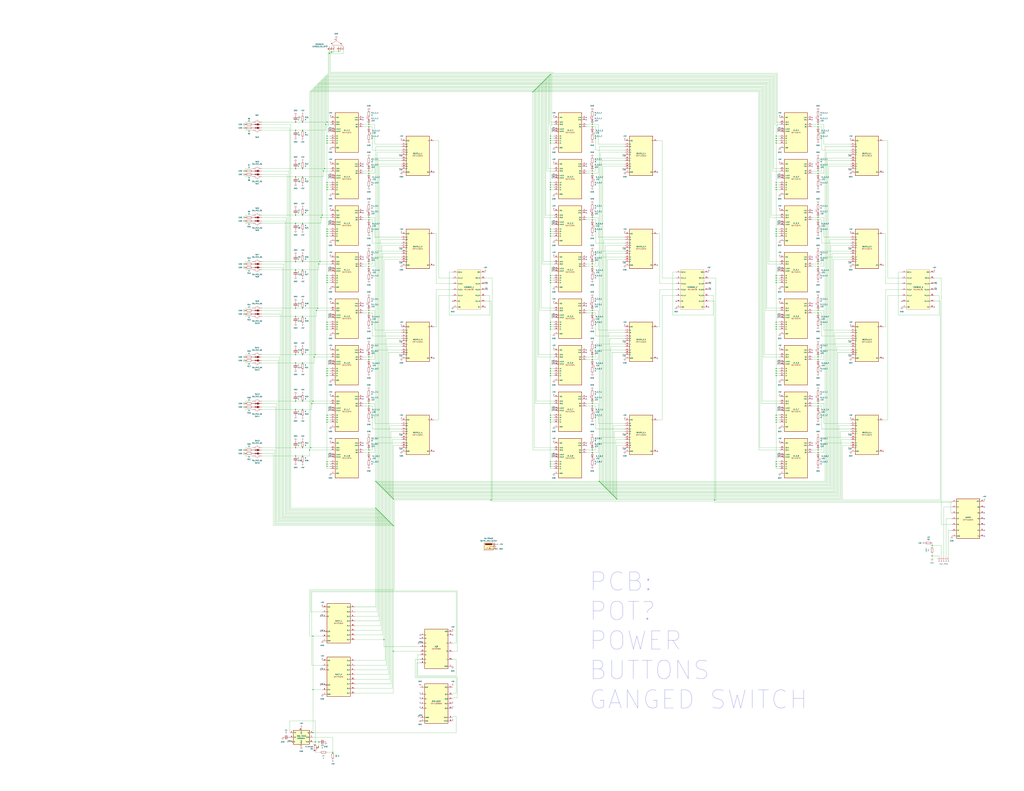
<source format=kicad_sch>
(kicad_sch (version 20230121) (generator eeschema)
  (paper "E")
  (junction (at 600.71 156.21))
  (junction (at 330.2 133.35))
  (junction (at 347.98 810.26))
  (junction (at 402.59 392.43))
  (junction (at 590.55 91.44))
  (junction (at 424.18 568.96))
  (junction (at 596.9 85.09))
  (junction (at 600.71 151.13))
  (junction (at 356.87 303.53))
  (junction (at 600.71 356.87))
  (junction (at 847.09 153.67))
  (junction (at 322.58 193.04))
  (junction (at 363.22 821.69))
  (junction (at 892.81 237.49))
  (junction (at 600.71 201.93))
  (junction (at 337.82 491.49))
  (junction (at 847.09 207.01))
  (junction (at 356.87 461.01))
  (junction (at 346.71 336.55))
  (junction (at 402.59 440.69))
  (junction (at 267.97 139.7))
  (junction (at 356.87 257.81))
  (junction (at 411.48 556.26))
  (junction (at 892.81 494.03))
  (junction (at 847.09 351.79))
  (junction (at 589.28 92.71))
  (junction (at 666.75 538.48))
  (junction (at 1017.27 607.06))
  (junction (at 402.59 339.09))
  (junction (at 1017.27 595.63))
  (junction (at 847.09 156.21))
  (junction (at 847.09 257.81))
  (junction (at 427.99 543.56))
  (junction (at 600.71 455.93))
  (junction (at 646.43 189.23))
  (junction (at 600.71 252.73))
  (junction (at 600.71 257.81))
  (junction (at 600.71 410.21))
  (junction (at 267.97 186.69))
  (junction (at 402.59 189.23))
  (junction (at 267.97 393.7))
  (junction (at 847.09 356.87))
  (junction (at 600.71 359.41))
  (junction (at 419.1 698.5))
  (junction (at 356.87 255.27))
  (junction (at 356.87 356.87))
  (junction (at 322.58 285.75))
  (junction (at 402.59 290.83))
  (junction (at 402.59 389.89))
  (junction (at 267.97 444.5))
  (junction (at 356.87 509.27))
  (junction (at 411.48 527.05))
  (junction (at 416.56 561.34))
  (junction (at 354.33 184.15))
  (junction (at 646.43 389.89))
  (junction (at 847.09 204.47))
  (junction (at 600.71 351.79))
  (junction (at 646.43 341.63))
  (junction (at 356.87 359.41))
  (junction (at 330.2 396.24))
  (junction (at 847.09 359.41))
  (junction (at 322.58 447.04))
  (junction (at 847.09 407.67))
  (junction (at 356.87 133.35))
  (junction (at 322.58 387.35))
  (junction (at 847.09 306.07))
  (junction (at 402.59 186.69))
  (junction (at 662.94 534.67))
  (junction (at 342.9 389.89))
  (junction (at 402.59 491.49))
  (junction (at 267.97 389.89))
  (junction (at 322.58 396.24))
  (junction (at 595.63 86.36))
  (junction (at 646.43 392.43))
  (junction (at 356.87 300.99))
  (junction (at 847.09 461.01))
  (junction (at 600.71 199.39))
  (junction (at 267.97 237.49))
  (junction (at 356.87 410.21))
  (junction (at 847.09 402.59))
  (junction (at 892.81 240.03))
  (junction (at 341.63 438.15))
  (junction (at 402.59 494.03))
  (junction (at 646.43 440.69))
  (junction (at 344.17 810.26))
  (junction (at 416.56 532.13))
  (junction (at 419.1 563.88))
  (junction (at 330.2 488.95))
  (junction (at 600.71 81.28))
  (junction (at 356.87 453.39))
  (junction (at 586.74 95.25))
  (junction (at 892.81 341.63))
  (junction (at 402.59 237.49))
  (junction (at 655.32 527.05))
  (junction (at 356.87 199.39))
  (junction (at 402.59 443.23))
  (junction (at 426.72 542.29))
  (junction (at 330.2 294.64))
  (junction (at 892.81 389.89))
  (junction (at 892.81 440.69))
  (junction (at 600.71 250.19))
  (junction (at 426.72 571.5))
  (junction (at 847.09 252.73))
  (junction (at 322.58 438.15))
  (junction (at 356.87 201.93))
  (junction (at 646.43 237.49))
  (junction (at 361.95 57.15))
  (junction (at 351.79 234.95))
  (junction (at 344.17 387.35))
  (junction (at 646.43 240.03))
  (junction (at 345.44 339.09))
  (junction (at 600.71 509.27))
  (junction (at 847.09 453.39))
  (junction (at 646.43 443.23))
  (junction (at 429.26 574.04))
  (junction (at 267.97 135.89))
  (junction (at 322.58 345.44))
  (junction (at 847.09 199.39))
  (junction (at 417.83 533.4))
  (junction (at 847.09 303.53))
  (junction (at 646.43 138.43))
  (junction (at 322.58 234.95))
  (junction (at 420.37 565.15))
  (junction (at 847.09 504.19))
  (junction (at 347.98 288.29))
  (junction (at 600.71 354.33))
  (junction (at 267.97 491.49))
  (junction (at 600.71 300.99))
  (junction (at 600.71 402.59))
  (junction (at 847.09 506.73))
  (junction (at 425.45 570.23))
  (junction (at 402.59 135.89))
  (junction (at 847.09 405.13))
  (junction (at 421.64 566.42))
  (junction (at 600.71 204.47))
  (junction (at 267.97 288.29))
  (junction (at 410.21 525.78))
  (junction (at 585.47 96.52))
  (junction (at 584.2 97.79))
  (junction (at 600.71 153.67))
  (junction (at 322.58 488.95))
  (junction (at 356.87 405.13))
  (junction (at 267.97 495.3))
  (junction (at 429.26 711.2))
  (junction (at 600.71 306.07))
  (junction (at 892.81 339.09))
  (junction (at 779.78 546.1))
  (junction (at 847.09 255.27))
  (junction (at 421.64 537.21))
  (junction (at 356.87 506.73))
  (junction (at 600.71 461.01))
  (junction (at 424.18 539.75))
  (junction (at 847.09 354.33))
  (junction (at 330.2 243.84))
  (junction (at 541.02 599.44))
  (junction (at 670.56 542.29))
  (junction (at 656.59 528.32))
  (junction (at 427.99 572.77))
  (junction (at 356.87 207.01))
  (junction (at 350.52 237.49))
  (junction (at 330.2 345.44))
  (junction (at 847.09 148.59))
  (junction (at 330.2 142.24))
  (junction (at 322.58 497.84))
  (junction (at 356.87 351.79))
  (junction (at 600.71 405.13))
  (junction (at 341.63 753.11))
  (junction (at 673.1 544.83))
  (junction (at 422.91 567.69))
  (junction (at 600.71 504.19))
  (junction (at 356.87 407.67))
  (junction (at 341.63 694.69))
  (junction (at 892.81 491.49))
  (junction (at 591.82 90.17))
  (junction (at 671.83 543.56))
  (junction (at 267.97 292.1))
  (junction (at 267.97 440.69))
  (junction (at 892.81 392.43))
  (junction (at 600.71 308.61))
  (junction (at 322.58 142.24))
  (junction (at 330.2 193.04))
  (junction (at 356.87 354.33))
  (junction (at 402.59 288.29))
  (junction (at 402.59 138.43))
  (junction (at 535.94 546.1))
  (junction (at 330.2 184.15))
  (junction (at 847.09 458.47))
  (junction (at 582.93 99.06))
  (junction (at 330.2 438.15))
  (junction (at 267.97 241.3))
  (junction (at 847.09 308.61))
  (junction (at 402.59 341.63))
  (junction (at 847.09 410.21))
  (junction (at 892.81 189.23))
  (junction (at 349.25 285.75))
  (junction (at 355.6 135.89))
  (junction (at 340.36 440.69))
  (junction (at 419.1 534.67))
  (junction (at 322.58 336.55))
  (junction (at 415.29 530.86))
  (junction (at 600.71 453.39))
  (junction (at 659.13 530.86))
  (junction (at 339.09 488.95))
  (junction (at 341.63 800.1))
  (junction (at 267.97 190.5))
  (junction (at 892.81 135.89))
  (junction (at 356.87 148.59))
  (junction (at 600.71 255.27))
  (junction (at 267.97 339.09))
  (junction (at 353.06 186.69))
  (junction (at 588.01 93.98))
  (junction (at 322.58 294.64))
  (junction (at 356.87 250.19))
  (junction (at 414.02 558.8))
  (junction (at 664.21 535.94))
  (junction (at 657.86 529.59))
  (junction (at 356.87 402.59))
  (junction (at 646.43 135.89))
  (junction (at 412.75 557.53))
  (junction (at 847.09 151.13))
  (junction (at 847.09 509.27))
  (junction (at 322.58 243.84))
  (junction (at 322.58 184.15))
  (junction (at 847.09 300.99))
  (junction (at 892.81 443.23))
  (junction (at 412.75 528.32))
  (junction (at 598.17 83.82))
  (junction (at 600.71 207.01))
  (junction (at 892.81 288.29))
  (junction (at 356.87 153.67))
  (junction (at 892.81 290.83))
  (junction (at 847.09 455.93))
  (junction (at 410.21 554.99))
  (junction (at 599.44 82.55))
  (junction (at 646.43 186.69))
  (junction (at 356.87 252.73))
  (junction (at 669.29 541.02))
  (junction (at 356.87 308.61))
  (junction (at 356.87 151.13))
  (junction (at 330.2 234.95))
  (junction (at 414.02 529.59))
  (junction (at 422.91 538.48))
  (junction (at 356.87 455.93))
  (junction (at 600.71 148.59))
  (junction (at 369.57 55.88))
  (junction (at 600.71 458.47))
  (junction (at 330.2 447.04))
  (junction (at 847.09 201.93))
  (junction (at 330.2 336.55))
  (junction (at 654.05 525.78))
  (junction (at 429.26 544.83))
  (junction (at 665.48 537.21))
  (junction (at 581.66 100.33))
  (junction (at 646.43 339.09))
  (junction (at 600.71 407.67))
  (junction (at 425.45 541.02))
  (junction (at 593.09 88.9))
  (junction (at 356.87 458.47))
  (junction (at 356.87 156.21))
  (junction (at 359.41 58.42))
  (junction (at 420.37 535.94))
  (junction (at 646.43 494.03))
  (junction (at 594.36 87.63))
  (junction (at 356.87 504.19))
  (junction (at 600.71 303.53))
  (junction (at 661.67 533.4))
  (junction (at 417.83 562.61))
  (junction (at 847.09 250.19))
  (junction (at 892.81 186.69))
  (junction (at 646.43 290.83))
  (junction (at 646.43 491.49))
  (junction (at 415.29 560.07))
  (junction (at 330.2 285.75))
  (junction (at 402.59 240.03))
  (junction (at 646.43 288.29))
  (junction (at 668.02 539.75))
  (junction (at 892.81 138.43))
  (junction (at 600.71 506.73))
  (junction (at 330.2 497.84))
  (junction (at 356.87 204.47))
  (junction (at 322.58 133.35))
  (junction (at 660.4 532.13))
  (junction (at 356.87 306.07))
  (junction (at 330.2 387.35))
  (junction (at 267.97 342.9))
  (no_connect (at 494.03 786.13))
  (no_connect (at 458.47 697.23))
  (no_connect (at 640.08 280.67))
  (no_connect (at 886.46 280.67))
  (no_connect (at 640.08 334.01))
  (no_connect (at 886.46 179.07))
  (no_connect (at 396.24 382.27))
  (no_connect (at 1074.42 566.42))
  (no_connect (at 640.08 433.07))
  (no_connect (at 396.24 334.01))
  (no_connect (at 886.46 232.41))
  (no_connect (at 396.24 128.27))
  (no_connect (at 396.24 283.21))
  (no_connect (at 1074.42 572.77))
  (no_connect (at 458.47 756.92))
  (no_connect (at 396.24 483.87))
  (no_connect (at 640.08 229.87))
  (no_connect (at 1074.42 560.07))
  (no_connect (at 886.46 483.87))
  (no_connect (at 886.46 382.27))
  (no_connect (at 886.46 486.41))
  (no_connect (at 1074.42 553.72))
  (no_connect (at 640.08 128.27))
  (no_connect (at 396.24 331.47))
  (no_connect (at 1074.42 579.12))
  (no_connect (at 640.08 179.07))
  (no_connect (at 640.08 331.47))
  (no_connect (at 886.46 130.81))
  (no_connect (at 494.03 772.16))
  (no_connect (at 458.47 767.08))
  (no_connect (at 396.24 384.81))
  (no_connect (at 458.47 762))
  (no_connect (at 886.46 435.61))
  (no_connect (at 396.24 181.61))
  (no_connect (at 458.47 772.16))
  (no_connect (at 458.47 693.42))
  (no_connect (at 396.24 232.41))
  (no_connect (at 886.46 433.07))
  (no_connect (at 886.46 384.81))
  (no_connect (at 396.24 486.41))
  (no_connect (at 396.24 179.07))
  (no_connect (at 640.08 486.41))
  (no_connect (at 396.24 130.81))
  (no_connect (at 494.03 693.42))
  (no_connect (at 886.46 128.27))
  (no_connect (at 640.08 435.61))
  (no_connect (at 640.08 232.41))
  (no_connect (at 640.08 384.81))
  (no_connect (at 886.46 334.01))
  (no_connect (at 640.08 483.87))
  (no_connect (at 396.24 433.07))
  (no_connect (at 886.46 229.87))
  (no_connect (at 640.08 130.81))
  (no_connect (at 640.08 181.61))
  (no_connect (at 1074.42 585.47))
  (no_connect (at 396.24 435.61))
  (no_connect (at 396.24 280.67))
  (no_connect (at 886.46 331.47))
  (no_connect (at 640.08 283.21))
  (no_connect (at 886.46 181.61))
  (no_connect (at 640.08 382.27))
  (no_connect (at 886.46 283.21))
  (no_connect (at 494.03 767.08))
  (no_connect (at 396.24 229.87))
  (wire (pts (xy 1026.16 328.93) (xy 1026.16 546.1)))
  (wire (pts (xy 411.48 166.37) (xy 411.48 527.05)))
  (wire (pts (xy 339.09 668.02) (xy 351.79 668.02)))
  (wire (pts (xy 285.75 288.29) (xy 309.88 288.29)))
  (wire (pts (xy 322.58 488.95) (xy 330.2 488.95)))
  (wire (pts (xy 406.4 477.52) (xy 406.4 491.49)))
  (wire (pts (xy 928.37 382.27) (xy 899.16 382.27)))
  (wire (pts (xy 344.17 810.26) (xy 344.17 812.8)))
  (wire (pts (xy 275.59 234.95) (xy 267.97 234.95)))
  (wire (pts (xy 902.97 528.32) (xy 656.59 528.32)))
  (wire (pts (xy 360.68 504.19) (xy 356.87 504.19)))
  (wire (pts (xy 850.9 257.81) (xy 847.09 257.81)))
  (wire (pts (xy 267.97 396.24) (xy 267.97 393.7)))
  (wire (pts (xy 604.52 300.99) (xy 600.71 300.99)))
  (wire (pts (xy 650.24 288.29) (xy 646.43 288.29)))
  (wire (pts (xy 330.2 497.84) (xy 337.82 497.84)))
  (wire (pts (xy 1019.81 303.53) (xy 1027.43 303.53)))
  (wire (pts (xy 453.39 720.09) (xy 458.47 720.09)))
  (wire (pts (xy 421.64 537.21) (xy 421.64 566.42)))
  (wire (pts (xy 344.17 820.42) (xy 344.17 821.69)))
  (wire (pts (xy 899.16 157.48) (xy 899.16 135.89)))
  (wire (pts (xy 356.87 148.59) (xy 356.87 151.13)))
  (wire (pts (xy 339.09 488.95) (xy 360.68 488.95)))
  (wire (pts (xy 847.09 153.67) (xy 847.09 156.21)))
  (wire (pts (xy 356.87 509.27) (xy 360.68 509.27)))
  (wire (pts (xy 1035.05 579.12) (xy 1035.05 608.33)))
  (wire (pts (xy 836.93 91.44) (xy 590.55 91.44)))
  (wire (pts (xy 652.78 290.83) (xy 646.43 290.83)))
  (wire (pts (xy 650.24 477.52) (xy 650.24 491.49)))
  (wire (pts (xy 781.05 547.37) (xy 1037.59 547.37)))
  (wire (pts (xy 308.61 563.88) (xy 419.1 563.88)))
  (wire (pts (xy 589.28 339.09) (xy 589.28 92.71)))
  (wire (pts (xy 275.59 336.55) (xy 267.97 336.55)))
  (wire (pts (xy 285.75 186.69) (xy 314.96 186.69)))
  (wire (pts (xy 905.51 261.62) (xy 928.37 261.62)))
  (wire (pts (xy 285.75 184.15) (xy 322.58 184.15)))
  (wire (pts (xy 285.75 342.9) (xy 306.07 342.9)))
  (wire (pts (xy 534.67 322.58) (xy 529.59 322.58)))
  (wire (pts (xy 722.63 303.53) (xy 722.63 153.67)))
  (wire (pts (xy 535.94 546.1) (xy 779.78 546.1)))
  (wire (pts (xy 406.4 468.63) (xy 406.4 443.23)))
  (wire (pts (xy 275.59 345.44) (xy 267.97 345.44)))
  (wire (pts (xy 850.9 354.33) (xy 847.09 354.33)))
  (wire (pts (xy 604.52 156.21) (xy 600.71 156.21)))
  (wire (pts (xy 593.09 88.9) (xy 349.25 88.9)))
  (wire (pts (xy 604.52 506.73) (xy 600.71 506.73)))
  (wire (pts (xy 345.44 92.71) (xy 345.44 339.09)))
  (wire (pts (xy 842.01 86.36) (xy 595.63 86.36)))
  (wire (pts (xy 847.09 407.67) (xy 850.9 407.67)))
  (wire (pts (xy 420.37 565.15) (xy 420.37 721.36)))
  (wire (pts (xy 652.78 440.69) (xy 646.43 440.69)))
  (wire (pts (xy 387.35 751.84) (xy 427.99 751.84)))
  (wire (pts (xy 659.13 261.62) (xy 681.99 261.62)))
  (wire (pts (xy 1027.43 595.63) (xy 1017.27 595.63)))
  (wire (pts (xy 396.24 288.29) (xy 402.59 288.29)))
  (wire (pts (xy 312.42 237.49) (xy 312.42 560.07)))
  (wire (pts (xy 438.15 486.41) (xy 429.26 486.41)))
  (wire (pts (xy 604.52 440.69) (xy 584.2 440.69)))
  (wire (pts (xy 899.16 179.07) (xy 899.16 189.23)))
  (wire (pts (xy 847.09 461.01) (xy 847.09 504.19)))
  (wire (pts (xy 915.67 464.82) (xy 928.37 464.82)))
  (wire (pts (xy 969.01 458.47) (xy 969.01 322.58)))
  (wire (pts (xy 600.71 137.16) (xy 600.71 148.59)))
  (wire (pts (xy 681.99 163.83) (xy 650.24 163.83)))
  (wire (pts (xy 396.24 341.63) (xy 402.59 341.63)))
  (wire (pts (xy 899.16 280.67) (xy 899.16 290.83)))
  (wire (pts (xy 850.9 199.39) (xy 847.09 199.39)))
  (wire (pts (xy 344.17 810.26) (xy 341.63 810.26)))
  (wire (pts (xy 356.87 359.41) (xy 356.87 402.59)))
  (wire (pts (xy 438.15 283.21) (xy 419.1 283.21)))
  (wire (pts (xy 356.87 133.35) (xy 360.68 133.35)))
  (wire (pts (xy 417.83 533.4) (xy 417.83 276.86)))
  (wire (pts (xy 681.99 360.68) (xy 652.78 360.68)))
  (wire (pts (xy 829.31 99.06) (xy 582.93 99.06)))
  (wire (pts (xy 285.75 336.55) (xy 322.58 336.55)))
  (wire (pts (xy 919.48 486.41) (xy 919.48 544.83)))
  (wire (pts (xy 584.2 97.79) (xy 340.36 97.79)))
  (wire (pts (xy 267.97 497.84) (xy 267.97 495.3)))
  (wire (pts (xy 356.87 303.53) (xy 356.87 306.07)))
  (wire (pts (xy 828.04 491.49) (xy 828.04 100.33)))
  (wire (pts (xy 928.37 157.48) (xy 899.16 157.48)))
  (wire (pts (xy 285.75 495.3) (xy 298.45 495.3)))
  (wire (pts (xy 899.16 135.89) (xy 892.81 135.89)))
  (wire (pts (xy 603.25 78.74) (xy 603.25 80.01)))
  (wire (pts (xy 681.99 283.21) (xy 662.94 283.21)))
  (wire (pts (xy 356.87 453.39) (xy 356.87 455.93)))
  (wire (pts (xy 681.99 462.28) (xy 652.78 462.28)))
  (wire (pts (xy 847.09 252.73) (xy 847.09 255.27)))
  (wire (pts (xy 351.79 234.95) (xy 360.68 234.95)))
  (wire (pts (xy 345.44 339.09) (xy 360.68 339.09)))
  (wire (pts (xy 537.21 303.53) (xy 537.21 547.37)))
  (wire (pts (xy 600.71 303.53) (xy 600.71 306.07)))
  (wire (pts (xy 396.24 494.03) (xy 402.59 494.03)))
  (wire (pts (xy 341.63 753.11) (xy 351.79 753.11)))
  (wire (pts (xy 534.67 344.17) (xy 534.67 322.58)))
  (wire (pts (xy 652.78 280.67) (xy 652.78 290.83)))
  (wire (pts (xy 779.78 546.1) (xy 779.78 328.93)))
  (wire (pts (xy 354.33 184.15) (xy 360.68 184.15)))
  (wire (pts (xy 916.94 471.17) (xy 916.94 542.29)))
  (wire (pts (xy 330.2 345.44) (xy 345.44 345.44)))
  (wire (pts (xy 344.17 821.69) (xy 349.25 821.69)))
  (wire (pts (xy 285.75 387.35) (xy 322.58 387.35)))
  (wire (pts (xy 422.91 378.46) (xy 438.15 378.46)))
  (wire (pts (xy 360.68 359.41) (xy 356.87 359.41)))
  (wire (pts (xy 963.93 458.47) (xy 969.01 458.47)))
  (wire (pts (xy 847.09 207.01) (xy 847.09 204.47)))
  (wire (pts (xy 416.56 267.97) (xy 416.56 532.13)))
  (wire (pts (xy 604.52 151.13) (xy 600.71 151.13)))
  (wire (pts (xy 356.87 156.21) (xy 356.87 199.39)))
  (wire (pts (xy 427.99 572.77) (xy 427.99 751.84)))
  (wire (pts (xy 473.71 356.87) (xy 476.25 356.87)))
  (wire (pts (xy 537.21 547.37) (xy 779.78 547.37)))
  (wire (pts (xy 899.16 483.87) (xy 899.16 494.03)))
  (wire (pts (xy 372.11 55.88) (xy 369.57 55.88)))
  (wire (pts (xy 358.14 57.15) (xy 361.95 57.15)))
  (wire (pts (xy 899.16 462.28) (xy 899.16 440.69)))
  (wire (pts (xy 408.94 462.28) (xy 408.94 440.69)))
  (wire (pts (xy 340.36 447.04) (xy 340.36 440.69)))
  (wire (pts (xy 896.62 265.43) (xy 896.62 240.03)))
  (wire (pts (xy 285.75 389.89) (xy 304.8 389.89)))
  (wire (pts (xy 356.87 153.67) (xy 356.87 156.21)))
  (wire (pts (xy 913.13 378.46) (xy 928.37 378.46)))
  (wire (pts (xy 650.24 138.43) (xy 646.43 138.43)))
  (wire (pts (xy 396.24 440.69) (xy 402.59 440.69)))
  (wire (pts (xy 427.99 543.56) (xy 427.99 572.77)))
  (wire (pts (xy 847.09 511.81) (xy 847.09 509.27)))
  (wire (pts (xy 494.03 782.32) (xy 497.84 782.32)))
  (wire (pts (xy 356.87 410.21) (xy 356.87 453.39)))
  (wire (pts (xy 896.62 389.89) (xy 892.81 389.89)))
  (wire (pts (xy 350.52 243.84) (xy 350.52 237.49)))
  (wire (pts (xy 588.01 93.98) (xy 344.17 93.98)))
  (wire (pts (xy 600.71 133.35) (xy 600.71 81.28)))
  (wire (pts (xy 309.88 288.29) (xy 309.88 562.61)))
  (wire (pts (xy 497.84 782.32) (xy 497.84 800.1)))
  (wire (pts (xy 843.28 85.09) (xy 596.9 85.09)))
  (wire (pts (xy 344.17 93.98) (xy 344.17 387.35)))
  (wire (pts (xy 406.4 274.32) (xy 406.4 288.29)))
  (wire (pts (xy 337.82 497.84) (xy 337.82 491.49)))
  (wire (pts (xy 396.24 491.49) (xy 402.59 491.49)))
  (wire (pts (xy 529.59 303.53) (xy 537.21 303.53)))
  (wire (pts (xy 285.75 444.5) (xy 300.99 444.5)))
  (wire (pts (xy 285.75 241.3) (xy 311.15 241.3)))
  (wire (pts (xy 275.59 387.35) (xy 267.97 387.35)))
  (wire (pts (xy 850.9 237.49) (xy 840.74 237.49)))
  (wire (pts (xy 330.2 336.55) (xy 346.71 336.55)))
  (wire (pts (xy 275.59 285.75) (xy 267.97 285.75)))
  (wire (pts (xy 425.45 464.82) (xy 438.15 464.82)))
  (wire (pts (xy 652.78 189.23) (xy 646.43 189.23)))
  (wire (pts (xy 1027.43 303.53) (xy 1027.43 572.77)))
  (wire (pts (xy 681.99 375.92) (xy 650.24 375.92)))
  (wire (pts (xy 285.75 491.49) (xy 299.72 491.49)))
  (wire (pts (xy 330.2 438.15) (xy 341.63 438.15)))
  (wire (pts (xy 478.79 322.58) (xy 494.03 322.58)))
  (wire (pts (xy 356.87 308.61) (xy 356.87 306.07)))
  (wire (pts (xy 604.52 285.75) (xy 593.09 285.75)))
  (wire (pts (xy 905.51 261.62) (xy 905.51 530.86)))
  (wire (pts (xy 600.71 300.99) (xy 600.71 303.53)))
  (wire (pts (xy 337.82 491.49) (xy 360.68 491.49)))
  (wire (pts (xy 896.62 163.83) (xy 896.62 138.43)))
  (wire (pts (xy 966.47 356.87) (xy 966.47 316.23)))
  (wire (pts (xy 387.35 673.1) (xy 412.75 673.1)))
  (wire (pts (xy 438.15 468.63) (xy 406.4 468.63)))
  (wire (pts (xy 285.75 438.15) (xy 322.58 438.15)))
  (wire (pts (xy 603.25 80.01) (xy 848.36 80.01)))
  (wire (pts (xy 918.21 480.06) (xy 928.37 480.06)))
  (wire (pts (xy 850.9 387.35) (xy 834.39 387.35)))
  (wire (pts (xy 650.24 389.89) (xy 646.43 389.89)))
  (wire (pts (xy 604.52 153.67) (xy 600.71 153.67)))
  (wire (pts (xy 928.37 486.41) (xy 919.48 486.41)))
  (wire (pts (xy 830.58 440.69) (xy 830.58 97.79)))
  (wire (pts (xy 665.48 369.57) (xy 681.99 369.57)))
  (wire (pts (xy 354.33 83.82) (xy 354.33 184.15)))
  (wire (pts (xy 387.35 693.42) (xy 417.83 693.42)))
  (wire (pts (xy 984.25 303.53) (xy 969.01 303.53)))
  (wire (pts (xy 1017.27 609.6) (xy 1017.27 607.06)))
  (wire (pts (xy 275.59 396.24) (xy 267.97 396.24)))
  (wire (pts (xy 600.71 250.19) (xy 600.71 252.73)))
  (wire (pts (xy 640.08 440.69) (xy 646.43 440.69)))
  (wire (pts (xy 652.78 157.48) (xy 652.78 135.89)))
  (wire (pts (xy 847.09 410.21) (xy 847.09 407.67)))
  (wire (pts (xy 582.93 488.95) (xy 582.93 99.06)))
  (wire (pts (xy 360.68 252.73) (xy 356.87 252.73)))
  (wire (pts (xy 650.24 443.23) (xy 646.43 443.23)))
  (wire (pts (xy 909.32 534.67) (xy 662.94 534.67)))
  (wire (pts (xy 899.16 189.23) (xy 892.81 189.23)))
  (wire (pts (xy 671.83 480.06) (xy 681.99 480.06)))
  (wire (pts (xy 535.94 546.1) (xy 430.53 546.1)))
  (wire (pts (xy 669.29 464.82) (xy 681.99 464.82)))
  (wire (pts (xy 438.15 471.17) (xy 426.72 471.17)))
  (wire (pts (xy 969.01 153.67) (xy 963.93 153.67)))
  (wire (pts (xy 850.9 207.01) (xy 847.09 207.01)))
  (wire (pts (xy 671.83 480.06) (xy 671.83 543.56)))
  (wire (pts (xy 737.87 297.18) (xy 734.06 297.18)))
  (wire (pts (xy 420.37 363.22) (xy 438.15 363.22)))
  (wire (pts (xy 346.71 336.55) (xy 360.68 336.55)))
  (wire (pts (xy 910.59 363.22) (xy 910.59 535.94)))
  (wire (pts (xy 850.9 201.93) (xy 847.09 201.93)))
  (wire (pts (xy 896.62 288.29) (xy 892.81 288.29)))
  (wire (pts (xy 833.12 389.89) (xy 833.12 95.25)))
  (wire (pts (xy 928.37 181.61) (xy 904.24 181.61)))
  (wire (pts (xy 900.43 525.78) (xy 654.05 525.78)))
  (wire (pts (xy 896.62 240.03) (xy 892.81 240.03)))
  (wire (pts (xy 847.09 359.41) (xy 847.09 402.59)))
  (wire (pts (xy 490.22 344.17) (xy 534.67 344.17)))
  (wire (pts (xy 831.85 438.15) (xy 831.85 96.52)))
  (wire (pts (xy 420.37 535.94) (xy 664.21 535.94)))
  (wire (pts (xy 497.84 646.43) (xy 497.84 702.31)))
  (wire (pts (xy 850.9 402.59) (xy 847.09 402.59)))
  (wire (pts (xy 340.36 726.44) (xy 351.79 726.44)))
  (wire (pts (xy 640.08 341.63) (xy 646.43 341.63)))
  (wire (pts (xy 850.9 133.35) (xy 847.09 133.35)))
  (wire (pts (xy 600.71 201.93) (xy 600.71 204.47)))
  (wire (pts (xy 360.68 151.13) (xy 356.87 151.13)))
  (wire (pts (xy 360.68 506.73) (xy 356.87 506.73)))
  (wire (pts (xy 910.59 535.94) (xy 664.21 535.94)))
  (wire (pts (xy 313.69 190.5) (xy 313.69 558.8)))
  (wire (pts (xy 406.4 186.69) (xy 402.59 186.69)))
  (wire (pts (xy 267.97 184.15) (xy 267.97 186.69)))
  (wire (pts (xy 353.06 85.09) (xy 353.06 186.69)))
  (wire (pts (xy 422.91 567.69) (xy 422.91 731.52)))
  (wire (pts (xy 650.24 468.63) (xy 650.24 443.23)))
  (wire (pts (xy 356.87 306.07) (xy 360.68 306.07)))
  (wire (pts (xy 494.03 702.31) (xy 497.84 702.31)))
  (wire (pts (xy 408.94 179.07) (xy 408.94 189.23)))
  (wire (pts (xy 309.88 562.61) (xy 417.83 562.61)))
  (wire (pts (xy 374.65 54.61) (xy 374.65 58.42)))
  (wire (pts (xy 600.71 306.07) (xy 604.52 306.07)))
  (wire (pts (xy 275.59 133.35) (xy 267.97 133.35)))
  (wire (pts (xy 604.52 252.73) (xy 600.71 252.73)))
  (wire (pts (xy 285.75 234.95) (xy 322.58 234.95)))
  (wire (pts (xy 1024.89 607.06) (xy 1017.27 607.06)))
  (wire (pts (xy 604.52 250.19) (xy 600.71 250.19)))
  (wire (pts (xy 847.09 455.93) (xy 847.09 458.47)))
  (wire (pts (xy 906.78 267.97) (xy 906.78 532.13)))
  (wire (pts (xy 910.59 363.22) (xy 928.37 363.22)))
  (wire (pts (xy 737.87 303.53) (xy 722.63 303.53)))
  (wire (pts (xy 285.75 440.69) (xy 302.26 440.69)))
  (wire (pts (xy 1032.51 566.42) (xy 1032.51 608.33)))
  (wire (pts (xy 322.58 497.84) (xy 330.2 497.84)))
  (wire (pts (xy 356.87 402.59) (xy 356.87 405.13)))
  (wire (pts (xy 928.37 483.87) (xy 899.16 483.87)))
  (wire (pts (xy 600.71 356.87) (xy 600.71 359.41)))
  (wire (pts (xy 720.09 316.23) (xy 737.87 316.23)))
  (wire (pts (xy 356.87 207.01) (xy 356.87 204.47)))
  (wire (pts (xy 387.35 721.36) (xy 420.37 721.36)))
  (wire (pts (xy 650.24 491.49) (xy 646.43 491.49)))
  (wire (pts (xy 850.9 506.73) (xy 847.09 506.73)))
  (wire (pts (xy 980.44 297.18) (xy 980.44 344.17)))
  (wire (pts (xy 656.59 175.26) (xy 656.59 528.32)))
  (wire (pts (xy 640.08 443.23) (xy 646.43 443.23)))
  (wire (pts (xy 904.24 181.61) (xy 904.24 529.59)))
  (wire (pts (xy 585.47 96.52) (xy 341.63 96.52)))
  (wire (pts (xy 928.37 283.21) (xy 909.32 283.21)))
  (wire (pts (xy 916.94 542.29) (xy 670.56 542.29)))
  (wire (pts (xy 1024.89 608.33) (xy 1024.89 607.06)))
  (wire (pts (xy 411.48 556.26) (xy 411.48 668.02)))
  (wire (pts (xy 901.7 166.37) (xy 901.7 527.05)))
  (wire (pts (xy 886.46 135.89) (xy 892.81 135.89)))
  (wire (pts (xy 313.69 558.8) (xy 414.02 558.8)))
  (wire (pts (xy 356.87 458.47) (xy 356.87 461.01)))
  (wire (pts (xy 387.35 741.68) (xy 425.45 741.68)))
  (wire (pts (xy 594.36 87.63) (xy 350.52 87.63)))
  (wire (pts (xy 275.59 142.24) (xy 267.97 142.24)))
  (wire (pts (xy 360.68 55.88) (xy 360.68 78.74)))
  (wire (pts (xy 654.05 525.78) (xy 654.05 160.02)))
  (wire (pts (xy 408.94 135.89) (xy 402.59 135.89)))
  (wire (pts (xy 426.72 542.29) (xy 426.72 571.5)))
  (wire (pts (xy 360.68 300.99) (xy 356.87 300.99)))
  (wire (pts (xy 304.8 567.69) (xy 422.91 567.69)))
  (wire (pts (xy 604.52 201.93) (xy 600.71 201.93)))
  (wire (pts (xy 830.58 97.79) (xy 584.2 97.79)))
  (wire (pts (xy 847.09 300.99) (xy 847.09 303.53)))
  (wire (pts (xy 337.82 100.33) (xy 337.82 491.49)))
  (wire (pts (xy 416.56 561.34) (xy 416.56 688.34)))
  (wire (pts (xy 408.94 440.69) (xy 402.59 440.69)))
  (wire (pts (xy 396.24 237.49) (xy 402.59 237.49)))
  (wire (pts (xy 900.43 160.02) (xy 928.37 160.02)))
  (wire (pts (xy 473.71 458.47) (xy 478.79 458.47)))
  (wire (pts (xy 899.16 360.68) (xy 899.16 339.09)))
  (wire (pts (xy 640.08 237.49) (xy 646.43 237.49)))
  (wire (pts (xy 360.68 351.79) (xy 356.87 351.79)))
  (wire (pts (xy 417.83 562.61) (xy 417.83 693.42)))
  (wire (pts (xy 850.9 250.19) (xy 847.09 250.19)))
  (wire (pts (xy 311.15 561.34) (xy 416.56 561.34)))
  (wire (pts (xy 659.13 261.62) (xy 659.13 530.86)))
  (wire (pts (xy 406.4 163.83) (xy 406.4 138.43)))
  (wire (pts (xy 415.29 530.86) (xy 659.13 530.86)))
  (wire (pts (xy 640.08 339.09) (xy 646.43 339.09)))
  (wire (pts (xy 267.97 336.55) (xy 267.97 339.09)))
  (wire (pts (xy 604.52 336.55) (xy 590.55 336.55)))
  (wire (pts (xy 420.37 535.94) (xy 420.37 363.22)))
  (wire (pts (xy 473.71 255.27) (xy 476.25 255.27)))
  (wire (pts (xy 584.2 440.69) (xy 584.2 97.79)))
  (wire (pts (xy 267.97 285.75) (xy 267.97 288.29)))
  (wire (pts (xy 1027.43 608.33) (xy 1027.43 595.63)))
  (wire (pts (xy 847.09 509.27) (xy 850.9 509.27)))
  (wire (pts (xy 408.94 157.48) (xy 408.94 135.89)))
  (wire (pts (xy 406.4 265.43) (xy 406.4 240.03)))
  (wire (pts (xy 416.56 532.13) (xy 660.4 532.13)))
  (wire (pts (xy 600.71 511.81) (xy 600.71 509.27)))
  (wire (pts (xy 424.18 736.6) (xy 387.35 736.6)))
  (wire (pts (xy 316.23 800.1) (xy 316.23 787.4)))
  (wire (pts (xy 342.9 396.24) (xy 342.9 389.89)))
  (wire (pts (xy 906.78 532.13) (xy 660.4 532.13)))
  (wire (pts (xy 267.97 345.44) (xy 267.97 342.9)))
  (wire (pts (xy 412.75 528.32) (xy 412.75 175.26)))
  (wire (pts (xy 497.84 740.41) (xy 453.39 740.41)))
  (wire (pts (xy 847.09 199.39) (xy 847.09 201.93)))
  (wire (pts (xy 918.21 543.56) (xy 671.83 543.56)))
  (wire (pts (xy 267.97 234.95) (xy 267.97 237.49)))
  (wire (pts (xy 604.52 339.09) (xy 589.28 339.09)))
  (wire (pts (xy 408.94 189.23) (xy 402.59 189.23)))
  (wire (pts (xy 655.32 527.05) (xy 655.32 166.37)))
  (wire (pts (xy 604.52 303.53) (xy 600.71 303.53)))
  (wire (pts (xy 360.68 405.13) (xy 356.87 405.13)))
  (wire (pts (xy 490.22 297.18) (xy 490.22 344.17)))
  (wire (pts (xy 408.94 290.83) (xy 402.59 290.83)))
  (wire (pts (xy 834.39 387.35) (xy 834.39 93.98)))
  (wire (pts (xy 681.99 384.81) (xy 668.02 384.81)))
  (wire (pts (xy 911.86 537.21) (xy 665.48 537.21)))
  (wire (pts (xy 322.58 387.35) (xy 330.2 387.35)))
  (wire (pts (xy 406.4 341.63) (xy 402.59 341.63)))
  (wire (pts (xy 285.75 133.35) (xy 322.58 133.35)))
  (wire (pts (xy 911.86 369.57) (xy 911.86 537.21)))
  (wire (pts (xy 299.72 491.49) (xy 299.72 572.77)))
  (wire (pts (xy 661.67 276.86) (xy 681.99 276.86)))
  (wire (pts (xy 429.26 574.04) (xy 429.26 711.2)))
  (wire (pts (xy 850.9 455.93) (xy 847.09 455.93)))
  (wire (pts (xy 845.82 82.55) (xy 599.44 82.55)))
  (wire (pts (xy 285.75 396.24) (xy 322.58 396.24)))
  (wire (pts (xy 415.29 560.07) (xy 415.29 683.26)))
  (wire (pts (xy 600.71 156.21) (xy 600.71 199.39)))
  (wire (pts (xy 840.74 87.63) (xy 594.36 87.63)))
  (wire (pts (xy 267.97 438.15) (xy 267.97 440.69)))
  (wire (pts (xy 356.87 151.13) (xy 356.87 153.67)))
  (wire (pts (xy 720.09 255.27) (xy 720.09 309.88)))
  (wire (pts (xy 604.52 356.87) (xy 600.71 356.87)))
  (wire (pts (xy 349.25 285.75) (xy 360.68 285.75)))
  (wire (pts (xy 598.17 184.15) (xy 598.17 83.82)))
  (wire (pts (xy 662.94 534.67) (xy 662.94 283.21)))
  (wire (pts (xy 928.37 259.08) (xy 899.16 259.08)))
  (wire (pts (xy 1029.97 553.72) (xy 1029.97 608.33)))
  (wire (pts (xy 420.37 535.94) (xy 420.37 565.15)))
  (wire (pts (xy 341.63 805.18) (xy 363.22 805.18)))
  (wire (pts (xy 650.24 367.03) (xy 650.24 341.63)))
  (wire (pts (xy 928.37 163.83) (xy 896.62 163.83)))
  (wire (pts (xy 896.62 186.69) (xy 892.81 186.69)))
  (wire (pts (xy 847.09 204.47) (xy 850.9 204.47)))
  (wire (pts (xy 657.86 529.59) (xy 657.86 181.61)))
  (wire (pts (xy 650.24 172.72) (xy 650.24 186.69)))
  (wire (pts (xy 396.24 138.43) (xy 402.59 138.43)))
  (wire (pts (xy 847.09 308.61) (xy 847.09 351.79)))
  (wire (pts (xy 285.75 339.09) (xy 307.34 339.09)))
  (wire (pts (xy 896.62 468.63) (xy 896.62 443.23)))
  (wire (pts (xy 356.87 461.01) (xy 356.87 504.19)))
  (wire (pts (xy 314.96 186.69) (xy 314.96 557.53)))
  (wire (pts (xy 426.72 746.76) (xy 387.35 746.76)))
  (wire (pts (xy 640.08 240.03) (xy 646.43 240.03)))
  (wire (pts (xy 722.63 153.67) (xy 717.55 153.67)))
  (wire (pts (xy 850.9 186.69) (xy 843.28 186.69)))
  (wire (pts (xy 604.52 405.13) (xy 600.71 405.13)))
  (wire (pts (xy 913.13 538.48) (xy 666.75 538.48)))
  (wire (pts (xy 438.15 462.28) (xy 408.94 462.28)))
  (wire (pts (xy 406.4 389.89) (xy 402.59 389.89)))
  (wire (pts (xy 640.08 138.43) (xy 646.43 138.43)))
  (wire (pts (xy 316.23 139.7) (xy 316.23 556.26)))
  (wire (pts (xy 396.24 135.89) (xy 402.59 135.89)))
  (wire (pts (xy 600.71 402.59) (xy 600.71 405.13)))
  (wire (pts (xy 426.72 542.29) (xy 670.56 542.29)))
  (wire (pts (xy 497.84 737.87) (xy 455.93 737.87)))
  (wire (pts (xy 275.59 497.84) (xy 267.97 497.84)))
  (wire (pts (xy 839.47 285.75) (xy 839.47 88.9)))
  (wire (pts (xy 422.91 538.48) (xy 422.91 378.46)))
  (wire (pts (xy 341.63 694.69) (xy 341.63 753.11)))
  (wire (pts (xy 356.87 252.73) (xy 356.87 255.27)))
  (wire (pts (xy 980.44 344.17) (xy 1024.89 344.17)))
  (wire (pts (xy 322.58 285.75) (xy 330.2 285.75)))
  (wire (pts (xy 340.36 440.69) (xy 360.68 440.69)))
  (wire (pts (xy 425.45 541.02) (xy 425.45 464.82)))
  (wire (pts (xy 411.48 668.02) (xy 387.35 668.02)))
  (wire (pts (xy 650.24 163.83) (xy 650.24 138.43)))
  (wire (pts (xy 604.52 184.15) (xy 598.17 184.15)))
  (wire (pts (xy 347.98 90.17) (xy 347.98 288.29)))
  (wire (pts (xy 425.45 541.02) (xy 669.29 541.02)))
  (wire (pts (xy 722.63 322.58) (xy 737.87 322.58)))
  (wire (pts (xy 304.8 389.89) (xy 304.8 567.69)))
  (wire (pts (xy 604.52 199.39) (xy 600.71 199.39)))
  (wire (pts (xy 847.09 133.35) (xy 847.09 81.28)))
  (wire (pts (xy 604.52 288.29) (xy 591.82 288.29)))
  (wire (pts (xy 429.26 544.83) (xy 673.1 544.83)))
  (wire (pts (xy 341.63 753.11) (xy 341.63 800.1)))
  (wire (pts (xy 369.57 55.88) (xy 369.57 54.61)))
  (wire (pts (xy 535.94 328.93) (xy 535.94 546.1)))
  (wire (pts (xy 374.65 58.42) (xy 359.41 58.42)))
  (wire (pts (xy 850.9 153.67) (xy 847.09 153.67)))
  (wire (pts (xy 355.6 135.89) (xy 355.6 142.24)))
  (wire (pts (xy 847.09 402.59) (xy 847.09 405.13)))
  (wire (pts (xy 984.25 297.18) (xy 980.44 297.18)))
  (wire (pts (xy 414.02 529.59) (xy 414.02 558.8)))
  (wire (pts (xy 963.93 255.27) (xy 966.47 255.27)))
  (wire (pts (xy 850.9 359.41) (xy 847.09 359.41)))
  (wire (pts (xy 847.09 255.27) (xy 847.09 257.81)))
  (wire (pts (xy 350.52 87.63) (xy 350.52 237.49)))
  (wire (pts (xy 424.18 539.75) (xy 668.02 539.75)))
  (wire (pts (xy 476.25 309.88) (xy 494.03 309.88)))
  (wire (pts (xy 356.87 506.73) (xy 356.87 509.27)))
  (wire (pts (xy 850.9 410.21) (xy 847.09 410.21)))
  (wire (pts (xy 681.99 166.37) (xy 655.32 166.37)))
  (wire (pts (xy 396.24 339.09) (xy 402.59 339.09)))
  (wire (pts (xy 360.68 156.21) (xy 356.87 156.21)))
  (wire (pts (xy 681.99 157.48) (xy 652.78 157.48)))
  (wire (pts (xy 438.15 259.08) (xy 408.94 259.08)))
  (wire (pts (xy 896.62 274.32) (xy 896.62 288.29)))
  (wire (pts (xy 600.71 405.13) (xy 600.71 407.67)))
  (wire (pts (xy 886.46 240.03) (xy 892.81 240.03)))
  (wire (pts (xy 438.15 265.43) (xy 406.4 265.43)))
  (wire (pts (xy 355.6 142.24) (xy 330.2 142.24)))
  (wire (pts (xy 330.2 285.75) (xy 349.25 285.75)))
  (wire (pts (xy 267.97 488.95) (xy 267.97 491.49)))
  (wire (pts (xy 600.71 204.47) (xy 604.52 204.47)))
  (wire (pts (xy 426.72 471.17) (xy 426.72 542.29)))
  (wire (pts (xy 681.99 486.41) (xy 673.1 486.41)))
  (wire (pts (xy 850.9 504.19) (xy 847.09 504.19)))
  (wire (pts (xy 966.47 309.88) (xy 984.25 309.88)))
  (wire (pts (xy 928.37 468.63) (xy 896.62 468.63)))
  (wire (pts (xy 886.46 494.03) (xy 892.81 494.03)))
  (wire (pts (xy 360.68 356.87) (xy 356.87 356.87)))
  (wire (pts (xy 850.9 255.27) (xy 847.09 255.27)))
  (wire (pts (xy 850.9 511.81) (xy 847.09 511.81)))
  (wire (pts (xy 1038.86 548.64) (xy 1038.86 547.37)))
  (wire (pts (xy 497.84 720.09) (xy 497.84 737.87)))
  (wire (pts (xy 604.52 458.47) (xy 600.71 458.47)))
  (wire (pts (xy 681.99 274.32) (xy 650.24 274.32)))
  (wire (pts (xy 494.03 756.92) (xy 497.84 756.92)))
  (wire (pts (xy 847.09 458.47) (xy 847.09 461.01)))
  (wire (pts (xy 847.09 148.59) (xy 847.09 151.13)))
  (wire (pts (xy 396.24 240.03) (xy 402.59 240.03)))
  (wire (pts (xy 650.24 240.03) (xy 646.43 240.03)))
  (wire (pts (xy 835.66 92.71) (xy 589.28 92.71)))
  (wire (pts (xy 415.29 530.86) (xy 415.29 560.07)))
  (wire (pts (xy 669.29 464.82) (xy 669.29 541.02)))
  (wire (pts (xy 902.97 175.26) (xy 928.37 175.26)))
  (wire (pts (xy 914.4 539.75) (xy 668.02 539.75)))
  (wire (pts (xy 306.07 342.9) (xy 306.07 566.42)))
  (wire (pts (xy 414.02 558.8) (xy 414.02 678.18)))
  (wire (pts (xy 600.71 410.21) (xy 600.71 453.39)))
  (wire (pts (xy 419.1 534.67) (xy 662.94 534.67)))
  (wire (pts (xy 341.63 96.52) (xy 341.63 438.15)))
  (wire (pts (xy 665.48 537.21) (xy 665.48 369.57)))
  (wire (pts (xy 604.52 491.49) (xy 581.66 491.49)))
  (wire (pts (xy 896.62 443.23) (xy 892.81 443.23)))
  (wire (pts (xy 652.78 483.87) (xy 652.78 494.03)))
  (wire (pts (xy 298.45 574.04) (xy 429.26 574.04)))
  (wire (pts (xy 850.9 453.39) (xy 847.09 453.39)))
  (wire (pts (xy 1027.43 572.77) (xy 1038.86 572.77)))
  (wire (pts (xy 330.2 488.95) (xy 339.09 488.95)))
  (wire (pts (xy 430.53 643.89) (xy 337.82 643.89)))
  (wire (pts (xy 330.2 193.04) (xy 353.06 193.04)))
  (wire (pts (xy 650.24 274.32) (xy 650.24 288.29)))
  (wire (pts (xy 847.09 354.33) (xy 847.09 356.87)))
  (wire (pts (xy 406.4 491.49) (xy 402.59 491.49)))
  (wire (pts (xy 438.15 172.72) (xy 406.4 172.72)))
  (wire (pts (xy 478.79 458.47) (xy 478.79 322.58)))
  (wire (pts (xy 285.75 193.04) (xy 322.58 193.04)))
  (wire (pts (xy 356.87 455.93) (xy 356.87 458.47)))
  (wire (pts (xy 322.58 294.64) (xy 330.2 294.64)))
  (wire (pts (xy 316.23 787.4) (xy 344.17 787.4)))
  (wire (pts (xy 408.94 392.43) (xy 402.59 392.43)))
  (wire (pts (xy 419.1 563.88) (xy 419.1 698.5)))
  (wire (pts (xy 454.66 723.9) (xy 458.47 723.9)))
  (wire (pts (xy 919.48 544.83) (xy 673.1 544.83)))
  (wire (pts (xy 850.9 356.87) (xy 847.09 356.87)))
  (wire (pts (xy 322.58 234.95) (xy 330.2 234.95)))
  (wire (pts (xy 422.91 538.48) (xy 422.91 567.69)))
  (wire (pts (xy 429.26 544.83) (xy 429.26 574.04)))
  (wire (pts (xy 285.75 285.75) (xy 322.58 285.75)))
  (wire (pts (xy 412.75 557.53) (xy 412.75 673.1)))
  (wire (pts (xy 408.94 483.87) (xy 408.94 494.03)))
  (wire (pts (xy 899.16 237.49) (xy 892.81 237.49)))
  (wire (pts (xy 661.67 276.86) (xy 661.67 533.4)))
  (wire (pts (xy 850.9 151.13) (xy 847.09 151.13)))
  (wire (pts (xy 438.15 384.81) (xy 424.18 384.81)))
  (wire (pts (xy 681.99 265.43) (xy 650.24 265.43)))
  (wire (pts (xy 886.46 339.09) (xy 892.81 339.09)))
  (wire (pts (xy 908.05 533.4) (xy 661.67 533.4)))
  (wire (pts (xy 438.15 280.67) (xy 408.94 280.67)))
  (wire (pts (xy 966.47 316.23) (xy 984.25 316.23)))
  (wire (pts (xy 604.52 186.69) (xy 596.9 186.69)))
  (wire (pts (xy 342.9 389.89) (xy 360.68 389.89)))
  (wire (pts (xy 429.26 711.2) (xy 458.47 711.2)))
  (wire (pts (xy 317.5 135.89) (xy 285.75 135.89)))
  (wire (pts (xy 410.21 525.78) (xy 654.05 525.78)))
  (wire (pts (xy 604.52 461.01) (xy 600.71 461.01)))
  (wire (pts (xy 408.94 382.27) (xy 408.94 392.43)))
  (wire (pts (xy 330.2 243.84) (xy 350.52 243.84)))
  (wire (pts (xy 600.71 252.73) (xy 600.71 255.27)))
  (wire (pts (xy 275.59 243.84) (xy 267.97 243.84)))
  (wire (pts (xy 600.71 199.39) (xy 600.71 201.93)))
  (wire (pts (xy 847.09 504.19) (xy 847.09 506.73)))
  (wire (pts (xy 969.01 303.53) (xy 969.01 153.67)))
  (wire (pts (xy 681.99 382.27) (xy 652.78 382.27)))
  (wire (pts (xy 427.99 543.56) (xy 671.83 543.56)))
  (wire (pts (xy 652.78 259.08) (xy 652.78 237.49)))
  (wire (pts (xy 356.87 308.61) (xy 356.87 351.79)))
  (wire (pts (xy 850.9 351.79) (xy 847.09 351.79)))
  (wire (pts (xy 773.43 328.93) (xy 779.78 328.93)))
  (wire (pts (xy 585.47 438.15) (xy 585.47 96.52)))
  (wire (pts (xy 499.11 645.16) (xy 339.09 645.16)))
  (wire (pts (xy 438.15 375.92) (xy 406.4 375.92)))
  (wire (pts (xy 928.37 265.43) (xy 896.62 265.43)))
  (wire (pts (xy 360.68 250.19) (xy 356.87 250.19)))
  (wire (pts (xy 453.39 740.41) (xy 453.39 720.09)))
  (wire (pts (xy 886.46 440.69) (xy 892.81 440.69)))
  (wire (pts (xy 640.08 389.89) (xy 646.43 389.89)))
  (wire (pts (xy 778.51 322.58) (xy 773.43 322.58)))
  (wire (pts (xy 654.05 160.02) (xy 681.99 160.02)))
  (wire (pts (xy 595.63 234.95) (xy 595.63 86.36)))
  (wire (pts (xy 285.75 190.5) (xy 313.69 190.5)))
  (wire (pts (xy 330.2 387.35) (xy 344.17 387.35)))
  (wire (pts (xy 430.53 546.1) (xy 430.53 643.89)))
  (wire (pts (xy 640.08 186.69) (xy 646.43 186.69)))
  (wire (pts (xy 387.35 662.94) (xy 410.21 662.94)))
  (wire (pts (xy 476.25 316.23) (xy 494.03 316.23)))
  (wire (pts (xy 928.37 471.17) (xy 916.94 471.17)))
  (wire (pts (xy 886.46 341.63) (xy 892.81 341.63)))
  (wire (pts (xy 408.94 259.08) (xy 408.94 237.49)))
  (wire (pts (xy 396.24 389.89) (xy 402.59 389.89)))
  (wire (pts (xy 499.11 739.14) (xy 454.66 739.14)))
  (wire (pts (xy 356.87 204.47) (xy 360.68 204.47)))
  (wire (pts (xy 834.39 93.98) (xy 588.01 93.98)))
  (wire (pts (xy 330.2 184.15) (xy 354.33 184.15)))
  (wire (pts (xy 541.02 596.9) (xy 541.02 599.44)))
  (wire (pts (xy 330.2 133.35) (xy 356.87 133.35)))
  (wire (pts (xy 406.4 138.43) (xy 402.59 138.43)))
  (wire (pts (xy 717.55 255.27) (xy 720.09 255.27)))
  (wire (pts (xy 904.24 529.59) (xy 657.86 529.59)))
  (wire (pts (xy 417.83 533.4) (xy 661.67 533.4)))
  (wire (pts (xy 928.37 274.32) (xy 896.62 274.32)))
  (wire (pts (xy 285.75 447.04) (xy 322.58 447.04)))
  (wire (pts (xy 590.55 336.55) (xy 590.55 91.44)))
  (wire (pts (xy 285.75 139.7) (xy 316.23 139.7)))
  (wire (pts (xy 341.63 438.15) (xy 360.68 438.15)))
  (wire (pts (xy 720.09 309.88) (xy 737.87 309.88)))
  (wire (pts (xy 640.08 290.83) (xy 646.43 290.83)))
  (wire (pts (xy 349.25 88.9) (xy 349.25 285.75)))
  (wire (pts (xy 396.24 186.69) (xy 402.59 186.69)))
  (wire (pts (xy 850.9 308.61) (xy 847.09 308.61)))
  (wire (pts (xy 302.26 570.23) (xy 425.45 570.23)))
  (wire (pts (xy 356.87 199.39) (xy 356.87 201.93)))
  (wire (pts (xy 356.87 504.19) (xy 356.87 506.73)))
  (wire (pts (xy 596.9 85.09) (xy 353.06 85.09)))
  (wire (pts (xy 664.21 363.22) (xy 681.99 363.22)))
  (wire (pts (xy 915.67 541.02) (xy 669.29 541.02)))
  (wire (pts (xy 604.52 402.59) (xy 600.71 402.59)))
  (wire (pts (xy 847.09 453.39) (xy 847.09 455.93)))
  (wire (pts (xy 844.55 184.15) (xy 844.55 83.82)))
  (wire (pts (xy 681.99 259.08) (xy 652.78 259.08)))
  (wire (pts (xy 778.51 344.17) (xy 778.51 322.58)))
  (wire (pts (xy 356.87 356.87) (xy 356.87 359.41)))
  (wire (pts (xy 600.71 407.67) (xy 604.52 407.67)))
  (wire (pts (xy 406.4 240.03) (xy 402.59 240.03)))
  (wire (pts (xy 421.64 537.21) (xy 665.48 537.21)))
  (wire (pts (xy 438.15 163.83) (xy 406.4 163.83)))
  (wire (pts (xy 850.9 405.13) (xy 847.09 405.13)))
  (wire (pts (xy 1024.89 322.58) (xy 1019.81 322.58)))
  (wire (pts (xy 831.85 96.52) (xy 585.47 96.52)))
  (wire (pts (xy 275.59 294.64) (xy 267.97 294.64)))
  (wire (pts (xy 322.58 142.24) (xy 330.2 142.24)))
  (wire (pts (xy 848.36 137.16) (xy 847.09 137.16)))
  (wire (pts (xy 838.2 288.29) (xy 838.2 90.17)))
  (wire (pts (xy 387.35 726.44) (xy 421.64 726.44)))
  (wire (pts (xy 886.46 138.43) (xy 892.81 138.43)))
  (wire (pts (xy 438.15 166.37) (xy 411.48 166.37)))
  (wire (pts (xy 438.15 477.52) (xy 406.4 477.52)))
  (wire (pts (xy 322.58 243.84) (xy 330.2 243.84)))
  (wire (pts (xy 396.24 392.43) (xy 402.59 392.43)))
  (wire (pts (xy 598.17 83.82) (xy 354.33 83.82)))
  (wire (pts (xy 356.87 405.13) (xy 356.87 407.67)))
  (wire (pts (xy 356.87 201.93) (xy 356.87 204.47)))
  (wire (pts (xy 594.36 237.49) (xy 594.36 87.63)))
  (wire (pts (xy 429.26 711.2) (xy 429.26 756.92)))
  (wire (pts (xy 267.97 387.35) (xy 267.97 389.89)))
  (wire (pts (xy 300.99 571.5) (xy 426.72 571.5)))
  (wire (pts (xy 850.9 135.89) (xy 845.82 135.89)))
  (wire (pts (xy 353.06 193.04) (xy 353.06 186.69)))
  (wire (pts (xy 928.37 360.68) (xy 899.16 360.68)))
  (wire (pts (xy 410.21 525.78) (xy 410.21 160.02)))
  (wire (pts (xy 356.87 207.01) (xy 356.87 250.19)))
  (wire (pts (xy 835.66 339.09) (xy 835.66 92.71)))
  (wire (pts (xy 600.71 354.33) (xy 600.71 356.87)))
  (wire (pts (xy 850.9 336.55) (xy 836.93 336.55)))
  (wire (pts (xy 582.93 99.06) (xy 339.09 99.06)))
  (wire (pts (xy 928.37 384.81) (xy 914.4 384.81)))
  (wire (pts (xy 438.15 274.32) (xy 406.4 274.32)))
  (wire (pts (xy 438.15 181.61) (xy 414.02 181.61)))
  (wire (pts (xy 604.52 389.89) (xy 586.74 389.89)))
  (wire (pts (xy 330.2 447.04) (xy 340.36 447.04)))
  (wire (pts (xy 424.18 384.81) (xy 424.18 539.75)))
  (wire (pts (xy 652.78 462.28) (xy 652.78 440.69)))
  (wire (pts (xy 339.09 645.16) (xy 339.09 668.02)))
  (wire (pts (xy 886.46 290.83) (xy 892.81 290.83)))
  (wire (pts (xy 660.4 532.13) (xy 660.4 267.97)))
  (wire (pts (xy 410.21 662.94) (xy 410.21 554.99)))
  (wire (pts (xy 356.87 821.69) (xy 363.22 821.69)))
  (wire (pts (xy 668.02 539.75) (xy 668.02 384.81)))
  (wire (pts (xy 899.16 339.09) (xy 892.81 339.09)))
  (wire (pts (xy 600.71 461.01) (xy 600.71 504.19)))
  (wire (pts (xy 604.52 354.33) (xy 600.71 354.33)))
  (wire (pts (xy 847.09 137.16) (xy 847.09 148.59)))
  (wire (pts (xy 847.09 151.13) (xy 847.09 153.67)))
  (wire (pts (xy 905.51 530.86) (xy 659.13 530.86)))
  (wire (pts (xy 1038.86 553.72) (xy 1029.97 553.72)))
  (wire (pts (xy 364.49 54.61) (xy 364.49 57.15)))
  (wire (pts (xy 601.98 137.16) (xy 600.71 137.16)))
  (wire (pts (xy 681.99 172.72) (xy 650.24 172.72)))
  (wire (pts (xy 494.03 720.09) (xy 497.84 720.09)))
  (wire (pts (xy 317.5 554.99) (xy 317.5 135.89)))
  (wire (pts (xy 317.5 554.99) (xy 410.21 554.99)))
  (wire (pts (xy 847.09 405.13) (xy 847.09 407.67)))
  (wire (pts (xy 604.52 255.27) (xy 600.71 255.27)))
  (wire (pts (xy 844.55 83.82) (xy 598.17 83.82)))
  (wire (pts (xy 351.79 694.69) (xy 341.63 694.69)))
  (wire (pts (xy 652.78 360.68) (xy 652.78 339.09)))
  (wire (pts (xy 600.71 148.59) (xy 600.71 151.13)))
  (wire (pts (xy 275.59 184.15) (xy 267.97 184.15)))
  (wire (pts (xy 850.9 458.47) (xy 847.09 458.47)))
  (wire (pts (xy 360.68 303.53) (xy 356.87 303.53)))
  (wire (pts (xy 720.09 356.87) (xy 720.09 316.23)))
  (wire (pts (xy 322.58 193.04) (xy 330.2 193.04)))
  (wire (pts (xy 408.94 280.67) (xy 408.94 290.83)))
  (wire (pts (xy 911.86 369.57) (xy 928.37 369.57)))
  (wire (pts (xy 901.7 527.05) (xy 655.32 527.05)))
  (wire (pts (xy 850.9 339.09) (xy 835.66 339.09)))
  (wire (pts (xy 640.08 189.23) (xy 646.43 189.23)))
  (wire (pts (xy 600.71 255.27) (xy 600.71 257.81)))
  (wire (pts (xy 838.2 90.17) (xy 591.82 90.17)))
  (wire (pts (xy 681.99 367.03) (xy 650.24 367.03)))
  (wire (pts (xy 415.29 261.62) (xy 438.15 261.62)))
  (wire (pts (xy 604.52 308.61) (xy 600.71 308.61)))
  (wire (pts (xy 899.16 440.69) (xy 892.81 440.69)))
  (wire (pts (xy 476.25 356.87) (xy 476.25 316.23)))
  (wire (pts (xy 494.03 711.2) (xy 499.11 711.2)))
  (wire (pts (xy 499.11 762) (xy 499.11 739.14)))
  (wire (pts (xy 847.09 81.28) (xy 600.71 81.28)))
  (wire (pts (xy 396.24 443.23) (xy 402.59 443.23)))
  (wire (pts (xy 359.41 80.01) (xy 601.98 80.01)))
  (wire (pts (xy 581.66 100.33) (xy 337.82 100.33)))
  (wire (pts (xy 1024.89 344.17) (xy 1024.89 322.58)))
  (wire (pts (xy 600.71 81.28) (xy 356.87 81.28)))
  (wire (pts (xy 918.21 480.06) (xy 918.21 543.56)))
  (wire (pts (xy 299.72 572.77) (xy 427.99 572.77)))
  (wire (pts (xy 424.18 568.96) (xy 424.18 736.6)))
  (wire (pts (xy 681.99 471.17) (xy 670.56 471.17)))
  (wire (pts (xy 591.82 288.29) (xy 591.82 90.17)))
  (wire (pts (xy 850.9 440.69) (xy 830.58 440.69)))
  (wire (pts (xy 355.6 135.89) (xy 360.68 135.89)))
  (wire (pts (xy 1017.27 595.63) (xy 1017.27 596.9)))
  (wire (pts (xy 285.75 393.7) (xy 303.53 393.7)))
  (wire (pts (xy 275.59 438.15) (xy 267.97 438.15)))
  (wire (pts (xy 604.52 387.35) (xy 588.01 387.35)))
  (wire (pts (xy 454.66 739.14) (xy 454.66 723.9)))
  (wire (pts (xy 298.45 495.3) (xy 298.45 574.04)))
  (wire (pts (xy 600.71 207.01) (xy 600.71 204.47)))
  (wire (pts (xy 604.52 488.95) (xy 582.93 488.95)))
  (wire (pts (xy 438.15 483.87) (xy 408.94 483.87)))
  (wire (pts (xy 909.32 283.21) (xy 909.32 534.67)))
  (wire (pts (xy 781.05 303.53) (xy 781.05 547.37)))
  (wire (pts (xy 1038.86 579.12) (xy 1035.05 579.12)))
  (wire (pts (xy 899.16 290.83) (xy 892.81 290.83)))
  (wire (pts (xy 267.97 447.04) (xy 267.97 444.5)))
  (wire (pts (xy 652.78 392.43) (xy 646.43 392.43)))
  (wire (pts (xy 267.97 294.64) (xy 267.97 292.1)))
  (wire (pts (xy 1038.86 566.42) (xy 1032.51 566.42)))
  (wire (pts (xy 722.63 458.47) (xy 722.63 322.58)))
  (wire (pts (xy 928.37 280.67) (xy 899.16 280.67)))
  (wire (pts (xy 604.52 133.35) (xy 600.71 133.35)))
  (wire (pts (xy 429.26 486.41) (xy 429.26 544.83)))
  (wire (pts (xy 307.34 565.15) (xy 420.37 565.15)))
  (wire (pts (xy 421.64 369.57) (xy 421.64 537.21)))
  (wire (pts (xy 604.52 453.39) (xy 600.71 453.39)))
  (wire (pts (xy 652.78 237.49) (xy 646.43 237.49)))
  (wire (pts (xy 476.25 255.27) (xy 476.25 309.88)))
  (wire (pts (xy 886.46 237.49) (xy 892.81 237.49)))
  (wire (pts (xy 356.87 81.28) (xy 356.87 133.35)))
  (wire (pts (xy 847.09 356.87) (xy 847.09 359.41)))
  (wire (pts (xy 497.84 756.92) (xy 497.84 740.41)))
  (wire (pts (xy 681.99 181.61) (xy 657.86 181.61)))
  (wire (pts (xy 330.2 396.24) (xy 342.9 396.24)))
  (wire (pts (xy 355.6 82.55) (xy 355.6 135.89)))
  (wire (pts (xy 928.37 375.92) (xy 896.62 375.92)))
  (wire (pts (xy 350.52 237.49) (xy 360.68 237.49)))
  (wire (pts (xy 353.06 186.69) (xy 360.68 186.69)))
  (wire (pts (xy 773.43 303.53) (xy 781.05 303.53)))
  (wire (pts (xy 850.9 461.01) (xy 847.09 461.01)))
  (wire (pts (xy 360.68 458.47) (xy 356.87 458.47)))
  (wire (pts (xy 886.46 189.23) (xy 892.81 189.23)))
  (wire (pts (xy 387.35 683.26) (xy 415.29 683.26)))
  (wire (pts (xy 681.99 179.07) (xy 652.78 179.07)))
  (wire (pts (xy 344.17 787.4) (xy 344.17 810.26)))
  (wire (pts (xy 360.68 201.93) (xy 356.87 201.93)))
  (wire (pts (xy 267.97 142.24) (xy 267.97 139.7)))
  (wire (pts (xy 356.87 300.99) (xy 356.87 303.53)))
  (wire (pts (xy 650.24 186.69) (xy 646.43 186.69)))
  (wire (pts (xy 494.03 303.53) (xy 478.79 303.53)))
  (wire (pts (xy 589.28 92.71) (xy 345.44 92.71)))
  (wire (pts (xy 640.08 135.89) (xy 646.43 135.89)))
  (wire (pts (xy 494.03 762) (xy 499.11 762)))
  (wire (pts (xy 604.52 135.89) (xy 599.44 135.89)))
  (wire (pts (xy 360.68 207.01) (xy 356.87 207.01)))
  (wire (pts (xy 586.74 95.25) (xy 342.9 95.25)))
  (wire (pts (xy 734.06 297.18) (xy 734.06 344.17)))
  (wire (pts (xy 600.71 509.27) (xy 604.52 509.27)))
  (wire (pts (xy 886.46 392.43) (xy 892.81 392.43)))
  (wire (pts (xy 285.75 142.24) (xy 322.58 142.24)))
  (wire (pts (xy 908.05 276.86) (xy 908.05 533.4)))
  (wire (pts (xy 347.98 288.29) (xy 360.68 288.29)))
  (wire (pts (xy 356.87 137.16) (xy 356.87 148.59)))
  (wire (pts (xy 414.02 529.59) (xy 657.86 529.59)))
  (wire (pts (xy 847.09 201.93) (xy 847.09 204.47)))
  (wire (pts (xy 422.91 538.48) (xy 666.75 538.48)))
  (wire (pts (xy 886.46 186.69) (xy 892.81 186.69)))
  (wire (pts (xy 408.94 360.68) (xy 408.94 339.09)))
  (wire (pts (xy 847.09 351.79) (xy 847.09 354.33)))
  (wire (pts (xy 734.06 344.17) (xy 778.51 344.17)))
  (wire (pts (xy 899.16 259.08) (xy 899.16 237.49)))
  (wire (pts (xy 850.9 300.99) (xy 847.09 300.99)))
  (wire (pts (xy 303.53 393.7) (xy 303.53 568.96)))
  (wire (pts (xy 928.37 462.28) (xy 899.16 462.28)))
  (wire (pts (xy 346.71 91.44) (xy 346.71 336.55)))
  (wire (pts (xy 322.58 133.35) (xy 330.2 133.35)))
  (wire (pts (xy 412.75 528.32) (xy 412.75 557.53)))
  (wire (pts (xy 681.99 468.63) (xy 650.24 468.63)))
  (wire (pts (xy 267.97 243.84) (xy 267.97 241.3)))
  (wire (pts (xy 322.58 336.55) (xy 330.2 336.55)))
  (wire (pts (xy 311.15 241.3) (xy 311.15 561.34)))
  (wire (pts (xy 900.43 160.02) (xy 900.43 525.78)))
  (wire (pts (xy 322.58 345.44) (xy 330.2 345.44)))
  (wire (pts (xy 285.75 497.84) (xy 322.58 497.84)))
  (wire (pts (xy 886.46 443.23) (xy 892.81 443.23)))
  (wire (pts (xy 408.94 237.49) (xy 402.59 237.49)))
  (wire (pts (xy 337.82 694.69) (xy 341.63 694.69)))
  (wire (pts (xy 604.52 207.01) (xy 600.71 207.01)))
  (wire (pts (xy 590.55 91.44) (xy 346.71 91.44)))
  (wire (pts (xy 345.44 345.44) (xy 345.44 339.09)))
  (wire (pts (xy 847.09 257.81) (xy 847.09 300.99)))
  (wire (pts (xy 427.99 543.56) (xy 427.99 480.06)))
  (wire (pts (xy 600.71 351.79) (xy 600.71 354.33)))
  (wire (pts (xy 342.9 95.25) (xy 342.9 389.89)))
  (wire (pts (xy 896.62 491.49) (xy 892.81 491.49)))
  (wire (pts (xy 586.74 389.89) (xy 586.74 95.25)))
  (wire (pts (xy 902.97 175.26) (xy 902.97 528.32)))
  (wire (pts (xy 494.03 297.18) (xy 490.22 297.18)))
  (wire (pts (xy 387.35 756.92) (xy 429.26 756.92)))
  (wire (pts (xy 588.01 387.35) (xy 588.01 93.98)))
  (wire (pts (xy 670.56 542.29) (xy 670.56 471.17)))
  (wire (pts (xy 717.55 356.87) (xy 720.09 356.87)))
  (wire (pts (xy 360.68 455.93) (xy 356.87 455.93)))
  (wire (pts (xy 1017.27 593.09) (xy 1017.27 595.63)))
  (wire (pts (xy 426.72 571.5) (xy 426.72 746.76)))
  (wire (pts (xy 360.68 410.21) (xy 356.87 410.21)))
  (wire (pts (xy 415.29 530.86) (xy 415.29 261.62)))
  (wire (pts (xy 779.78 547.37) (xy 779.78 548.64)))
  (wire (pts (xy 899.16 494.03) (xy 892.81 494.03)))
  (wire (pts (xy 421.64 566.42) (xy 421.64 726.44)))
  (wire (pts (xy 600.71 504.19) (xy 600.71 506.73)))
  (wire (pts (xy 963.93 356.87) (xy 966.47 356.87)))
  (wire (pts (xy 360.68 148.59) (xy 356.87 148.59)))
  (wire (pts (xy 1037.59 560.07) (xy 1038.86 560.07)))
  (wire (pts (xy 322.58 438.15) (xy 330.2 438.15)))
  (wire (pts (xy 360.68 153.67) (xy 356.87 153.67)))
  (wire (pts (xy 529.59 328.93) (xy 535.94 328.93)))
  (wire (pts (xy 356.87 255.27) (xy 356.87 257.81)))
  (wire (pts (xy 604.52 511.81) (xy 600.71 511.81)))
  (wire (pts (xy 406.4 443.23) (xy 402.59 443.23)))
  (wire (pts (xy 652.78 494.03) (xy 646.43 494.03)))
  (wire (pts (xy 412.75 528.32) (xy 656.59 528.32)))
  (wire (pts (xy 340.36 646.43) (xy 340.36 726.44)))
  (wire (pts (xy 359.41 58.42) (xy 359.41 80.01)))
  (wire (pts (xy 285.75 488.95) (xy 322.58 488.95)))
  (wire (pts (xy 347.98 294.64) (xy 347.98 288.29)))
  (wire (pts (xy 438.15 267.97) (xy 416.56 267.97)))
  (wire (pts (xy 497.84 800.1) (xy 341.63 800.1)))
  (wire (pts (xy 600.71 257.81) (xy 600.71 300.99)))
  (wire (pts (xy 363.22 821.69) (xy 363.22 805.18)))
  (wire (pts (xy 408.94 494.03) (xy 402.59 494.03)))
  (wire (pts (xy 604.52 237.49) (xy 594.36 237.49)))
  (wire (pts (xy 604.52 148.59) (xy 600.71 148.59)))
  (wire (pts (xy 600.71 153.67) (xy 600.71 156.21)))
  (wire (pts (xy 600.71 410.21) (xy 600.71 407.67)))
  (wire (pts (xy 419.1 283.21) (xy 419.1 534.67)))
  (wire (pts (xy 828.04 100.33) (xy 581.66 100.33)))
  (wire (pts (xy 427.99 480.06) (xy 438.15 480.06)))
  (wire (pts (xy 275.59 447.04) (xy 267.97 447.04)))
  (wire (pts (xy 356.87 257.81) (xy 356.87 300.99)))
  (wire (pts (xy 360.68 199.39) (xy 356.87 199.39)))
  (wire (pts (xy 1017.27 607.06) (xy 1017.27 604.52)))
  (wire (pts (xy 850.9 148.59) (xy 847.09 148.59)))
  (wire (pts (xy 666.75 378.46) (xy 681.99 378.46)))
  (wire (pts (xy 591.82 90.17) (xy 347.98 90.17)))
  (wire (pts (xy 312.42 560.07) (xy 415.29 560.07)))
  (wire (pts (xy 836.93 336.55) (xy 836.93 91.44)))
  (wire (pts (xy 406.4 288.29) (xy 402.59 288.29)))
  (wire (pts (xy 928.37 172.72) (xy 896.62 172.72)))
  (wire (pts (xy 896.62 375.92) (xy 896.62 389.89)))
  (wire (pts (xy 414.02 678.18) (xy 387.35 678.18)))
  (wire (pts (xy 915.67 464.82) (xy 915.67 541.02)))
  (wire (pts (xy 601.98 80.01) (xy 601.98 137.16)))
  (wire (pts (xy 417.83 533.4) (xy 417.83 562.61)))
  (wire (pts (xy 600.71 506.73) (xy 600.71 509.27)))
  (wire (pts (xy 604.52 410.21) (xy 600.71 410.21)))
  (wire (pts (xy 416.56 688.34) (xy 387.35 688.34)))
  (wire (pts (xy 285.75 243.84) (xy 322.58 243.84)))
  (wire (pts (xy 322.58 184.15) (xy 330.2 184.15)))
  (wire (pts (xy 640.08 392.43) (xy 646.43 392.43)))
  (wire (pts (xy 886.46 288.29) (xy 892.81 288.29)))
  (wire (pts (xy 847.09 506.73) (xy 847.09 509.27)))
  (wire (pts (xy 650.24 341.63) (xy 646.43 341.63)))
  (wire (pts (xy 351.79 86.36) (xy 351.79 234.95)))
  (wire (pts (xy 275.59 193.04) (xy 267.97 193.04)))
  (wire (pts (xy 604.52 438.15) (xy 585.47 438.15)))
  (wire (pts (xy 356.87 511.81) (xy 356.87 509.27)))
  (wire (pts (xy 302.26 440.69) (xy 302.26 570.23)))
  (wire (pts (xy 438.15 367.03) (xy 406.4 367.03)))
  (wire (pts (xy 356.87 410.21) (xy 356.87 407.67)))
  (wire (pts (xy 850.9 285.75) (xy 839.47 285.75)))
  (wire (pts (xy 419.1 706.12) (xy 419.1 698.5)))
  (wire (pts (xy 850.9 234.95) (xy 842.01 234.95)))
  (wire (pts (xy 360.68 55.88) (xy 369.57 55.88)))
  (wire (pts (xy 285.75 292.1) (xy 308.61 292.1)))
  (wire (pts (xy 499.11 711.2) (xy 499.11 645.16)))
  (wire (pts (xy 419.1 534.67) (xy 419.1 563.88)))
  (wire (pts (xy 356.87 407.67) (xy 360.68 407.67)))
  (wire (pts (xy 421.64 369.57) (xy 438.15 369.57)))
  (wire (pts (xy 928.37 166.37) (xy 901.7 166.37)))
  (wire (pts (xy 593.09 285.75) (xy 593.09 88.9)))
  (wire (pts (xy 344.17 387.35) (xy 360.68 387.35)))
  (wire (pts (xy 600.71 308.61) (xy 600.71 351.79)))
  (wire (pts (xy 599.44 82.55) (xy 355.6 82.55)))
  (wire (pts (xy 673.1 544.83) (xy 673.1 486.41)))
  (wire (pts (xy 410.21 160.02) (xy 438.15 160.02)))
  (wire (pts (xy 652.78 179.07) (xy 652.78 189.23)))
  (wire (pts (xy 1026.16 546.1) (xy 779.78 546.1)))
  (wire (pts (xy 275.59 488.95) (xy 267.97 488.95)))
  (wire (pts (xy 372.11 54.61) (xy 372.11 55.88)))
  (wire (pts (xy 414.02 181.61) (xy 414.02 529.59)))
  (wire (pts (xy 455.93 715.01) (xy 458.47 715.01)))
  (wire (pts (xy 681.99 483.87) (xy 652.78 483.87)))
  (wire (pts (xy 847.09 207.01) (xy 847.09 250.19)))
  (wire (pts (xy 347.98 816.61) (xy 347.98 810.26)))
  (wire (pts (xy 843.28 186.69) (xy 843.28 85.09)))
  (wire (pts (xy 850.9 303.53) (xy 847.09 303.53)))
  (wire (pts (xy 850.9 184.15) (xy 844.55 184.15)))
  (wire (pts (xy 322.58 396.24) (xy 330.2 396.24)))
  (wire (pts (xy 650.24 375.92) (xy 650.24 389.89)))
  (wire (pts (xy 314.96 557.53) (xy 412.75 557.53)))
  (wire (pts (xy 412.75 175.26) (xy 438.15 175.26)))
  (wire (pts (xy 458.47 706.12) (xy 419.1 706.12)))
  (wire (pts (xy 928.37 267.97) (xy 906.78 267.97)))
  (wire (pts (xy 360.68 453.39) (xy 356.87 453.39)))
  (wire (pts (xy 340.36 97.79) (xy 340.36 440.69)))
  (wire (pts (xy 652.78 339.09) (xy 646.43 339.09)))
  (wire (pts (xy 408.94 339.09) (xy 402.59 339.09)))
  (wire (pts (xy 303.53 568.96) (xy 424.18 568.96)))
  (wire (pts (xy 361.95 57.15) (xy 361.95 54.61)))
  (wire (pts (xy 847.09 410.21) (xy 847.09 453.39)))
  (wire (pts (xy 829.31 488.95) (xy 829.31 99.06)))
  (wire (pts (xy 330.2 234.95) (xy 351.79 234.95)))
  (wire (pts (xy 419.1 698.5) (xy 387.35 698.5)))
  (wire (pts (xy 410.21 554.99) (xy 410.21 525.78)))
  (wire (pts (xy 847.09 156.21) (xy 847.09 199.39)))
  (wire (pts (xy 396.24 189.23) (xy 402.59 189.23)))
  (wire (pts (xy 604.52 234.95) (xy 595.63 234.95)))
  (wire (pts (xy 913.13 378.46) (xy 913.13 538.48)))
  (wire (pts (xy 850.9 156.21) (xy 847.09 156.21)))
  (wire (pts (xy 779.78 548.64) (xy 1038.86 548.64)))
  (wire (pts (xy 640.08 494.03) (xy 646.43 494.03)))
  (wire (pts (xy 438.15 382.27) (xy 408.94 382.27)))
  (wire (pts (xy 656.59 175.26) (xy 681.99 175.26)))
  (wire (pts (xy 966.47 255.27) (xy 966.47 309.88)))
  (wire (pts (xy 604.52 455.93) (xy 600.71 455.93)))
  (wire (pts (xy 307.34 339.09) (xy 307.34 565.15)))
  (wire (pts (xy 425.45 541.02) (xy 425.45 570.23)))
  (wire (pts (xy 652.78 382.27) (xy 652.78 392.43)))
  (wire (pts (xy 438.15 157.48) (xy 408.94 157.48)))
  (wire (pts (xy 356.87 354.33) (xy 356.87 356.87)))
  (wire (pts (xy 360.68 255.27) (xy 356.87 255.27)))
  (wire (pts (xy 640.08 288.29) (xy 646.43 288.29)))
  (wire (pts (xy 360.68 511.81) (xy 356.87 511.81)))
  (wire (pts (xy 497.84 646.43) (xy 340.36 646.43)))
  (wire (pts (xy 438.15 179.07) (xy 408.94 179.07)))
  (wire (pts (xy 850.9 438.15) (xy 831.85 438.15)))
  (wire (pts (xy 406.4 367.03) (xy 406.4 341.63)))
  (wire (pts (xy 666.75 378.46) (xy 666.75 538.48)))
  (wire (pts (xy 360.68 308.61) (xy 356.87 308.61)))
  (wire (pts (xy 604.52 359.41) (xy 600.71 359.41)))
  (wire (pts (xy 850.9 389.89) (xy 833.12 389.89)))
  (wire (pts (xy 316.23 556.26) (xy 411.48 556.26)))
  (wire (pts (xy 424.18 539.75) (xy 424.18 568.96)))
  (wire (pts (xy 652.78 135.89) (xy 646.43 135.89)))
  (wire (pts (xy 455.93 737.87) (xy 455.93 715.01)))
  (wire (pts (xy 411.48 527.05) (xy 655.32 527.05)))
  (wire (pts (xy 360.68 461.01) (xy 356.87 461.01)))
  (wire (pts (xy 406.4 375.92) (xy 406.4 389.89)))
  (wire (pts (xy 595.63 86.36) (xy 351.79 86.36)))
  (wire (pts (xy 928.37 179.07) (xy 899.16 179.07)))
  (wire (pts (xy 600.71 151.13) (xy 600.71 153.67)))
  (wire (pts (xy 604.52 504.19) (xy 600.71 504.19)))
  (wire (pts (xy 886.46 389.89) (xy 892.81 389.89)))
  (wire (pts (xy 596.9 186.69) (xy 596.9 85.09)))
  (wire (pts (xy 300.99 444.5) (xy 300.99 571.5)))
  (wire (pts (xy 850.9 491.49) (xy 828.04 491.49)))
  (wire (pts (xy 478.79 303.53) (xy 478.79 153.67)))
  (wire (pts (xy 387.35 731.52) (xy 422.91 731.52)))
  (wire (pts (xy 847.09 306.07) (xy 850.9 306.07)))
  (wire (pts (xy 360.68 402.59) (xy 356.87 402.59)))
  (wire (pts (xy 899.16 392.43) (xy 892.81 392.43)))
  (wire (pts (xy 339.09 99.06) (xy 339.09 488.95)))
  (wire (pts (xy 847.09 250.19) (xy 847.09 252.73)))
  (wire (pts (xy 600.71 308.61) (xy 600.71 306.07)))
  (wire (pts (xy 914.4 384.81) (xy 914.4 539.75)))
  (wire (pts (xy 267.97 133.35) (xy 267.97 135.89)))
  (wire (pts (xy 833.12 95.25) (xy 586.74 95.25)))
  (wire (pts (xy 359.41 54.61) (xy 359.41 58.42)))
  (wire (pts (xy 337.82 643.89) (xy 337.82 694.69)))
  (wire (pts (xy 1037.59 547.37) (xy 1037.59 560.07)))
  (wire (pts (xy 850.9 288.29) (xy 838.2 288.29)))
  (wire (pts (xy 839.47 88.9) (xy 593.09 88.9)))
  (wire (pts (xy 285.75 237.49) (xy 312.42 237.49)))
  (wire (pts (xy 842.01 234.95) (xy 842.01 86.36)))
  (wire (pts (xy 396.24 290.83) (xy 402.59 290.83)))
  (wire (pts (xy 886.46 491.49) (xy 892.81 491.49)))
  (wire (pts (xy 600.71 453.39) (xy 600.71 455.93)))
  (wire (pts (xy 928.37 367.03) (xy 896.62 367.03)))
  (wire (pts (xy 899.16 382.27) (xy 899.16 392.43)))
  (wire (pts (xy 322.58 447.04) (xy 330.2 447.04)))
  (wire (pts (xy 306.07 566.42) (xy 421.64 566.42)))
  (wire (pts (xy 850.9 488.95) (xy 829.31 488.95)))
  (wire (pts (xy 600.71 207.01) (xy 600.71 250.19)))
  (wire (pts (xy 425.45 570.23) (xy 425.45 741.68)))
  (wire (pts (xy 896.62 477.52) (xy 896.62 491.49)))
  (wire (pts (xy 308.61 292.1) (xy 308.61 563.88)))
  (wire (pts (xy 681.99 477.52) (xy 650.24 477.52)))
  (wire (pts (xy 600.71 359.41) (xy 600.71 402.59)))
  (wire (pts (xy 840.74 237.49) (xy 840.74 87.63)))
  (wire (pts (xy 650.24 265.43) (xy 650.24 240.03)))
  (wire (pts (xy 845.82 135.89) (xy 845.82 82.55)))
  (wire (pts (xy 896.62 367.03) (xy 896.62 341.63)))
  (wire (pts (xy 285.75 294.64) (xy 322.58 294.64)))
  (wire (pts (xy 1019.81 328.93) (xy 1026.16 328.93)))
  (wire (pts (xy 478.79 153.67) (xy 473.71 153.67)))
  (wire (pts (xy 581.66 491.49) (xy 581.66 100.33)))
  (wire (pts (xy 356.87 250.19) (xy 356.87 252.73)))
  (wire (pts (xy 850.9 252.73) (xy 847.09 252.73)))
  (wire (pts (xy 411.48 527.05) (xy 411.48 556.26)))
  (wire (pts (xy 847.09 308.61) (xy 847.09 306.07)))
  (wire (pts (xy 356.87 351.79) (xy 356.87 354.33)))
  (wire (pts (xy 438.15 360.68) (xy 408.94 360.68)))
  (wire (pts (xy 417.83 276.86) (xy 438.15 276.86)))
  (wire (pts (xy 604.52 257.81) (xy 600.71 257.81)))
  (wire (pts (xy 896.62 341.63) (xy 892.81 341.63)))
  (wire (pts (xy 416.56 532.13) (xy 416.56 561.34)))
  (wire (pts (xy 681.99 280.67) (xy 652.78 280.67)))
  (wire (pts (xy 285.75 345.44) (xy 322.58 345.44)))
  (wire (pts (xy 896.62 138.43) (xy 892.81 138.43)))
  (wire (pts (xy 969.01 322.58) (xy 984.25 322.58)))
  (wire (pts (xy 928.37 477.52) (xy 896.62 477.52)))
  (wire (pts (xy 717.55 458.47) (xy 722.63 458.47)))
  (wire (pts (xy 848.36 80.01) (xy 848.36 137.16)))
  (wire (pts (xy 908.05 276.86) (xy 928.37 276.86)))
  (wire (pts (xy 360.68 354.33) (xy 356.87 354.33)))
  (wire (pts (xy 360.68 78.74) (xy 603.25 78.74)))
  (wire (pts (xy 344.17 810.26) (xy 347.98 810.26)))
  (wire (pts (xy 600.71 458.47) (xy 600.71 461.01)))
  (wire (pts (xy 664.21 363.22) (xy 664.21 535.94)))
  (wire (pts (xy 599.44 135.89) (xy 599.44 82.55)))
  (wire (pts (xy 330.2 294.64) (xy 347.98 294.64)))
  (wire (pts (xy 360.68 257.81) (xy 356.87 257.81)))
  (wire (pts (xy 406.4 172.72) (xy 406.4 186.69)))
  (wire (pts (xy 681.99 267.97) (xy 660.4 267.97)))
  (wire (pts (xy 358.14 137.16) (xy 356.87 137.16)))
  (wire (pts (xy 358.14 57.15) (xy 358.14 137.16)))
  (wire (pts (xy 364.49 57.15) (xy 361.95 57.15)))
  (wire (pts (xy 604.52 351.79) (xy 600.71 351.79)))
  (wire (pts (xy 896.62 172.72) (xy 896.62 186.69)))
  (wire (pts (xy 267.97 193.04) (xy 267.97 190.5)))
  (wire (pts (xy 640.08 491.49) (xy 646.43 491.49)))
  (wire (pts (xy 600.71 455.93) (xy 600.71 458.47)))
  (wire (pts (xy 847.09 303.53) (xy 847.09 306.07)))
  (text "PCB:\nPOT?\nPOWER\nBUTTONS\nGANGED SWITCH" (at 642.62 775.97 0) (effects (font (size 20 20)) (justify left bottom)))
  (symbol (lib_id "Device:R") (at 271.78 440.69 90) (unit 1)
    (property "Reference" "R18" (at 271.78 434.34 90))
    (property "Value" "R" (at 271.78 436.88 90))
  )
  (symbol (lib_id "Device:R") (at 646.43 480.06 0) (unit 1)
    (property "Reference" "R_2_8_1" (at 648.97 478.79 0) (effects (justify left)))
    (property "Value" "R" (at 648.97 481.33 0) (effects (justify left)))
    (property "Footprint" "Resistor_THT:R_Axial_DIN0309_L9.0mm_D3.2mm_P12.70mm_Horizontal" (effects hide))
  )
  (symbol (lib_id "power:+5V") (at 773.43 309.88 270) (unit 1)
    (property "Reference" "#PWR0204" (effects hide))
    (property "Value" "+5V" (at 772.16 308.61 90) (effects (justify left)))
  )
  (symbol (lib_id "power:GND") (at 360.68 516.89 0) (unit 1)
    (property "Reference" "#PWR040" (effects hide))
    (property "Value" "GND" (at 360.68 521.97 0))
  )
  (symbol (lib_id "power:+5V") (at 850.9 229.87 0) (unit 1)
    (property "Reference" "#PWR0230" (effects hide))
    (property "Value" "+5V" (at 850.9 224.79 0))
  )
  (symbol (lib_id "power:+5V") (at 681.99 356.87 0) (unit 1)
    (property "Reference" "#PWR0194" (effects hide))
    (property "Value" "+5V" (at 681.99 351.79 0))
  )
  (symbol (lib_name "SW_MEC_5G_1") (lib_id "Switch:SW_MEC_5G") (at 280.67 294.64 180) (unit 1)
    (property "Reference" "SW8" (at 280.67 302.26 0))
    (property "Value" "SW_MEC_5G" (at 280.67 299.72 0))
    (property "Datasheet" "http://www.apem.com/int/index.php?controller=attachment&id_attachment=488" (effects hide))
  )
  (symbol (lib_id "power:+5V") (at 360.68 483.87 0) (unit 1)
    (property "Reference" "#PWR038" (effects hide))
    (property "Value" "+5V" (at 360.68 478.79 0))
  )
  (symbol (lib_id "power:GND") (at 892.81 476.25 180) (unit 1)
    (property "Reference" "#PWR0268" (effects hide))
    (property "Value" "GND" (at 892.81 471.17 0))
  )
  (symbol (lib_id "Device:C") (at 312.42 805.18 90) (unit 1)
    (property "Reference" "C1" (at 312.42 797.56 90))
    (property "Value" "C" (at 312.42 800.1 90))
    (property "Footprint" "Capacitor_THT:C_Disc_D5.1mm_W3.2mm_P5.00mm" (effects hide))
  )
  (symbol (lib_id "Device:LED") (at 646.43 142.24 90) (unit 1)
    (property "Reference" "D_2_1_2" (at 650.24 142.5575 90) (effects (justify right)))
    (property "Value" "LED" (at 650.24 145.0975 90) (effects (justify right)))
    (property "Footprint" "Diode_THT:D_5W_P5.08mm_Vertical_AnodeUp" (effects hide))
  )
  (symbol (lib_id "power:+5V") (at 330.2 403.86 0) (mirror x) (unit 1)
    (property "Reference" "#PWR0122" (effects hide))
    (property "Value" "+5V" (at 330.2 408.94 0))
  )
  (symbol (lib_id "power:GND") (at 438.15 492.76 0) (unit 1)
    (property "Reference" "#PWR056" (effects hide))
    (property "Value" "GND" (at 438.15 497.84 0))
  )
  (symbol (lib_id "power:GND") (at 892.81 204.47 0) (unit 1)
    (property "Reference" "#PWR0257" (effects hide))
    (property "Value" "GND" (at 892.81 209.55 0))
  )
  (symbol (lib_id "power:GND") (at 267.97 190.5 270) (unit 1)
    (property "Reference" "#PWR082" (effects hide))
    (property "Value" "GND" (at 260.35 190.5 90) (effects (justify left)))
  )
  (symbol (lib_name "SW_MEC_5G_1") (lib_id "Switch:SW_MEC_5G") (at 280.67 387.35 0) (mirror y) (unit 1)
    (property "Reference" "SW11" (at 280.67 379.73 0))
    (property "Value" "SW_MEC_5G" (at 280.67 382.27 0))
    (property "Datasheet" "http://www.apem.com/int/index.php?controller=attachment&id_attachment=488" (effects hide))
  )
  (symbol (lib_id "Device:R_Potentiometer") (at 344.17 816.61 0) (unit 1)
    (property "Reference" "R_Tempo" (at 341.63 815.34 0) (effects (justify right)))
    (property "Value" "2M" (at 341.63 817.88 0) (effects (justify right)))
    (property "Footprint" "Potentiometer_THT:Potentiometer_Omeg_PC16BU_Vertical" (effects hide))
  )
  (symbol (lib_id "power:+5V") (at 604.52 445.77 90) (unit 1)
    (property "Reference" "#PWR0165" (effects hide))
    (property "Value" "+5V" (at 605.79 444.5 90) (effects (justify left)))
  )
  (symbol (lib_id "power:+5V") (at 360.68 242.57 90) (unit 1)
    (property "Reference" "#PWR015" (effects hide))
    (property "Value" "+5V" (at 361.95 241.3 90) (effects (justify left)))
  )
  (symbol (lib_id "Device:R") (at 892.81 480.06 0) (unit 1)
    (property "Reference" "R_3_8_1" (at 895.35 478.79 0) (effects (justify left)))
    (property "Value" "R" (at 895.35 481.33 0) (effects (justify left)))
    (property "Footprint" "Resistor_THT:R_Axial_DIN0309_L9.0mm_D3.2mm_P12.70mm_Horizontal" (effects hide))
  )
  (symbol (lib_id "power:+5V") (at 316.23 810.26 90) (unit 1)
    (property "Reference" "#PWR059" (effects hide))
    (property "Value" "+5V" (at 317.5 808.99 90) (effects (justify left)))
  )
  (symbol (lib_id "power:GND") (at 850.9 516.89 0) (unit 1)
    (property "Reference" "#PWR0253" (effects hide))
    (property "Value" "GND" (at 850.9 521.97 0))
  )
  (symbol (lib_id "power:GND") (at 402.59 458.47 0) (unit 1)
    (property "Reference" "#PWR046" (effects hide))
    (property "Value" "GND" (at 402.59 463.55 0))
  )
  (symbol (lib_id "power:+5V") (at 928.37 488.95 90) (unit 1)
    (property "Reference" "#PWR0284" (effects hide))
    (property "Value" "+5V" (at 929.64 490.22 90) (effects (justify left)))
  )
  (symbol (lib_id "Device:R") (at 330.2 196.85 0) (mirror x) (unit 1)
    (property "Reference" "R23" (at 332.74 198.12 0) (effects (justify left)))
    (property "Value" "R" (at 332.74 195.58 0) (effects (justify left)))
  )
  (symbol (lib_id "power:GND") (at 355.6 810.26 0) (unit 1)
    (property "Reference" "#PWR062" (effects hide))
    (property "Value" "GND" (at 355.6 815.34 0))
  )
  (symbol (lib_id "Device:R") (at 402.59 200.66 180) (unit 1)
    (property "Reference" "R_1_2_2" (at 405.13 199.39 0) (effects (justify right)))
    (property "Value" "R" (at 405.13 201.93 0) (effects (justify right)))
    (property "Footprint" "Resistor_THT:R_Axial_DIN0309_L9.0mm_D3.2mm_P12.70mm_Horizontal" (effects hide))
  )
  (symbol (lib_id "Device:R") (at 892.81 149.86 180) (unit 1)
    (property "Reference" "R_3_1_2" (at 895.35 148.59 0) (effects (justify right)))
    (property "Value" "R" (at 895.35 151.13 0) (effects (justify right)))
    (property "Footprint" "Resistor_THT:R_Axial_DIN0309_L9.0mm_D3.2mm_P12.70mm_Horizontal" (effects hide))
  )
  (symbol (lib_id "power:+5V") (at 850.9 499.11 90) (unit 1)
    (property "Reference" "#PWR0252" (effects hide))
    (property "Value" "+5V" (at 852.17 497.84 90) (effects (justify left)))
  )
  (symbol (lib_id "Device:R") (at 330.2 485.14 0) (unit 1)
    (property "Reference" "R34" (at 332.74 483.87 0) (effects (justify left)))
    (property "Value" "R" (at 332.74 486.41 0) (effects (justify left)))
  )
  (symbol (lib_id "Device:C") (at 322.58 332.74 180) (unit 1)
    (property "Reference" "C11" (at 325.12 331.47 0) (effects (justify right)))
    (property "Value" "C" (at 325.12 334.01 0) (effects (justify right)))
    (property "Footprint" "Capacitor_THT:C_Disc_D5.1mm_W3.2mm_P5.00mm" (effects hide))
  )
  (symbol (lib_id "power:GND") (at 604.52 415.29 0) (unit 1)
    (property "Reference" "#PWR0162" (effects hide))
    (property "Value" "GND" (at 604.52 420.37 0))
  )
  (symbol (lib_id "power:GND") (at 402.59 323.85 180) (unit 1)
    (property "Reference" "#PWR041" (effects hide))
    (property "Value" "GND" (at 402.59 318.77 0))
  )
  (symbol (lib_id "power:+5V") (at 928.37 184.15 90) (unit 1)
    (property "Reference" "#PWR0272" (effects hide))
    (property "Value" "+5V" (at 929.64 185.42 90) (effects (justify left)))
  )
  (symbol (lib_id "Device:R") (at 402.59 149.86 180) (unit 1)
    (property "Reference" "R_1_1_2" (at 405.13 148.59 0) (effects (justify right)))
    (property "Value" "R" (at 405.13 151.13 0) (effects (justify right)))
    (property "Footprint" "Resistor_THT:R_Axial_DIN0309_L9.0mm_D3.2mm_P12.70mm_Horizontal" (effects hide))
  )
  (symbol (lib_id "power:GND") (at 438.15 289.56 0) (unit 1)
    (property "Reference" "#PWR028" (effects hide))
    (property "Value" "GND" (at 438.15 294.64 0))
  )
  (symbol (lib_id "power:+5V") (at 850.9 179.07 0) (unit 1)
    (property "Reference" "#PWR0226" (effects hide))
    (property "Value" "+5V" (at 850.9 173.99 0))
  )
  (symbol (lib_id "Device:R") (at 402.59 505.46 180) (unit 1)
    (property "Reference" "R_1_8_2" (at 405.13 504.19 0) (effects (justify right)))
    (property "Value" "R" (at 405.13 506.73 0) (effects (justify right)))
    (property "Footprint" "Resistor_THT:R_Axial_DIN0309_L9.0mm_D3.2mm_P12.70mm_Horizontal" (effects hide))
  )
  (symbol (lib_id "Device:LED") (at 402.59 386.08 270) (unit 1)
    (property "Reference" "D_1_6_1" (at 405.13 383.2225 90) (effects (justify left)))
    (property "Value" "LED" (at 405.13 385.7625 90) (effects (justify left)))
    (property "Footprint" "Diode_THT:D_5W_P5.08mm_Vertical_AnodeUp" (effects hide))
  )
  (symbol (lib_id "power:+5V") (at 360.68 331.47 0) (unit 1)
    (property "Reference" "#PWR029" (effects hide))
    (property "Value" "+5V" (at 360.68 326.39 0))
  )
  (symbol (lib_id "power:GND") (at 850.9 466.09 0) (unit 1)
    (property "Reference" "#PWR0249" (effects hide))
    (property "Value" "GND" (at 850.9 471.17 0))
  )
  (symbol (lib_id "SN74107N:SN74107N") (at 378.46 140.97 0) (unit 1)
    (property "Reference" "JK_1_1" (at 378.46 142.24 0))
    (property "Value" "SN74107N" (effects hide))
    (property "Footprint" "SN74107N:SN74107N" (effects hide))
    (property "MF" "Texas Instruments" (effects hide))
    (property "Description" "\nFlip Flop 2 Element JK Type 1 Bit Positive Edge 14-DIP (0.300, 7.62mm)\n" (effects hide))
    (property "PACKAGE" "14-DIP" (effects hide))
    (property "MPN" "SN74107N" (effects hide))
    (property "Price" "None" (effects hide))
    (property "Package" "DIP-14 Texas Instruments" (effects hide))
    (property "OC_FARNELL" "1749890" (effects hide))
    (property "SnapEDA_Link" "https://www.snapeda.com/parts/SN74107N/Texas+Instruments/view-part/?ref=snap" (effects hide))
    (property "MP" "SN74107N" (effects hide))
    (property "SUPPLIER" "Texas Instruments" (effects hide))
    (property "OC_NEWARK" "68K1122" (effects hide))
    (property "Availability" "In Stock" (effects hide))
    (property "Check_prices" "https://www.snapeda.com/parts/SN74107N/Texas+Instruments/view-part/?ref=eda" (effects hide))
  )
  (symbol (lib_id "Device:LED") (at 402.59 182.88 270) (unit 1)
    (property "Reference" "D_1_2_1" (at 405.13 180.0225 90) (effects (justify left)))
    (property "Value" "LED" (at 405.13 182.5625 90) (effects (justify left)))
    (property "Footprint" "Diode_THT:D_5W_P5.08mm_Vertical_AnodeUp" (effects hide))
  )
  (symbol (lib_id "Device:R") (at 402.59 480.06 0) (unit 1)
    (property "Reference" "R_1_8_1" (at 405.13 478.79 0) (effects (justify left)))
    (property "Value" "R" (at 405.13 481.33 0) (effects (justify left)))
    (property "Footprint" "Resistor_THT:R_Axial_DIN0309_L9.0mm_D3.2mm_P12.70mm_Horizontal" (effects hide))
  )
  (symbol (lib_id "power:GND") (at 646.43 425.45 180) (unit 1)
    (property "Reference" "#PWR0182" (effects hide))
    (property "Value" "GND" (at 646.43 420.37 0))
  )
  (symbol (lib_id "power:GND") (at 267.97 393.7 270) (unit 1)
    (property "Reference" "#PWR093" (effects hide))
    (property "Value" "GND" (at 260.35 393.7 90) (effects (justify left)))
  )
  (symbol (lib_id "power:+5V") (at 928.37 387.35 90) (unit 1)
    (property "Reference" "#PWR0280" (effects hide))
    (property "Value" "+5V" (at 929.64 388.62 90) (effects (justify left)))
  )
  (symbol (lib_id "power:+5V") (at 773.43 316.23 270) (unit 1)
    (property "Reference" "#PWR0205" (effects hide))
    (property "Value" "+5V" (at 772.16 314.96 90) (effects (justify left)))
  )
  (symbol (lib_id "power:+5V") (at 850.9 191.77 90) (unit 1)
    (property "Reference" "#PWR0227" (effects hide))
    (property "Value" "+5V" (at 852.17 190.5 90) (effects (justify left)))
  )
  (symbol (lib_id "power:GND") (at 267.97 444.5 270) (unit 1)
    (property "Reference" "#PWR097" (effects hide))
    (property "Value" "GND" (at 260.35 444.5 90) (effects (justify left)))
  )
  (symbol (lib_id "power:+5V") (at 438.15 285.75 90) (unit 1)
    (property "Reference" "#PWR027" (effects hide))
    (property "Value" "+5V" (at 439.42 287.02 90) (effects (justify left)))
  )
  (symbol (lib_id "DM74LS54N:DM74LS54N") (at 946.15 474.98 0) (unit 1)
    (property "Reference" "BEATS_3_4" (at 946.15 472.44 0))
    (property "Value" "DM74LS54N" (effects hide))
    (property "Footprint" "DM74LS54N:DM74LS54N" (effects hide))
  )
  (symbol (lib_id "Device:LED") (at 646.43 243.84 90) (unit 1)
    (property "Reference" "D_2_3_2" (at 650.24 244.1575 90) (effects (justify right)))
    (property "Value" "LED" (at 650.24 246.6975 90) (effects (justify right)))
    (property "Footprint" "Diode_THT:D_5W_P5.08mm_Vertical_AnodeUp" (effects hide))
  )
  (symbol (lib_id "Device:C") (at 322.58 501.65 0) (mirror y) (unit 1)
    (property "Reference" "C18" (at 325.12 502.92 0) (effects (justify right)))
    (property "Value" "C" (at 325.12 500.38 0) (effects (justify right)))
    (property "Footprint" "Capacitor_THT:C_Disc_D5.1mm_W3.2mm_P5.00mm" (effects hide))
  )
  (symbol (lib_name "SW_MEC_5G_1") (lib_id "Switch:SW_MEC_5G") (at 280.67 133.35 0) (mirror y) (unit 1)
    (property "Reference" "SW1" (at 280.67 125.73 0))
    (property "Value" "SW_MEC_5G" (effects hide))
    (property "Datasheet" "http://www.apem.com/int/index.php?controller=attachment&id_attachment=488" (effects hide))
  )
  (symbol (lib_id "power:+5V") (at 438.15 153.67 0) (unit 1)
    (property "Reference" "#PWR012" (effects hide))
    (property "Value" "+5V" (at 438.15 148.59 0))
  )
  (symbol (lib_id "power:GND") (at 681.99 391.16 0) (unit 1)
    (property "Reference" "#PWR0197" (effects hide))
    (property "Value" "GND" (at 681.99 396.24 0))
  )
  (symbol (lib_id "power:GND") (at 322.58 353.06 0) (mirror y) (unit 1)
    (property "Reference" "#PWR0116" (effects hide))
    (property "Value" "GND" (at 322.58 358.14 0))
  )
  (symbol (lib_id "power:+5V") (at 928.37 458.47 0) (unit 1)
    (property "Reference" "#PWR0282" (effects hide))
    (property "Value" "+5V" (at 928.37 453.39 0))
  )
  (symbol (lib_id "DM74LS54N:DM74LS54N") (at 946.15 170.18 0) (unit 1)
    (property "Reference" "BEATS_3_1" (at 946.15 167.64 0))
    (property "Value" "DM74LS54N" (effects hide))
    (property "Footprint" "DM74LS54N:DM74LS54N" (effects hide))
  )
  (symbol (lib_id "power:GND") (at 322.58 176.53 180) (unit 1)
    (property "Reference" "#PWR0101" (effects hide))
    (property "Value" "GND" (at 322.58 171.45 0))
  )
  (symbol (lib_id "power:GND") (at 360.68 262.89 0) (unit 1)
    (property "Reference" "#PWR016" (effects hide))
    (property "Value" "GND" (at 360.68 267.97 0))
  )
  (symbol (lib_id "SN74107N:SN74107N") (at 622.3 293.37 0) (unit 1)
    (property "Reference" "JK_2_4" (at 622.3 294.64 0))
    (property "Value" "SN74107N" (effects hide))
    (property "Footprint" "SN74107N:SN74107N" (effects hide))
    (property "MF" "Texas Instruments" (effects hide))
    (property "Description" "\nFlip Flop 2 Element JK Type 1 Bit Positive Edge 14-DIP (0.300, 7.62mm)\n" (effects hide))
    (property "PACKAGE" "14-DIP" (effects hide))
    (property "MPN" "SN74107N" (effects hide))
    (property "Price" "None" (effects hide))
    (property "Package" "DIP-14 Texas Instruments" (effects hide))
    (property "OC_FARNELL" "1749890" (effects hide))
    (property "SnapEDA_Link" "https://www.snapeda.com/parts/SN74107N/Texas+Instruments/view-part/?ref=snap" (effects hide))
    (property "MP" "SN74107N" (effects hide))
    (property "SUPPLIER" "Texas Instruments" (effects hide))
    (property "OC_NEWARK" "68K1122" (effects hide))
    (property "Availability" "In Stock" (effects hide))
    (property "Check_prices" "https://www.snapeda.com/parts/SN74107N/Texas+Instruments/view-part/?ref=eda" (effects hide))
  )
  (symbol (lib_id "Device:R") (at 646.43 276.86 0) (unit 1)
    (property "Reference" "R_2_4_1" (at 648.97 275.59 0) (effects (justify left)))
    (property "Value" "R" (at 648.97 278.13 0) (effects (justify left)))
    (property "Footprint" "Resistor_THT:R_Axial_DIN0309_L9.0mm_D3.2mm_P12.70mm_Horizontal" (effects hide))
  )
  (symbol (lib_id "power:+5V") (at 438.15 458.47 0) (unit 1)
    (property "Reference" "#PWR053" (effects hide))
    (property "Value" "+5V" (at 438.15 453.39 0))
  )
  (symbol (lib_id "power:GND") (at 402.59 273.05 180) (unit 1)
    (property "Reference" "#PWR023" (effects hide))
    (property "Value" "GND" (at 402.59 267.97 0))
  )
  (symbol (lib_id "power:GND") (at 308.61 805.18 0) (unit 1)
    (property "Reference" "#PWR060" (effects hide))
    (property "Value" "GND" (at 308.61 810.26 0))
  )
  (symbol (lib_id "Device:R") (at 646.43 454.66 180) (unit 1)
    (property "Reference" "R_2_7_2" (at 648.97 453.39 0) (effects (justify right)))
    (property "Value" "R" (at 648.97 455.93 0) (effects (justify right)))
    (property "Footprint" "Resistor_THT:R_Axial_DIN0309_L9.0mm_D3.2mm_P12.70mm_Horizontal" (effects hide))
  )
  (symbol (lib_id "Device:R") (at 892.81 226.06 0) (unit 1)
    (property "Reference" "R_3_3_1" (at 895.35 224.79 0) (effects (justify left)))
    (property "Value" "R" (at 895.35 227.33 0) (effects (justify left)))
    (property "Footprint" "Resistor_THT:R_Axial_DIN0309_L9.0mm_D3.2mm_P12.70mm_Horizontal" (effects hide))
  )
  (symbol (lib_id "Device:C") (at 322.58 196.85 0) (mirror y) (unit 1)
    (property "Reference" "C6" (at 325.12 198.12 0) (effects (justify right)))
    (property "Value" "C" (at 325.12 195.58 0) (effects (justify right)))
    (property "Footprint" "Capacitor_THT:C_Disc_D5.1mm_W3.2mm_P5.00mm" (effects hide))
  )
  (symbol (lib_id "Device:R") (at 271.78 190.5 90) (mirror x) (unit 1)
    (property "Reference" "R8" (at 271.78 196.85 90))
    (property "Value" "R" (at 271.78 194.31 90))
  )
  (symbol (lib_id "Device:C") (at 322.58 298.45 0) (mirror y) (unit 1)
    (property "Reference" "C10" (at 325.12 299.72 0) (effects (justify right)))
    (property "Value" "C" (at 325.12 297.18 0) (effects (justify right)))
    (property "Footprint" "Capacitor_THT:C_Disc_D5.1mm_W3.2mm_P5.00mm" (effects hide))
  )
  (symbol (lib_id "Device:R") (at 402.59 276.86 0) (unit 1)
    (property "Reference" "R_1_4_1" (at 405.13 275.59 0) (effects (justify left)))
    (property "Value" "R" (at 405.13 278.13 0) (effects (justify left)))
    (property "Footprint" "Resistor_THT:R_Axial_DIN0309_L9.0mm_D3.2mm_P12.70mm_Horizontal" (effects hide))
  )
  (symbol (lib_id "power:+5V") (at 1019.81 297.18 0) (unit 1)
    (property "Reference" "#PWR0287" (effects hide))
    (property "Value" "+5V" (at 1019.81 292.1 0))
  )
  (symbol (lib_id "DM74LS54N:DM74LS54N") (at 946.15 271.78 0) (unit 1)
    (property "Reference" "BEATS_3_2" (at 946.15 269.24 0))
    (property "Value" "DM74LS54N" (effects hide))
    (property "Footprint" "DM74LS54N:DM74LS54N" (effects hide))
  )
  (symbol (lib_id "power:+5V") (at 681.99 270.51 90) (unit 1)
    (property "Reference" "#PWR0191" (effects hide))
    (property "Value" "+5V" (at 683.26 271.78 90) (effects (justify left)))
  )
  (symbol (lib_id "power:GND") (at 322.58 278.13 180) (unit 1)
    (property "Reference" "#PWR0111" (effects hide))
    (property "Value" "GND" (at 322.58 273.05 0))
  )
  (symbol (lib_id "Connector:Barrel_Jack_Switch") (at 533.4 596.9 0) (unit 1)
    (property "Reference" "5V_POWER" (at 533.4 588.01 0))
    (property "Value" "Barrel_Jack_Switch" (at 533.4 590.55 0))
  )
  (symbol (lib_id "Device:C") (at 322.58 450.85 0) (mirror y) (unit 1)
    (property "Reference" "C16" (at 325.12 452.12 0) (effects (justify right)))
    (property "Value" "C" (at 325.12 449.58 0) (effects (justify right)))
    (property "Footprint" "Capacitor_THT:C_Disc_D5.1mm_W3.2mm_P5.00mm" (effects hide))
  )
  (symbol (lib_id "Device:LED") (at 892.81 132.08 270) (unit 1)
    (property "Reference" "D_3_1_1" (at 895.35 129.2225 90) (effects (justify left)))
    (property "Value" "LED" (at 895.35 131.7625 90) (effects (justify left)))
    (property "Footprint" "Diode_THT:D_5W_P5.08mm_Vertical_AnodeUp" (effects hide))
  )
  (symbol (lib_id "SN74107N:SN74107N") (at 622.3 140.97 0) (unit 1)
    (property "Reference" "JK_2_1" (at 622.3 142.24 0))
    (property "Value" "SN74107N" (effects hide))
    (property "Footprint" "SN74107N:SN74107N" (effects hide))
    (property "MF" "Texas Instruments" (effects hide))
    (property "Description" "\nFlip Flop 2 Element JK Type 1 Bit Positive Edge 14-DIP (0.300, 7.62mm)\n" (effects hide))
    (property "PACKAGE" "14-DIP" (effects hide))
    (property "MPN" "SN74107N" (effects hide))
    (property "Price" "None" (effects hide))
    (property "Package" "DIP-14 Texas Instruments" (effects hide))
    (property "OC_FARNELL" "1749890" (effects hide))
    (property "SnapEDA_Link" "https://www.snapeda.com/parts/SN74107N/Texas+Instruments/view-part/?ref=snap" (effects hide))
    (property "MP" "SN74107N" (effects hide))
    (property "SUPPLIER" "Texas Instruments" (effects hide))
    (property "OC_NEWARK" "68K1122" (effects hide))
    (property "Availability" "In Stock" (effects hide))
    (property "Check_prices" "https://www.snapeda.com/parts/SN74107N/Texas+Instruments/view-part/?ref=eda" (effects hide))
  )
  (symbol (lib_id "power:GND") (at 646.43 153.67 0) (unit 1)
    (property "Reference" "#PWR0171" (effects hide))
    (property "Value" "GND" (at 646.43 158.75 0))
  )
  (symbol (lib_id "power:GND") (at 402.59 255.27 0) (unit 1)
    (property "Reference" "#PWR022" (effects hide))
    (property "Value" "GND" (at 402.59 260.35 0))
  )
  (symbol (lib_id "power:+5V") (at 438.15 372.11 90) (unit 1)
    (property "Reference" "#PWR050" (effects hide))
    (property "Value" "+5V" (at 439.42 373.38 90) (effects (justify left)))
  )
  (symbol (lib_id "power:+5V") (at 438.15 387.35 90) (unit 1)
    (property "Reference" "#PWR051" (effects hide))
    (property "Value" "+5V" (at 439.42 388.62 90) (effects (justify left)))
  )
  (symbol (lib_id "power:GND") (at 267.97 288.29 270) (mirror x) (unit 1)
    (property "Reference" "#PWR088" (effects hide))
    (property "Value" "GND" (at 260.35 288.29 90) (effects (justify left)))
  )
  (symbol (lib_id "power:GND") (at 322.58 227.33 180) (unit 1)
    (property "Reference" "#PWR0107" (effects hide))
    (property "Value" "GND" (at 322.58 222.25 0))
  )
  (symbol (lib_id "power:+5V") (at 330.2 200.66 0) (mirror x) (unit 1)
    (property "Reference" "#PWR0106" (effects hide))
    (property "Value" "+5V" (at 330.2 205.74 0))
  )
  (symbol (lib_id "power:GND") (at 646.43 255.27 0) (unit 1)
    (property "Reference" "#PWR0175" (effects hide))
    (property "Value" "GND" (at 646.43 260.35 0))
  )
  (symbol (lib_name "DM74LS54N_4") (lib_id "DM74LS54N:DM74LS54N") (at 455.93 373.38 0) (unit 1)
    (property "Reference" "BEATS_1_3" (at 455.93 370.84 0))
    (property "Value" "DM74LS54N" (effects hide))
    (property "Footprint" "DM74LS54N:DM74LS54N" (effects hide))
  )
  (symbol (lib_id "power:+5V") (at 330.2 430.53 0) (unit 1)
    (property "Reference" "#PWR0125" (effects hide))
    (property "Value" "+5V" (at 330.2 425.45 0))
  )
  (symbol (lib_id "Device:LED") (at 402.59 233.68 270) (unit 1)
    (property "Reference" "D_1_3_1" (at 405.13 230.8225 90) (effects (justify left)))
    (property "Value" "LED" (at 405.13 233.3625 90) (effects (justify left)))
    (property "Footprint" "Diode_THT:D_5W_P5.08mm_Vertical_AnodeUp" (effects hide))
  )
  (symbol (lib_id "Device:LED") (at 646.43 436.88 270) (unit 1)
    (property "Reference" "D_2_7_1" (at 648.97 434.0225 90) (effects (justify left)))
    (property "Value" "LED" (at 648.97 436.5625 90) (effects (justify left)))
    (property "Footprint" "Diode_THT:D_5W_P5.08mm_Vertical_AnodeUp" (effects hide))
  )
  (symbol (lib_id "power:+5V") (at 438.15 255.27 0) (unit 1)
    (property "Reference" "#PWR025" (effects hide))
    (property "Value" "+5V" (at 438.15 250.19 0))
  )
  (symbol (lib_id "power:+5V") (at 681.99 255.27 0) (unit 1)
    (property "Reference" "#PWR0190" (effects hide))
    (property "Value" "+5V" (at 681.99 250.19 0))
  )
  (symbol (lib_id "Device:R") (at 271.78 339.09 90) (unit 1)
    (property "Reference" "R14" (at 271.78 332.74 90))
    (property "Value" "R" (at 271.78 335.28 90))
  )
  (symbol (lib_id "Device:LED") (at 646.43 182.88 270) (unit 1)
    (property "Reference" "D_2_2_1" (at 648.97 180.0225 90) (effects (justify left)))
    (property "Value" "LED" (at 648.97 182.5625 90) (effects (justify left)))
    (property "Footprint" "Diode_THT:D_5W_P5.08mm_Vertical_AnodeUp" (effects hide))
  )
  (symbol (lib_id "SN74107N:SN74107N") (at 868.68 445.77 0) (unit 1)
    (property "Reference" "JK_3_7" (at 868.68 447.04 0))
    (property "Value" "SN74107N" (effects hide))
    (property "Footprint" "SN74107N:SN74107N" (effects hide))
    (property "MF" "Texas Instruments" (effects hide))
    (property "Description" "\nFlip Flop 2 Element JK Type 1 Bit Positive Edge 14-DIP (0.300, 7.62mm)\n" (effects hide))
    (property "PACKAGE" "14-DIP" (effects hide))
    (property "MPN" "SN74107N" (effects hide))
    (property "Price" "None" (effects hide))
    (property "Package" "DIP-14 Texas Instruments" (effects hide))
    (property "OC_FARNELL" "1749890" (effects hide))
    (property "SnapEDA_Link" "https://www.snapeda.com/parts/SN74107N/Texas+Instruments/view-part/?ref=snap" (effects hide))
    (property "MP" "SN74107N" (effects hide))
    (property "SUPPLIER" "Texas Instruments" (effects hide))
    (property "OC_NEWARK" "68K1122" (effects hide))
    (property "Availability" "In Stock" (effects hide))
    (property "Check_prices" "https://www.snapeda.com/parts/SN74107N/Texas+Instruments/view-part/?ref=eda" (effects hide))
  )
  (symbol (lib_id "power:GND") (at 360.68 161.29 0) (unit 1)
    (property "Reference" "#PWR09" (effects hide))
    (property "Value" "GND" (at 360.68 166.37 0))
  )
  (symbol (lib_id "power:+5V") (at 850.9 397.51 90) (unit 1)
    (property "Reference" "#PWR0244" (effects hide))
    (property "Value" "+5V" (at 852.17 396.24 90) (effects (justify left)))
  )
  (symbol (lib_id "power:GND") (at 267.97 135.89 270) (mirror x) (unit 1)
    (property "Reference" "#PWR085" (effects hide))
    (property "Value" "GND" (at 260.35 135.89 90) (effects (justify left)))
  )
  (symbol (lib_id "power:+5V") (at 351.79 662.94 0) (unit 1)
    (property "Reference" "#PWR066" (effects hide))
    (property "Value" "+5V" (at 351.79 657.86 0))
  )
  (symbol (lib_id "power:+5V") (at 604.52 295.91 90) (unit 1)
    (property "Reference" "#PWR0217" (effects hide))
    (property "Value" "+5V" (at 605.79 294.64 90) (effects (justify left)))
  )
  (symbol (lib_id "power:+5V") (at 928.37 153.67 0) (unit 1)
    (property "Reference" "#PWR0270" (effects hide))
    (property "Value" "+5V" (at 928.37 148.59 0))
  )
  (symbol (lib_id "Device:R") (at 271.78 237.49 90) (unit 1)
    (property "Reference" "R9" (at 271.78 231.14 90))
    (property "Value" "R" (at 271.78 233.68 90))
  )
  (symbol (lib_id "Device:R") (at 646.43 251.46 180) (unit 1)
    (property "Reference" "R_2_3_2" (at 648.97 250.19 0) (effects (justify right)))
    (property "Value" "R" (at 648.97 252.73 0) (effects (justify right)))
    (property "Footprint" "Resistor_THT:R_Axial_DIN0309_L9.0mm_D3.2mm_P12.70mm_Horizontal" (effects hide))
  )
  (symbol (lib_id "power:GND") (at 402.59 476.25 180) (unit 1)
    (property "Reference" "#PWR047" (effects hide))
    (property "Value" "GND" (at 402.59 471.17 0))
  )
  (symbol (lib_id "Device:R") (at 646.43 149.86 180) (unit 1)
    (property "Reference" "R_2_1_2" (at 648.97 148.59 0) (effects (justify right)))
    (property "Value" "R" (at 648.97 151.13 0) (effects (justify right)))
    (property "Footprint" "Resistor_THT:R_Axial_DIN0309_L9.0mm_D3.2mm_P12.70mm_Horizontal" (effects hide))
  )
  (symbol (lib_id "Device:R") (at 330.2 349.25 0) (mirror x) (unit 1)
    (property "Reference" "R29" (at 332.74 350.52 0) (effects (justify left)))
    (property "Value" "R" (at 332.74 347.98 0) (effects (justify left)))
  )
  (symbol (lib_id "Device:R") (at 1013.46 593.09 270) (unit 1)
    (property "Reference" "R3" (at 1013.46 589.28 90))
    (property "Value" "1M" (at 1013.46 586.74 90))
    (property "Footprint" "Resistor_THT:R_Axial_DIN0309_L9.0mm_D3.2mm_P12.70mm_Horizontal" (effects hide))
  )
  (symbol (lib_id "Device:R") (at 402.59 429.26 0) (unit 1)
    (property "Reference" "R_1_7_1" (at 405.13 427.99 0) (effects (justify left)))
    (property "Value" "R" (at 405.13 430.53 0) (effects (justify left)))
    (property "Footprint" "Resistor_THT:R_Axial_DIN0309_L9.0mm_D3.2mm_P12.70mm_Horizontal" (effects hide))
  )
  (symbol (lib_id "DM74164N:DM74164N") (at 369.57 679.45 0) (unit 1)
    (property "Reference" "SHIFT_1" (at 369.57 678.18 0))
    (property "Value" "~" (at 369.57 679.45 0))
    (property "Footprint" "DM74164N:DM74164N" (effects hide))
  )
  (symbol (lib_name "SW_MEC_5G_1") (lib_id "Switch:SW_MEC_5G") (at 280.67 234.95 0) (mirror y) (unit 1)
    (property "Reference" "SW5" (at 280.67 227.33 0))
    (property "Value" "SW_MEC_5G" (at 280.67 229.87 0))
    (property "Datasheet" "http://www.apem.com/int/index.php?controller=attachment&id_attachment=488" (effects hide))
  )
  (symbol (lib_id "power:+5V") (at 1074.42 547.37 0) (unit 1)
    (property "Reference" "#PWR0292" (effects hide))
    (property "Value" "+5V" (at 1074.42 542.29 0))
  )
  (symbol (lib_id "power:+5V") (at 494.03 689.61 0) (unit 1)
    (property "Reference" "#PWR076" (effects hide))
    (property "Value" "+5V" (at 494.03 684.53 0))
  )
  (symbol (lib_id "power:+5V") (at 438.15 488.95 90) (unit 1)
    (property "Reference" "#PWR055" (effects hide))
    (property "Value" "+5V" (at 439.42 490.22 90) (effects (justify left)))
  )
  (symbol (lib_id "Device:LED") (at 892.81 284.48 270) (unit 1)
    (property "Reference" "D_3_4_1" (at 895.35 281.6225 90) (effects (justify left)))
    (property "Value" "LED" (at 895.35 284.1625 90) (effects (justify left)))
    (property "Footprint" "Diode_THT:D_5W_P5.08mm_Vertical_AnodeUp" (effects hide))
  )
  (symbol (lib_id "power:+5V") (at 363.22 829.31 180) (unit 1)
    (property "Reference" "#PWR061" (effects hide))
    (property "Value" "+5V" (at 363.22 834.143 0))
  )
  (symbol (lib_name "SW_MEC_5G_1") (lib_id "Switch:SW_MEC_5G") (at 280.67 336.55 0) (mirror y) (unit 1)
    (property "Reference" "SW9" (at 280.67 328.93 0))
    (property "Value" "SW_MEC_5G" (at 280.67 331.47 0))
    (property "Datasheet" "http://www.apem.com/int/index.php?controller=attachment&id_attachment=488" (effects hide))
  )
  (symbol (lib_id "power:+5V") (at 604.52 245.11 90) (unit 1)
    (property "Reference" "#PWR0216" (effects hide))
    (property "Value" "+5V" (at 605.79 243.84 90) (effects (justify left)))
  )
  (symbol (lib_id "power:+5V") (at 360.68 229.87 0) (unit 1)
    (property "Reference" "#PWR014" (effects hide))
    (property "Value" "+5V" (at 360.68 224.79 0))
  )
  (symbol (lib_id "Device:LED") (at 646.43 284.48 270) (unit 1)
    (property "Reference" "D_2_4_1" (at 648.97 281.6225 90) (effects (justify left)))
    (property "Value" "LED" (at 648.97 284.1625 90) (effects (justify left)))
    (property "Footprint" "Diode_THT:D_5W_P5.08mm_Vertical_AnodeUp" (effects hide))
  )
  (symbol (lib_id "power:GND") (at 351.79 758.19 0) (unit 1)
    (property "Reference" "#PWR063" (effects hide))
    (property "Value" "GND" (at 351.79 763.27 0))
  )
  (symbol (lib_id "power:+5V") (at 850.9 433.07 0) (unit 1)
    (property "Reference" "#PWR0246" (effects hide))
    (property "Value" "+5V" (at 850.9 427.99 0))
  )
  (symbol (lib_id "power:GND") (at 892.81 171.45 180) (unit 1)
    (property "Reference" "#PWR0256" (effects hide))
    (property "Value" "GND" (at 892.81 166.37 0))
  )
  (symbol (lib_id "Device:C") (at 322.58 281.94 180) (unit 1)
    (property "Reference" "C9" (at 325.12 280.67 0) (effects (justify right)))
    (property "Value" "C" (at 325.12 283.21 0) (effects (justify right)))
    (property "Footprint" "Capacitor_THT:C_Disc_D5.1mm_W3.2mm_P5.00mm" (effects hide))
  )
  (symbol (lib_id "power:GND") (at 850.9 212.09 0) (unit 1)
    (property "Reference" "#PWR0229" (effects hide))
    (property "Value" "GND" (at 850.9 217.17 0))
  )
  (symbol (lib_id "Device:R") (at 892.81 302.26 180) (unit 1)
    (property "Reference" "R_3_4_2" (at 895.35 300.99 0) (effects (justify right)))
    (property "Value" "R" (at 895.35 303.53 0) (effects (justify right)))
    (property "Footprint" "Resistor_THT:R_Axial_DIN0309_L9.0mm_D3.2mm_P12.70mm_Horizontal" (effects hide))
  )
  (symbol (lib_id "SN74107N:SN74107N") (at 868.68 344.17 0) (unit 1)
    (property "Reference" "JK_3_5" (at 868.68 345.44 0))
    (property "Value" "SN74107N" (effects hide))
    (property "Footprint" "SN74107N:SN74107N" (effects hide))
    (property "MF" "Texas Instruments" (effects hide))
    (property "Description" "\nFlip Flop 2 Element JK Type 1 Bit Positive Edge 14-DIP (0.300, 7.62mm)\n" (effects hide))
    (property "PACKAGE" "14-DIP" (effects hide))
    (property "MPN" "SN74107N" (effects hide))
    (property "Price" "None" (effects hide))
    (property "Package" "DIP-14 Texas Instruments" (effects hide))
    (property "OC_FARNELL" "1749890" (effects hide))
    (property "SnapEDA_Link" "https://www.snapeda.com/parts/SN74107N/Texas+Instruments/view-part/?ref=snap" (effects hide))
    (property "MP" "SN74107N" (effects hide))
    (property "SUPPLIER" "Texas Instruments" (effects hide))
    (property "OC_NEWARK" "68K1122" (effects hide))
    (property "Availability" "In Stock" (effects hide))
    (property "Check_prices" "https://www.snapeda.com/parts/SN74107N/Texas+Instruments/view-part/?ref=eda" (effects hide))
  )
  (symbol (lib_id "power:+5V") (at 928.37 255.27 0) (unit 1)
    (property "Reference" "#PWR0274" (effects hide))
    (property "Value" "+5V" (at 928.37 250.19 0))
  )
  (symbol (lib_id "Device:R") (at 646.43 505.46 180) (unit 1)
    (property "Reference" "R_2_8_2" (at 648.97 504.19 0) (effects (justify right)))
    (property "Value" "R" (at 648.97 506.73 0) (effects (justify right)))
    (property "Footprint" "Resistor_THT:R_Axial_DIN0309_L9.0mm_D3.2mm_P12.70mm_Horizontal" (effects hide))
  )
  (symbol (lib_id "power:GND") (at 541.02 599.44 90) (unit 1)
    (property "Reference" "#PWR079" (effects hide))
    (property "Value" "GND" (at 544.83 599.44 90) (effects (justify right)))
  )
  (symbol (lib_id "power:GND") (at 267.97 342.9 270) (unit 1)
    (property "Reference" "#PWR091" (effects hide))
    (property "Value" "GND" (at 260.35 342.9 90) (effects (justify left)))
  )
  (symbol (lib_id "power:+5V") (at 330.2 454.66 0) (mirror x) (unit 1)
    (property "Reference" "#PWR0126" (effects hide))
    (property "Value" "+5V" (at 330.2 459.74 0))
  )
  (symbol (lib_id "Device:R") (at 330.2 247.65 0) (mirror x) (unit 1)
    (property "Reference" "R25" (at 332.74 248.92 0) (effects (justify left)))
    (property "Value" "R" (at 332.74 246.38 0) (effects (justify left)))
  )
  (symbol (lib_id "Device:R") (at 402.59 302.26 180) (unit 1)
    (property "Reference" "R_1_4_2" (at 405.13 300.99 0) (effects (justify right)))
    (property "Value" "R" (at 405.13 303.53 0) (effects (justify right)))
    (property "Footprint" "Resistor_THT:R_Axial_DIN0309_L9.0mm_D3.2mm_P12.70mm_Horizontal" (effects hide))
  )
  (symbol (lib_id "power:GND") (at 267.97 440.69 270) (mirror x) (unit 1)
    (property "Reference" "#PWR094" (effects hide))
    (property "Value" "GND" (at 260.35 440.69 90) (effects (justify left)))
  )
  (symbol (lib_id "power:GND") (at 267.97 186.69 270) (mirror x) (unit 1)
    (property "Reference" "#PWR081" (effects hide))
    (property "Value" "GND" (at 260.35 186.69 90) (effects (justify left)))
  )
  (symbol (lib_id "power:GND") (at 351.79 699.77 0) (unit 1)
    (property "Reference" "#PWR064" (effects hide))
    (property "Value" "GND" (at 351.79 704.85 0))
  )
  (symbol (lib_id "Device:R") (at 271.78 444.5 90) (mirror x) (unit 1)
    (property "Reference" "R19" (at 271.78 450.85 90))
    (property "Value" "R" (at 271.78 448.31 90))
  )
  (symbol (lib_id "Device:LED") (at 892.81 497.84 90) (unit 1)
    (property "Reference" "D_3_8_2" (at 896.62 498.1575 90) (effects (justify right)))
    (property "Value" "LED" (at 896.62 500.6975 90) (effects (justify right)))
    (property "Footprint" "Diode_THT:D_5W_P5.08mm_Vertical_AnodeUp" (effects hide))
  )
  (symbol (lib_name "SW_MEC_5G_1") (lib_id "Switch:SW_MEC_5G") (at 280.67 447.04 180) (unit 1)
    (property "Reference" "SW14" (at 280.67 454.66 0))
    (property "Value" "SW_MEC_5G" (at 280.67 452.12 0))
    (property "Datasheet" "http://www.apem.com/int/index.php?controller=attachment&id_attachment=488" (effects hide))
  )
  (symbol (lib_id "power:GND") (at 267.97 139.7 270) (unit 1)
    (property "Reference" "#PWR080" (effects hide))
    (property "Value" "GND" (at 260.35 139.7 90) (effects (justify left)))
  )
  (symbol (lib_id "power:+5V") (at 604.52 382.27 0) (unit 1)
    (property "Reference" "#PWR0160" (effects hide))
    (property "Value" "+5V" (at 604.52 377.19 0))
  )
  (symbol (lib_id "Device:R") (at 402.59 175.26 0) (unit 1)
    (property "Reference" "R_1_2_1" (at 405.13 173.99 0) (effects (justify left)))
    (property "Value" "R" (at 405.13 176.53 0) (effects (justify left)))
    (property "Footprint" "Resistor_THT:R_Axial_DIN0309_L9.0mm_D3.2mm_P12.70mm_Horizontal" (effects hide))
  )
  (symbol (lib_id "power:+5V") (at 360.68 245.11 90) (unit 1)
    (property "Reference" "#PWR0211" (effects hide))
    (property "Value" "+5V" (at 361.95 243.84 90) (effects (justify left)))
  )
  (symbol (lib_id "power:GND") (at 402.59 374.65 180) (unit 1)
    (property "Reference" "#PWR043" (effects hide))
    (property "Value" "GND" (at 402.59 369.57 0))
  )
  (symbol (lib_id "Device:R") (at 402.59 327.66 0) (unit 1)
    (property "Reference" "R_1_5_1" (at 405.13 326.39 0) (effects (justify left)))
    (property "Value" "R" (at 405.13 328.93 0) (effects (justify left)))
    (property "Footprint" "Resistor_THT:R_Axial_DIN0309_L9.0mm_D3.2mm_P12.70mm_Horizontal" (effects hide))
  )
  (symbol (lib_id "SN74107N:SN74107N") (at 378.46 191.77 0) (unit 1)
    (property "Reference" "JK_1_2" (at 378.46 193.04 0))
    (property "Value" "SN74107N" (effects hide))
    (property "Footprint" "SN74107N:SN74107N" (effects hide))
    (property "MF" "Texas Instruments" (effects hide))
    (property "Description" "\nFlip Flop 2 Element JK Type 1 Bit Positive Edge 14-DIP (0.300, 7.62mm)\n" (effects hide))
    (property "PACKAGE" "14-DIP" (effects hide))
    (property "MPN" "SN74107N" (effects hide))
    (property "Price" "None" (effects hide))
    (property "Package" "DIP-14 Texas Instruments" (effects hide))
    (property "OC_FARNELL" "1749890" (effects hide))
    (property "SnapEDA_Link" "https://www.snapeda.com/parts/SN74107N/Texas+Instruments/view-part/?ref=snap" (effects hide))
    (property "MP" "SN74107N" (effects hide))
    (property "SUPPLIER" "Texas Instruments" (effects hide))
    (property "OC_NEWARK" "68K1122" (effects hide))
    (property "Availability" "In Stock" (effects hide))
    (property "Check_prices" "https://www.snapeda.com/parts/SN74107N/Texas+Instruments/view-part/?ref=eda" (effects hide))
  )
  (symbol (lib_id "power:GND") (at 646.43 273.05 180) (unit 1)
    (property "Reference" "#PWR0176" (effects hide))
    (property "Value" "GND" (at 646.43 267.97 0))
  )
  (symbol (lib_id "Device:R") (at 402.59 378.46 0) (unit 1)
    (property "Reference" "R_1_6_1" (at 405.13 377.19 0) (effects (justify left)))
    (property "Value" "R" (at 405.13 379.73 0) (effects (justify left)))
    (property "Footprint" "Resistor_THT:R_Axial_DIN0309_L9.0mm_D3.2mm_P12.70mm_Horizontal" (effects hide))
  )
  (symbol (lib_id "power:+5V") (at 360.68 499.11 90) (unit 1)
    (property "Reference" "#PWR0207" (effects hide))
    (property "Value" "+5V" (at 361.95 497.84 90) (effects (justify left)))
  )
  (symbol (lib_id "Device:R") (at 271.78 139.7 90) (mirror x) (unit 1)
    (property "Reference" "R5" (at 271.78 146.05 90))
    (property "Value" "R" (at 271.78 143.51 90))
  )
  (symbol (lib_id "power:+5V") (at 360.68 140.97 90) (unit 1)
    (property "Reference" "#PWR04" (effects hide))
    (property "Value" "+5V" (at 361.95 139.7 90) (effects (justify left)))
  )
  (symbol (lib_id "power:+5V") (at 850.9 280.67 0) (unit 1)
    (property "Reference" "#PWR0234" (effects hide))
    (property "Value" "+5V" (at 850.9 275.59 0))
  )
  (symbol (lib_id "power:GND") (at 322.58 481.33 180) (unit 1)
    (property "Reference" "#PWR0127" (effects hide))
    (property "Value" "GND" (at 322.58 476.25 0))
  )
  (symbol (lib_id "SN74107N:SN74107N") (at 622.3 496.57 0) (unit 1)
    (property "Reference" "JK_2_8" (at 622.3 497.84 0))
    (property "Value" "SN74107N" (effects hide))
    (property "Footprint" "SN74107N:SN74107N" (effects hide))
    (property "MF" "Texas Instruments" (effects hide))
    (property "Description" "\nFlip Flop 2 Element JK Type 1 Bit Positive Edge 14-DIP (0.300, 7.62mm)\n" (effects hide))
    (property "PACKAGE" "14-DIP" (effects hide))
    (property "MPN" "SN74107N" (effects hide))
    (property "Price" "None" (effects hide))
    (property "Package" "DIP-14 Texas Instruments" (effects hide))
    (property "OC_FARNELL" "1749890" (effects hide))
    (property "SnapEDA_Link" "https://www.snapeda.com/parts/SN74107N/Texas+Instruments/view-part/?ref=snap" (effects hide))
    (property "MP" "SN74107N" (effects hide))
    (property "SUPPLIER" "Texas Instruments" (effects hide))
    (property "OC_NEWARK" "68K1122" (effects hide))
    (property "Availability" "In Stock" (effects hide))
    (property "Check_prices" "https://www.snapeda.com/parts/SN74107N/Texas+Instruments/view-part/?ref=eda" (effects hide))
  )
  (symbol (lib_id "Device:LED") (at 402.59 447.04 90) (unit 1)
    (property "Reference" "D_1_7_2" (at 406.4 447.3575 90) (effects (justify right)))
    (property "Value" "LED" (at 406.4 449.8975 90) (effects (justify right)))
    (property "Footprint" "Diode_THT:D_5W_P5.08mm_Vertical_AnodeUp" (effects hide))
  )
  (symbol (lib_id "Device:LED") (at 892.81 294.64 90) (unit 1)
    (property "Reference" "D_3_4_2" (at 896.62 294.9575 90) (effects (justify right)))
    (property "Value" "LED" (at 896.62 297.4975 90) (effects (justify right)))
    (property "Footprint" "Diode_THT:D_5W_P5.08mm_Vertical_AnodeUp" (effects hide))
  )
  (symbol (lib_id "power:+5V") (at 1019.81 309.88 270) (unit 1)
    (property "Reference" "#PWR0288" (effects hide))
    (property "Value" "+5V" (at 1018.54 308.61 90) (effects (justify left)))
  )
  (symbol (lib_id "power:+5V") (at 681.99 285.75 90) (unit 1)
    (property "Reference" "#PWR0192" (effects hide))
    (property "Value" "+5V" (at 683.26 287.02 90) (effects (justify left)))
  )
  (symbol (lib_id "power:GND") (at 604.52 262.89 0) (unit 1)
    (property "Reference" "#PWR0153" (effects hide))
    (property "Value" "GND" (at 604.52 267.97 0))
  )
  (symbol (lib_id "power:GND") (at 328.93 815.34 0) (unit 1)
    (property "Reference" "#PWR057" (effects hide))
    (property "Value" "GND" (at 328.93 820.42 0))
  )
  (symbol (lib_id "power:+5V") (at 360.68 179.07 0) (unit 1)
    (property "Reference" "#PWR05" (effects hide))
    (property "Value" "+5V" (at 360.68 173.99 0))
  )
  (symbol (lib_id "Device:R") (at 646.43 378.46 0) (unit 1)
    (property "Reference" "R_2_6_1" (at 648.97 377.19 0) (effects (justify left)))
    (property "Value" "R" (at 648.97 379.73 0) (effects (justify left)))
    (property "Footprint" "Resistor_THT:R_Axial_DIN0309_L9.0mm_D3.2mm_P12.70mm_Horizontal" (effects hide))
  )
  (symbol (lib_id "power:GND") (at 984.25 335.28 0) (unit 1)
    (property "Reference" "#PWR0286" (effects hide))
    (property "Value" "GND" (at 984.25 340.36 0))
  )
  (symbol (lib_id "power:GND") (at 360.68 364.49 0) (unit 1)
    (property "Reference" "#PWR031" (effects hide))
    (property "Value" "GND" (at 360.68 369.57 0))
  )
  (symbol (lib_id "power:GND") (at 267.97 237.49 270) (mirror x) (unit 1)
    (property "Reference" "#PWR083" (effects hide))
    (property "Value" "GND" (at 260.35 237.49 90) (effects (justify left)))
  )
  (symbol (lib_id "power:+5V") (at 850.9 483.87 0) (unit 1)
    (property "Reference" "#PWR0250" (effects hide))
    (property "Value" "+5V" (at 850.9 478.79 0))
  )
  (symbol (lib_id "power:+5V") (at 604.52 194.31 90) (unit 1)
    (property "Reference" "#PWR0215" (effects hide))
    (property "Value" "+5V" (at 605.79 193.04 90) (effects (justify left)))
  )
  (symbol (lib_id "power:GND") (at 360.68 212.09 0) (unit 1)
    (property "Reference" "#PWR010" (effects hide))
    (property "Value" "GND" (at 360.68 217.17 0))
  )
  (symbol (lib_id "power:GND") (at 681.99 289.56 0) (unit 1)
    (property "Reference" "#PWR0193" (effects hide))
    (property "Value" "GND" (at 681.99 294.64 0))
  )
  (symbol (lib_id "power:+5V") (at 850.9 496.57 90) (unit 1)
    (property "Reference" "#PWR0251" (effects hide))
    (property "Value" "+5V" (at 852.17 495.3 90) (effects (justify left)))
  )
  (symbol (lib_id "power:GND") (at 322.58 505.46 0) (mirror y) (unit 1)
    (property "Reference" "#PWR0128" (effects hide))
    (property "Value" "GND" (at 322.58 510.54 0))
  )
  (symbol (lib_id "power:+5V") (at 604.52 128.27 0) (unit 1)
    (property "Reference" "#PWR0145" (effects hide))
    (property "Value" "+5V" (at 604.52 123.19 0))
  )
  (symbol (lib_id "Device:R") (at 892.81 378.46 0) (unit 1)
    (property "Reference" "R_3_6_1" (at 895.35 377.19 0) (effects (justify left)))
    (property "Value" "R" (at 895.35 379.73 0) (effects (justify left)))
    (property "Footprint" "Resistor_THT:R_Axial_DIN0309_L9.0mm_D3.2mm_P12.70mm_Horizontal" (effects hide))
  )
  (symbol (lib_id "Device:LED") (at 646.43 447.04 90) (unit 1)
    (property "Reference" "D_2_7_2" (at 650.24 447.3575 90) (effects (justify right)))
    (property "Value" "LED" (at 650.24 449.8975 90) (effects (justify right)))
    (property "Footprint" "Diode_THT:D_5W_P5.08mm_Vertical_AnodeUp" (effects hide))
  )
  (symbol (lib_id "power:GND") (at 850.9 313.69 0) (unit 1)
    (property "Reference" "#PWR0237" (effects hide))
    (property "Value" "GND" (at 850.9 318.77 0))
  )
  (symbol (lib_id "Device:C") (at 322.58 383.54 180) (unit 1)
    (property "Reference" "C13" (at 325.12 382.27 0) (effects (justify right)))
    (property "Value" "C" (at 325.12 384.81 0) (effects (justify right)))
    (property "Footprint" "Capacitor_THT:C_Disc_D5.1mm_W3.2mm_P5.00mm" (effects hide))
  )
  (symbol (lib_id "power:GND") (at 737.87 335.28 0) (unit 1)
    (property "Reference" "#PWR0202" (effects hide))
    (property "Value" "GND" (at 737.87 340.36 0))
  )
  (symbol (lib_id "power:GND") (at 892.81 255.27 0) (unit 1)
    (property "Reference" "#PWR0259" (effects hide))
    (property "Value" "GND" (at 892.81 260.35 0))
  )
  (symbol (lib_id "power:GND") (at 402.59 153.67 0) (unit 1)
    (property "Reference" "#PWR01" (effects hide))
    (property "Value" "GND" (at 402.59 158.75 0))
  )
  (symbol (lib_id "power:GND") (at 267.97 491.49 270) (mirror x) (unit 1)
    (property "Reference" "#PWR098" (effects hide))
    (property "Value" "GND" (at 260.35 491.49 90) (effects (justify left)))
  )
  (symbol (lib_id "Device:R") (at 892.81 175.26 0) (unit 1)
    (property "Reference" "R_3_2_1" (at 895.35 173.99 0) (effects (justify left)))
    (property "Value" "R" (at 895.35 176.53 0) (effects (justify left)))
    (property "Footprint" "Resistor_THT:R_Axial_DIN0309_L9.0mm_D3.2mm_P12.70mm_Horizontal" (effects hide))
  )
  (symbol (lib_id "DM74LS54N:DM74LS54N") (at 699.77 474.98 0) (unit 1)
    (property "Reference" "BEATS_2_4" (at 699.77 472.44 0))
    (property "Value" "DM74LS54N" (effects hide))
    (property "Footprint" "DM74LS54N:DM74LS54N" (effects hide))
  )
  (symbol (lib_id "Device:R") (at 330.2 501.65 0) (mirror x) (unit 1)
    (property "Reference" "R36" (at 332.74 502.92 0) (effects (justify left)))
    (property "Value" "R" (at 332.74 500.38 0) (effects (justify left)))
  )
  (symbol (lib_name "SW_MEC_5G_1") (lib_id "Switch:SW_MEC_5G") (at 280.67 497.84 180) (unit 1)
    (property "Reference" "SW16" (at 280.67 505.46 0))
    (property "Value" "SW_MEC_5G" (at 280.67 502.92 0))
    (property "Datasheet" "http://www.apem.com/int/index.php?controller=attachment&id_attachment=488" (effects hide))
  )
  (symbol (lib_id "power:+5V") (at 360.68 293.37 90) (unit 1)
    (property "Reference" "#PWR019" (effects hide))
    (property "Value" "+5V" (at 361.95 292.1 90) (effects (justify left)))
  )
  (symbol (lib_id "power:+5V") (at 850.9 448.31 90) (unit 1)
    (property "Reference" "#PWR0248" (effects hide))
    (property "Value" "+5V" (at 852.17 447.04 90) (effects (justify left)))
  )
  (symbol (lib_id "Device:R") (at 892.81 505.46 180) (unit 1)
    (property "Reference" "R_3_8_2" (at 895.35 504.19 0) (effects (justify right)))
    (property "Value" "R" (at 895.35 506.73 0) (effects (justify right)))
    (property "Footprint" "Resistor_THT:R_Axial_DIN0309_L9.0mm_D3.2mm_P12.70mm_Horizontal" (effects hide))
  )
  (symbol (lib_id "power:GND") (at 646.43 120.65 180) (unit 1)
    (property "Reference" "#PWR0170" (effects hide))
    (property "Value" "GND" (at 646.43 115.57 0))
  )
  (symbol (lib_id "power:+5V") (at 438.15 356.87 0) (unit 1)
    (property "Reference" "#PWR049" (effects hide))
    (property "Value" "+5V" (at 438.15 351.79 0))
  )
  (symbol (lib_id "Device:LED") (at 892.81 386.08 270) (unit 1)
    (property "Reference" "D_3_6_1" (at 895.35 383.2225 90) (effects (justify left)))
    (property "Value" "LED" (at 895.35 385.7625 90) (effects (justify left)))
    (property "Footprint" "Diode_THT:D_5W_P5.08mm_Vertical_AnodeUp" (effects hide))
  )
  (symbol (lib_id "SN74107N:SN74107N") (at 868.68 191.77 0) (unit 1)
    (property "Reference" "JK_3_2" (at 868.68 193.04 0))
    (property "Value" "SN74107N" (effects hide))
    (property "Footprint" "SN74107N:SN74107N" (effects hide))
    (property "MF" "Texas Instruments" (effects hide))
    (property "Description" "\nFlip Flop 2 Element JK Type 1 Bit Positive Edge 14-DIP (0.300, 7.62mm)\n" (effects hide))
    (property "PACKAGE" "14-DIP" (effects hide))
    (property "MPN" "SN74107N" (effects hide))
    (property "Price" "None" (effects hide))
    (property "Package" "DIP-14 Texas Instruments" (effects hide))
    (property "OC_FARNELL" "1749890" (effects hide))
    (property "SnapEDA_Link" "https://www.snapeda.com/parts/SN74107N/Texas+Instruments/view-part/?ref=snap" (effects hide))
    (property "MP" "SN74107N" (effects hide))
    (property "SUPPLIER" "Texas Instruments" (effects hide))
    (property "OC_NEWARK" "68K1122" (effects hide))
    (property "Availability" "In Stock" (effects hide))
    (property "Check_prices" "https://www.snapeda.com/parts/SN74107N/Texas+Instruments/view-part/?ref=eda" (effects hide))
  )
  (symbol (lib_id "Device:LED") (at 892.81 243.84 90) (unit 1)
    (property "Reference" "D_3_3_2" (at 896.62 244.1575 90) (effects (justify right)))
    (property "Value" "LED" (at 896.62 246.6975 90) (effects (justify right)))
    (property "Footprint" "Diode_THT:D_5W_P5.08mm_Vertical_AnodeUp" (effects hide))
  )
  (symbol (lib_id "power:+5V") (at 850.9 140.97 90) (unit 1)
    (property "Reference" "#PWR0223" (effects hide))
    (property "Value" "+5V" (at 852.17 139.7 90) (effects (justify left)))
  )
  (symbol (lib_id "power:GND") (at 438.15 391.16 0) (unit 1)
    (property "Reference" "#PWR052" (effects hide))
    (property "Value" "GND" (at 438.15 396.24 0))
  )
  (symbol (lib_id "power:GND") (at 850.9 364.49 0) (unit 1)
    (property "Reference" "#PWR0241" (effects hide))
    (property "Value" "GND" (at 850.9 369.57 0))
  )
  (symbol (lib_id "Device:C") (at 322.58 247.65 0) (mirror y) (unit 1)
    (property "Reference" "C8" (at 325.12 248.92 0) (effects (justify right)))
    (property "Value" "C" (at 325.12 246.38 0) (effects (justify right)))
    (property "Footprint" "Capacitor_THT:C_Disc_D5.1mm_W3.2mm_P5.00mm" (effects hide))
  )
  (symbol (lib_id "power:GND") (at 646.43 476.25 180) (unit 1)
    (property "Reference" "#PWR0184" (effects hide))
    (property "Value" "GND" (at 646.43 471.17 0))
  )
  (symbol (lib_id "power:+5V") (at 850.9 344.17 90) (unit 1)
    (property "Reference" "#PWR0239" (effects hide))
    (property "Value" "+5V" (at 852.17 342.9 90) (effects (justify left)))
  )
  (symbol (lib_id "SN74107N:SN74107N") (at 868.68 496.57 0) (unit 1)
    (property "Reference" "JK_3_8" (at 868.68 497.84 0))
    (property "Value" "SN74107N" (effects hide))
    (property "Footprint" "SN74107N:SN74107N" (effects hide))
    (property "MF" "Texas Instruments" (effects hide))
    (property "Description" "\nFlip Flop 2 Element JK Type 1 Bit Positive Edge 14-DIP (0.300, 7.62mm)\n" (effects hide))
    (property "PACKAGE" "14-DIP" (effects hide))
    (property "MPN" "SN74107N" (effects hide))
    (property "Price" "None" (effects hide))
    (property "Package" "DIP-14 Texas Instruments" (effects hide))
    (property "OC_FARNELL" "1749890" (effects hide))
    (property "SnapEDA_Link" "https://www.snapeda.com/parts/SN74107N/Texas+Instruments/view-part/?ref=snap" (effects hide))
    (property "MP" "SN74107N" (effects hide))
    (property "SUPPLIER" "Texas Instruments" (effects hide))
    (property "OC_NEWARK" "68K1122" (effects hide))
    (property "Availability" "In Stock" (effects hide))
    (property "Check_prices" "https://www.snapeda.com/parts/SN74107N/Texas+Instruments/view-part/?ref=eda" (effects hide))
  )
  (symbol (lib_id "power:GND") (at 892.81 425.45 180) (unit 1)
    (property "Reference" "#PWR0266" (effects hide))
    (property "Value" "GND" (at 892.81 420.37 0))
  )
  (symbol (lib_id "power:GND") (at 604.52 364.49 0) (unit 1)
    (property "Reference" "#PWR0159" (effects hide))
    (property "Value" "GND" (at 604.52 369.57 0))
  )
  (symbol (lib_id "power:GND") (at 850.9 415.29 0) (unit 1)
    (property "Reference" "#PWR0245" (effects hide))
    (property "Value" "GND" (at 850.9 420.37 0))
  )
  (symbol (lib_id "power:GND") (at 402.59 222.25 180) (unit 1)
    (property "Reference" "#PWR021" (effects hide))
    (property "Value" "GND" (at 402.59 217.17 0))
  )
  (symbol (lib_id "Device:R") (at 402.59 403.86 180) (unit 1)
    (property "Reference" "R_1_6_2" (at 405.13 402.59 0) (effects (justify right)))
    (property "Value" "R" (at 405.13 405.13 0) (effects (justify right)))
    (property "Footprint" "Resistor_THT:R_Axial_DIN0309_L9.0mm_D3.2mm_P12.70mm_Horizontal" (effects hide))
  )
  (symbol (lib_id "power:GND") (at 322.58 328.93 180) (unit 1)
    (property "Reference" "#PWR0115" (effects hide))
    (property "Value" "GND" (at 322.58 323.85 0))
  )
  (symbol (lib_id "DM74LS54N:DM74LS54N") (at 699.77 373.38 0) (unit 1)
    (property "Reference" "BEATS_2_3" (at 699.77 370.84 0))
    (property "Value" "DM74LS54N" (effects hide))
    (property "Footprint" "DM74LS54N:DM74LS54N" (effects hide))
  )
  (symbol (lib_name "SW_MEC_5G_1") (lib_id "Switch:SW_MEC_5G") (at 280.67 243.84 180) (unit 1)
    (property "Reference" "SW6" (at 280.67 251.46 0))
    (property "Value" "SW_MEC_5G" (at 280.67 248.92 0))
    (property "Datasheet" "http://www.apem.com/int/index.php?controller=attachment&id_attachment=488" (effects hide))
  )
  (symbol (lib_id "power:+5V") (at 529.59 309.88 270) (unit 1)
    (property "Reference" "#PWR0102" (effects hide))
    (property "Value" "+5V" (at 528.32 308.61 90) (effects (justify left)))
  )
  (symbol (lib_id "power:+5V") (at 360.68 128.27 0) (unit 1)
    (property "Reference" "#PWR06" (effects hide))
    (property "Value" "+5V" (at 360.68 123.19 0))
  )
  (symbol (lib_id "power:GND") (at 267.97 495.3 270) (unit 1)
    (property "Reference" "#PWR099" (effects hide))
    (property "Value" "GND" (at 260.35 495.3 90) (effects (justify left)))
  )
  (symbol (lib_id "power:+5V") (at 330.2 481.33 0) (unit 1)
    (property "Reference" "#PWR0129" (effects hide))
    (property "Value" "+5V" (at 330.2 476.25 0))
  )
  (symbol (lib_id "power:+5V") (at 328.93 795.02 0) (unit 1)
    (property "Reference" "#PWR058" (effects hide))
    (property "Value" "+5V" (at 328.93 789.94 0))
  )
  (symbol (lib_id "Device:R") (at 646.43 353.06 180) (unit 1)
    (property "Reference" "R_2_5_2" (at 648.97 351.79 0) (effects (justify right)))
    (property "Value" "R" (at 648.97 354.33 0) (effects (justify right)))
    (property "Footprint" "Resistor_THT:R_Axial_DIN0309_L9.0mm_D3.2mm_P12.70mm_Horizontal" (effects hide))
  )
  (symbol (lib_id "power:+5V") (at 850.9 242.57 90) (unit 1)
    (property "Reference" "#PWR0231" (effects hide))
    (property "Value" "+5V" (at 852.17 241.3 90) (effects (justify left)))
  )
  (symbol (lib_id "Device:R") (at 892.81 353.06 180) (unit 1)
    (property "Reference" "R_3_5_2" (at 895.35 351.79 0) (effects (justify right)))
    (property "Value" "R" (at 895.35 354.33 0) (effects (justify right)))
    (property "Footprint" "Resistor_THT:R_Axial_DIN0309_L9.0mm_D3.2mm_P12.70mm_Horizontal" (effects hide))
  )
  (symbol (lib_id "power:+5V") (at 330.2 302.26 0) (mirror x) (unit 1)
    (property "Reference" "#PWR0114" (effects hide))
    (property "Value" "+5V" (at 330.2 307.34 0))
  )
  (symbol (lib_id "Device:LED") (at 402.59 396.24 90) (unit 1)
    (property "Reference" "D_1_6_2" (at 406.4 396.5575 90) (effects (justify right)))
    (property "Value" "LED" (at 406.4 399.0975 90) (effects (justify right)))
    (property "Footprint" "Diode_THT:D_5W_P5.08mm_Vertical_AnodeUp" (effects hide))
  )
  (symbol (lib_id "SN74107N:SN74107N") (at 622.3 394.97 0) (unit 1)
    (property "Reference" "JK_2_6" (at 622.3 396.24 0))
    (property "Value" "SN74107N" (effects hide))
    (property "Footprint" "SN74107N:SN74107N" (effects hide))
    (property "MF" "Texas Instruments" (effects hide))
    (property "Description" "\nFlip Flop 2 Element JK Type 1 Bit Positive Edge 14-DIP (0.300, 7.62mm)\n" (effects hide))
    (property "PACKAGE" "14-DIP" (effects hide))
    (property "MPN" "SN74107N" (effects hide))
    (property "Price" "None" (effects hide))
    (property "Package" "DIP-14 Texas Instruments" (effects hide))
    (property "OC_FARNELL" "1749890" (effects hide))
    (property "SnapEDA_Link" "https://www.snapeda.com/parts/SN74107N/Texas+Instruments/view-part/?ref=snap" (effects hide))
    (property "MP" "SN74107N" (effects hide))
    (property "SUPPLIER" "Texas Instruments" (effects hide))
    (property "OC_NEWARK" "68K1122" (effects hide))
    (property "Availability" "In Stock" (effects hide))
    (property "Check_prices" "https://www.snapeda.com/parts/SN74107N/Texas+Instruments/view-part/?ref=eda" (effects hide))
  )
  (symbol (lib_id "SN74LS95BN:SN74LS95BN") (at 476.25 768.35 0) (unit 1)
    (property "Reference" "ONE_SHOT" (at 476.25 765.81 0))
    (property "Value" "~" (at 476.25 768.35 0))
    (property "Footprint" "SN74LS95BN:SN74LS95BN" (effects hide))
  )
  (symbol (lib_id "power:+5V") (at 438.15 184.15 90) (unit 1)
    (property "Reference" "#PWR011" (effects hide))
    (property "Value" "+5V" (at 439.42 185.42 90) (effects (justify left)))
  )
  (symbol (lib_id "Device:R") (at 1017.27 600.71 0) (unit 1)
    (property "Reference" "R4" (at 1013.46 600.71 90))
    (property "Value" "100K" (at 1010.92 600.71 90))
    (property "Footprint" "Resistor_THT:R_Axial_DIN0309_L9.0mm_D3.2mm_P12.70mm_Horizontal" (effects hide))
  )
  (symbol (lib_id "power:GND") (at 681.99 492.76 0) (unit 1)
    (property "Reference" "#PWR0201" (effects hide))
    (property "Value" "GND" (at 681.99 497.84 0))
  )
  (symbol (lib_id "Device:R") (at 330.2 400.05 0) (mirror x) (unit 1)
    (property "Reference" "R31" (at 332.74 401.32 0) (effects (justify left)))
    (property "Value" "R" (at 332.74 398.78 0) (effects (justify left)))
  )
  (symbol (lib_id "Device:LED") (at 646.43 233.68 270) (unit 1)
    (property "Reference" "D_2_3_1" (at 648.97 230.8225 90) (effects (justify left)))
    (property "Value" "LED" (at 648.97 233.3625 90) (effects (justify left)))
    (property "Footprint" "Diode_THT:D_5W_P5.08mm_Vertical_AnodeUp" (effects hide))
  )
  (symbol (lib_id "power:GND") (at 458.47 786.13 0) (unit 1)
    (property "Reference" "#PWR069" (effects hide))
    (property "Value" "GND" (at 458.47 791.21 0))
  )
  (symbol (lib_id "Connector:Conn_01x05_Pin") (at 1029.97 613.41 90) (unit 1)
    (property "Reference" "OUT_PINS" (at 1029.97 615.95 90))
    (property "Value" "OUT_PINS" (effects hide))
    (property "Footprint" "Connector_PinHeader_1.00mm:PinHeader_1x05_P1.00mm_Vertical" (effects hide))
  )
  (symbol (lib_id "power:+5V") (at 330.2 251.46 0) (mirror x) (unit 1)
    (property "Reference" "#PWR0110" (effects hide))
    (property "Value" "+5V" (at 330.2 256.54 0))
  )
  (symbol (lib_id "power:GND") (at 360.68 415.29 0) (unit 1)
    (property "Reference" "#PWR034" (effects hide))
    (property "Value" "GND" (at 360.68 420.37 0))
  )
  (symbol (lib_id "Device:R") (at 330.2 450.85 0) (mirror x) (unit 1)
    (property "Reference" "R33" (at 332.74 452.12 0) (effects (justify left)))
    (property "Value" "R" (at 332.74 449.58 0) (effects (justify left)))
  )
  (symbol (lib_id "power:GND") (at 322.58 454.66 0) (mirror y) (unit 1)
    (property "Reference" "#PWR0124" (effects hide))
    (property "Value" "GND" (at 322.58 459.74 0))
  )
  (symbol (lib_id "power:GND") (at 892.81 374.65 180) (unit 1)
    (property "Reference" "#PWR0264" (effects hide))
    (property "Value" "GND" (at 892.81 369.57 0))
  )
  (symbol (lib_id "power:+5V") (at 330.2 328.93 0) (unit 1)
    (property "Reference" "#PWR0117" (effects hide))
    (property "Value" "+5V" (at 330.2 323.85 0))
  )
  (symbol (lib_id "power:GND") (at 402.59 171.45 180) (unit 1)
    (property "Reference" "#PWR02" (effects hide))
    (property "Value" "GND" (at 402.59 166.37 0))
  )
  (symbol (lib_name "SW_MEC_5G_1") (lib_id "Switch:SW_MEC_5G") (at 280.67 193.04 180) (unit 1)
    (property "Reference" "SW4" (at 280.67 200.66 0))
    (property "Value" "SW_MEC_5G" (at 280.67 198.12 0))
    (property "Datasheet" "http://www.apem.com/int/index.php?controller=attachment&id_attachment=488" (effects hide))
  )
  (symbol (lib_id "Device:R") (at 646.43 403.86 180) (unit 1)
    (property "Reference" "R_2_6_2" (at 648.97 402.59 0) (effects (justify right)))
    (property "Value" "R" (at 648.97 405.13 0) (effects (justify right)))
    (property "Footprint" "Resistor_THT:R_Axial_DIN0309_L9.0mm_D3.2mm_P12.70mm_Horizontal" (effects hide))
  )
  (symbol (lib_id "power:+5V") (at 330.2 125.73 0) (unit 1)
    (property "Reference" "#PWR096" (effects hide))
    (property "Value" "+5V" (at 330.2 120.65 0))
  )
  (symbol (lib_id "power:GND") (at 892.81 120.65 180) (unit 1)
    (property "Reference" "#PWR0254" (effects hide))
    (property "Value" "GND" (at 892.81 115.57 0))
  )
  (symbol (lib_id "Device:R") (at 271.78 342.9 90) (mirror x) (unit 1)
    (property "Reference" "R15" (at 271.78 349.25 90))
    (property "Value" "R" (at 271.78 346.71 90))
  )
  (symbol (lib_id "Device:R") (at 646.43 124.46 0) (unit 1)
    (property "Reference" "R_2_1_1" (at 648.97 123.19 0) (effects (justify left)))
    (property "Value" "R" (at 648.97 125.73 0) (effects (justify left)))
    (property "Footprint" "Resistor_THT:R_Axial_DIN0309_L9.0mm_D3.2mm_P12.70mm_Horizontal" (effects hide))
  )
  (symbol (lib_id "Device:LED") (at 892.81 335.28 270) (unit 1)
    (property "Reference" "D_3_5_1" (at 895.35 332.4225 90) (effects (justify left)))
    (property "Value" "LED" (at 895.35 334.9625 90) (effects (justify left)))
    (property "Footprint" "Diode_THT:D_5W_P5.08mm_Vertical_AnodeUp" (effects hide))
  )
  (symbol (lib_id "Device:R") (at 271.78 135.89 90) (unit 1)
    (property "Reference" "R6" (at 271.78 129.54 90))
    (property "Value" "R" (at 271.78 132.08 90))
  )
  (symbol (lib_id "power:+5V") (at 928.37 356.87 0) (unit 1)
    (property "Reference" "#PWR0278" (effects hide))
    (property "Value" "+5V" (at 928.37 351.79 0))
  )
  (symbol (lib_id "power:GND") (at 458.47 782.32 270) (unit 1)
    (property "Reference" "#PWR070" (effects hide))
    (property "Value" "GND" (at 461.01 781.05 90) (effects (justify right)))
  )
  (symbol (lib_id "power:GND") (at 402.59 407.67 0) (unit 1)
    (property "Reference" "#PWR044" (effects hide))
    (property "Value" "GND" (at 402.59 412.75 0))
  )
  (symbol (lib_id "Device:R") (at 892.81 124.46 0) (unit 1)
    (property "Reference" "R_3_1_1" (at 895.35 123.19 0) (effects (justify left)))
    (property "Value" "R" (at 895.35 125.73 0) (effects (justify left)))
    (property "Footprint" "Resistor_THT:R_Axial_DIN0309_L9.0mm_D3.2mm_P12.70mm_Horizontal" (effects hide))
  )
  (symbol (lib_id "power:+5V") (at 928.37 473.71 90) (unit 1)
    (property "Reference" "#PWR0283" (effects hide))
    (property "Value" "+5V" (at 929.64 474.98 90) (effects (justify left)))
  )
  (symbol (lib_id "power:+5V") (at 604.52 331.47 0) (unit 1)
    (property "Reference" "#PWR0157" (effects hide))
    (property "Value" "+5V" (at 604.52 326.39 0))
  )
  (symbol (lib_id "power:+5V") (at 850.9 394.97 90) (unit 1)
    (property "Reference" "#PWR0243" (effects hide))
    (property "Value" "+5V" (at 852.17 393.7 90) (effects (justify left)))
  )
  (symbol (lib_id "power:GND") (at 892.81 273.05 180) (unit 1)
    (property "Reference" "#PWR0260" (effects hide))
    (property "Value" "GND" (at 892.81 267.97 0))
  )
  (symbol (lib_id "SN74107N:SN74107N") (at 868.68 140.97 0) (unit 1)
    (property "Reference" "JK_3_1" (at 868.68 142.24 0))
    (property "Value" "SN74107N" (effects hide))
    (property "Footprint" "SN74107N:SN74107N" (effects hide))
    (property "MF" "Texas Instruments" (effects hide))
    (property "Description" "\nFlip Flop 2 Element JK Type 1 Bit Positive Edge 14-DIP (0.300, 7.62mm)\n" (effects hide))
    (property "PACKAGE" "14-DIP" (effects hide))
    (property "MPN" "SN74107N" (effects hide))
    (property "Price" "None" (effects hide))
    (property "Package" "DIP-14 Texas Instruments" (effects hide))
    (property "OC_FARNELL" "1749890" (effects hide))
    (property "SnapEDA_Link" "https://www.snapeda.com/parts/SN74107N/Texas+Instruments/view-part/?ref=snap" (effects hide))
    (property "MP" "SN74107N" (effects hide))
    (property "SUPPLIER" "Texas Instruments" (effects hide))
    (property "OC_NEWARK" "68K1122" (effects hide))
    (property "Availability" "In Stock" (effects hide))
    (property "Check_prices" "https://www.snapeda.com/parts/SN74107N/Texas+Instruments/view-part/?ref=eda" (effects hide))
  )
  (symbol (lib_id "Device:R") (at 402.59 251.46 180) (unit 1)
    (property "Reference" "R_1_3_2" (at 405.13 250.19 0) (effects (justify right)))
    (property "Value" "R" (at 405.13 252.73 0) (effects (justify right)))
    (property "Footprint" "Resistor_THT:R_Axial_DIN0309_L9.0mm_D3.2mm_P12.70mm_Horizontal" (effects hide))
  )
  (symbol (lib_id "power:+5V") (at 360.68 143.51 90) (unit 1)
    (property "Reference" "#PWR0213" (effects hide))
    (property "Value" "+5V" (at 361.95 142.24 90) (effects (justify left)))
  )
  (symbol (lib_id "Device:R") (at 271.78 292.1 90) (mirror x) (unit 1)
    (property "Reference" "R13" (at 271.78 298.45 90))
    (property "Value" "R" (at 271.78 295.91 90))
  )
  (symbol (lib_id "power:GND") (at 267.97 339.09 270) (mirror x) (unit 1)
    (property "Reference" "#PWR090" (effects hide))
    (property "Value" "GND" (at 260.35 339.09 90) (effects (justify left)))
  )
  (symbol (lib_id "power:GND") (at 402.59 425.45 180) (unit 1)
    (property "Reference" "#PWR045" (effects hide))
    (property "Value" "GND" (at 402.59 420.37 0))
  )
  (symbol (lib_id "Device:LED") (at 646.43 335.28 270) (unit 1)
    (property "Reference" "D_2_5_1" (at 648.97 332.4225 90) (effects (justify left)))
    (property "Value" "LED" (at 648.97 334.9625 90) (effects (justify left)))
    (property "Footprint" "Diode_THT:D_5W_P5.08mm_Vertical_AnodeUp" (effects hide))
  )
  (symbol (lib_id "power:GND") (at 646.43 222.25 180) (unit 1)
    (property "Reference" "#PWR0174" (effects hide))
    (property "Value" "GND" (at 646.43 217.17 0))
  )
  (symbol (lib_id "Device:LED") (at 402.59 497.84 90) (unit 1)
    (property "Reference" "D_1_8_2" (at 406.4 498.1575 90) (effects (justify right)))
    (property "Value" "LED" (at 406.4 500.6975 90) (effects (justify right)))
    (property "Footprint" "Diode_THT:D_5W_P5.08mm_Vertical_AnodeUp" (effects hide))
  )
  (symbol (lib_id "power:GND") (at 646.43 407.67 0) (unit 1)
    (property "Reference" "#PWR0181" (effects hide))
    (property "Value" "GND" (at 646.43 412.75 0))
  )
  (symbol (lib_id "Device:R") (at 330.2 434.34 0) (unit 1)
    (property "Reference" "R32" (at 332.74 433.07 0) (effects (justify left)))
    (property "Value" "R" (at 332.74 435.61 0) (effects (justify left)))
  )
  (symbol (lib_id "power:+5V") (at 928.37 285.75 90) (unit 1)
    (property "Reference" "#PWR0276" (effects hide))
    (property "Value" "+5V" (at 929.64 287.02 90) (effects (justify left)))
  )
  (symbol (lib_id "power:+5V") (at 351.79 731.52 90) (unit 1)
    (property "Reference" "#PWR074" (effects hide))
    (property "Value" "+5V" (at 353.06 730.25 90) (effects (justify left)))
  )
  (symbol (lib_id "Device:R") (at 892.81 454.66 180) (unit 1)
    (property "Reference" "R_3_7_2" (at 895.35 453.39 0) (effects (justify right)))
    (property "Value" "R" (at 895.35 455.93 0) (effects (justify right)))
    (property "Footprint" "Resistor_THT:R_Axial_DIN0309_L9.0mm_D3.2mm_P12.70mm_Horizontal" (effects hide))
  )
  (symbol (lib_id "power:+5V") (at 330.2 505.46 0) (mirror x) (unit 1)
    (property "Reference" "#PWR0130" (effects hide))
    (property "Value" "+5V" (at 330.2 510.54 0))
  )
  (symbol (lib_id "Device:R") (at 402.59 226.06 0) (unit 1)
    (property "Reference" "R_1_3_1" (at 405.13 224.79 0) (effects (justify left)))
    (property "Value" "R" (at 405.13 227.33 0) (effects (justify left)))
    (property "Footprint" "Resistor_THT:R_Axial_DIN0309_L9.0mm_D3.2mm_P12.70mm_Horizontal" (effects hide))
  )
  (symbol (lib_id "power:+5V") (at 1009.65 593.09 90) (unit 1)
    (property "Reference" "#PWR0290" (effects hide))
    (property "Value" "+5V" (at 1005.84 593.09 90) (effects (justify left)))
  )
  (symbol (lib_id "Timer:LM555xN") (at 328.93 805.18 0) (unit 1)
    (property "Reference" "555_TIMER" (at 323.85 803.91 0) (effects (justify left)))
    (property "Value" "LM555CN" (at 323.85 806.45 0) (effects (justify left)))
    (property "Footprint" "Package_DIP:DIP-8_W7.62mm" (effects hide))
    (property "Datasheet" "http://www.ti.com/lit/ds/symlink/lm555.pdf" (effects hide))
  )
  (symbol (lib_name "SN74107N_7") (lib_id "SN74107N:SN74107N") (at 378.46 394.97 0) (unit 1)
    (property "Reference" "JK_1_6" (at 378.46 396.24 0))
    (property "Value" "SN74107N" (effects hide))
    (property "Footprint" "SN74107N:SN74107N" (effects hide))
    (property "MF" "Texas Instruments" (effects hide))
    (property "Description" "\nFlip Flop 2 Element JK Type 1 Bit Positive Edge 14-DIP (0.300, 7.62mm)\n" (effects hide))
    (property "PACKAGE" "14-DIP" (effects hide))
    (property "MPN" "SN74107N" (effects hide))
    (property "Price" "None" (effects hide))
    (property "Package" "DIP-14 Texas Instruments" (effects hide))
    (property "OC_FARNELL" "1749890" (effects hide))
    (property "SnapEDA_Link" "https://www.snapeda.com/parts/SN74107N/Texas+Instruments/view-part/?ref=snap" (effects hide))
    (property "MP" "SN74107N" (effects hide))
    (property "SUPPLIER" "Texas Instruments" (effects hide))
    (property "OC_NEWARK" "68K1122" (effects hide))
    (property "Availability" "In Stock" (effects hide))
    (property "Check_prices" "https://www.snapeda.com/parts/SN74107N/Texas+Instruments/view-part/?ref=eda" (effects hide))
  )
  (symbol (lib_id "Device:R") (at 271.78 389.89 90) (unit 1)
    (property "Reference" "R16" (at 271.78 383.54 90))
    (property "Value" "R" (at 271.78 386.08 90))
  )
  (symbol (lib_id "SN74107N:SN74107N") (at 868.68 394.97 0) (unit 1)
    (property "Reference" "JK_3_6" (at 868.68 396.24 0))
    (property "Value" "SN74107N" (effects hide))
    (property "Footprint" "SN74107N:SN74107N" (effects hide))
    (property "MF" "Texas Instruments" (effects hide))
    (property "Description" "\nFlip Flop 2 Element JK Type 1 Bit Positive Edge 14-DIP (0.300, 7.62mm)\n" (effects hide))
    (property "PACKAGE" "14-DIP" (effects hide))
    (property "MPN" "SN74107N" (effects hide))
    (property "Price" "None" (effects hide))
    (property "Package" "DIP-14 Texas Instruments" (effects hide))
    (property "OC_FARNELL" "1749890" (effects hide))
    (property "SnapEDA_Link" "https://www.snapeda.com/parts/SN74107N/Texas+Instruments/view-part/?ref=snap" (effects hide))
    (property "MP" "SN74107N" (effects hide))
    (property "SUPPLIER" "Texas Instruments" (effects hide))
    (property "OC_NEWARK" "68K1122" (effects hide))
    (property "Availability" "In Stock" (effects hide))
    (property "Check_prices" "https://www.snapeda.com/parts/SN74107N/Texas+Instruments/view-part/?ref=eda" (effects hide))
  )
  (symbol (lib_id "Device:LED") (at 646.43 396.24 90) (unit 1)
    (property "Reference" "D_2_6_2" (at 650.24 396.5575 90) (effects (justify right)))
    (property "Value" "LED" (at 650.24 399.0975 90) (effects (justify right)))
    (property "Footprint" "Diode_THT:D_5W_P5.08mm_Vertical_AnodeUp" (effects hide))
  )
  (symbol (lib_id "Device:R") (at 271.78 186.69 90) (unit 1)
    (property "Reference" "R7" (at 271.78 180.34 90))
    (property "Value" "R" (at 271.78 182.88 90))
  )
  (symbol (lib_id "Device:LED") (at 892.81 233.68 270) (unit 1)
    (property "Reference" "D_3_3_1" (at 895.35 230.8225 90) (effects (justify left)))
    (property "Value" "LED" (at 895.35 233.3625 90) (effects (justify left)))
    (property "Footprint" "Diode_THT:D_5W_P5.08mm_Vertical_AnodeUp" (effects hide))
  )
  (symbol (lib_id "power:+5V") (at 360.68 280.67 0) (unit 1)
    (property "Reference" "#PWR017" (effects hide))
    (property "Value" "+5V" (at 360.68 275.59 0))
  )
  (symbol (lib_id "Device:LED") (at 402.59 335.28 270) (unit 1)
    (property "Reference" "D_1_5_1" (at 405.13 332.4225 90) (effects (justify left)))
    (property "Value" "LED" (at 405.13 334.9625 90) (effects (justify left)))
    (property "Footprint" "Diode_THT:D_5W_P5.08mm_Vertical_AnodeUp" (effects hide))
  )
  (symbol (lib_id "Device:LED") (at 402.59 345.44 90) (unit 1)
    (property "Reference" "D_1_5_2" (at 406.4 345.7575 90) (effects (justify right)))
    (property "Value" "LED" (at 406.4 348.2975 90) (effects (justify right)))
    (property "Footprint" "Diode_THT:D_5W_P5.08mm_Vertical_AnodeUp" (effects hide))
  )
  (symbol (lib_id "power:+5V") (at 928.37 372.11 90) (unit 1)
    (property "Reference" "#PWR0279" (effects hide))
    (property "Value" "+5V" (at 929.64 373.38 90) (effects (justify left)))
  )
  (symbol (lib_id "Device:R") (at 646.43 175.26 0) (unit 1)
    (property "Reference" "R_2_2_1" (at 648.97 173.99 0) (effects (justify left)))
    (property "Value" "R" (at 648.97 176.53 0) (effects (justify left)))
    (property "Footprint" "Resistor_THT:R_Axial_DIN0309_L9.0mm_D3.2mm_P12.70mm_Horizontal" (effects hide))
  )
  (symbol (lib_id "Device:R") (at 271.78 491.49 90) (unit 1)
    (property "Reference" "R20" (at 271.78 485.14 90))
    (property "Value" "R" (at 271.78 487.68 90))
  )
  (symbol (lib_id "power:GND") (at 892.81 509.27 0) (unit 1)
    (property "Reference" "#PWR0269" (effects hide))
    (property "Value" "GND" (at 892.81 514.35 0))
  )
  (symbol (lib_id "Device:LED") (at 892.81 396.24 90) (unit 1)
    (property "Reference" "D_3_6_2" (at 896.62 396.5575 90) (effects (justify right)))
    (property "Value" "LED" (at 896.62 399.0975 90) (effects (justify right)))
    (property "Footprint" "Diode_THT:D_5W_P5.08mm_Vertical_AnodeUp" (effects hide))
  )
  (symbol (lib_id "power:+5V") (at 438.15 270.51 90) (unit 1)
    (property "Reference" "#PWR026" (effects hide))
    (property "Value" "+5V" (at 439.42 271.78 90) (effects (justify left)))
  )
  (symbol (lib_id "power:GND") (at 892.81 458.47 0) (unit 1)
    (property "Reference" "#PWR0267" (effects hide))
    (property "Value" "GND" (at 892.81 463.55 0))
  )
  (symbol (lib_name "MC14012B_1") (lib_id "MC14012B:MC14012B") (at 511.81 316.23 0) (unit 1)
    (property "Reference" "COMBINE_1" (at 511.81 313.69 0))
    (property "Value" "~" (at 511.81 316.23 0))
    (property "Footprint" "MC14012B:MC14012B" (effects hide))
  )
  (symbol (lib_id "DM74LS54N:DM74LS54N") (at 699.77 271.78 0) (unit 1)
    (property "Reference" "BEATS_2_2" (at 699.77 269.24 0))
    (property "Value" "DM74LS54N" (effects hide))
    (property "Footprint" "DM74LS54N:DM74LS54N" (effects hide))
  )
  (symbol (lib_id "power:GND") (at 646.43 374.65 180) (unit 1)
    (property "Reference" "#PWR0180" (effects hide))
    (property "Value" "GND" (at 646.43 369.57 0))
  )
  (symbol (lib_id "Device:R") (at 271.78 393.7 90) (mirror x) (unit 1)
    (property "Reference" "R17" (at 271.78 400.05 90))
    (property "Value" "R" (at 271.78 397.51 90))
  )
  (symbol (lib_id "power:GND") (at 928.37 289.56 0) (unit 1)
    (property "Reference" "#PWR0277" (effects hide))
    (property "Value" "GND" (at 928.37 294.64 0))
  )
  (symbol (lib_id "power:+5V") (at 360.68 295.91 90) (unit 1)
    (property "Reference" "#PWR0206" (effects hide))
    (property "Value" "+5V" (at 361.95 294.64 90) (effects (justify left)))
  )
  (symbol (lib_id "power:GND") (at 267.97 241.3 270) (unit 1)
    (property "Reference" "#PWR084" (effects hide))
    (property "Value" "GND" (at 260.35 241.3 90) (effects (justify left)))
  )
  (symbol (lib_id "power:GND") (at 892.81 323.85 180) (unit 1)
    (property "Reference" "#PWR0262" (effects hide))
    (property "Value" "GND" (at 892.81 318.77 0))
  )
  (symbol (lib_id "Device:R") (at 402.59 124.46 0) (unit 1)
    (property "Reference" "R_1_1_1" (at 405.13 123.19 0) (effects (justify left)))
    (property "Value" "R" (at 405.13 125.73 0) (effects (justify left)))
    (property "Footprint" "Resistor_THT:R_Axial_DIN0309_L9.0mm_D3.2mm_P12.70mm_Horizontal" (effects hide))
  )
  (symbol (lib_id "power:+5V") (at 604.52 433.07 0) (unit 1)
    (property "Reference" "#PWR0163" (effects hide))
    (property "Value" "+5V" (at 604.52 427.99 0))
  )
  (symbol (lib_id "power:+5V") (at 330.2 227.33 0) (unit 1)
    (property "Reference" "#PWR0109" (effects hide))
    (property "Value" "+5V" (at 330.2 222.25 0))
  )
  (symbol (lib_id "Device:LED") (at 402.59 487.68 270) (unit 1)
    (property "Reference" "D_1_8_1" (at 405.13 484.8225 90) (effects (justify left)))
    (property "Value" "LED" (at 405.13 487.3625 90) (effects (justify left)))
    (property "Footprint" "Diode_THT:D_5W_P5.08mm_Vertical_AnodeUp" (effects hide))
  )
  (symbol (lib_id "power:+5V") (at 360.68 496.57 90) (unit 1)
    (property "Reference" "#PWR039" (effects hide))
    (property "Value" "+5V" (at 361.95 495.3 90) (effects (justify left)))
  )
  (symbol (lib_id "power:GND") (at 604.52 466.09 0) (unit 1)
    (property "Reference" "#PWR0166" (effects hide))
    (property "Value" "GND" (at 604.52 471.17 0))
  )
  (symbol (lib_id "power:+5V") (at 438.15 473.71 90) (unit 1)
    (property "Reference" "#PWR054" (effects hide))
    (property "Value" "+5V" (at 439.42 474.98 90) (effects (justify left)))
  )
  (symbol (lib_id "power:GND") (at 322.58 403.86 0) (mirror y) (unit 1)
    (property "Reference" "#PWR0120" (effects hide))
    (property "Value" "GND" (at 322.58 408.94 0))
  )
  (symbol (lib_id "Device:LED") (at 892.81 447.04 90) (unit 1)
    (property "Reference" "D_3_7_2" (at 896.62 447.3575 90) (effects (justify right)))
    (property "Value" "LED" (at 896.62 449.8975 90) (effects (justify right)))
    (property "Footprint" "Diode_THT:D_5W_P5.08mm_Vertical_AnodeUp" (effects hide))
  )
  (symbol (lib_id "Device:LED") (at 892.81 182.88 270) (unit 1)
    (property "Reference" "D_3_2_1" (at 895.35 180.0225 90) (effects (justify left)))
    (property "Value" "LED" (at 895.35 182.5625 90) (effects (justify left)))
    (property "Footprint" "Diode_THT:D_5W_P5.08mm_Vertical_AnodeUp" (effects hide))
  )
  (symbol (lib_id "Device:C") (at 351.79 810.26 90) (unit 1)
    (property "Reference" "C2" (at 351.79 814.07 90))
    (property "Value" "C" (at 351.79 816.61 90))
    (property "Footprint" "Capacitor_THT:C_Disc_D5.1mm_W3.2mm_P5.00mm" (effects hide))
  )
  (symbol (lib_id "power:+5V") (at 360.68 194.31 90) (unit 1)
    (property "Reference" "#PWR0212" (effects hide))
    (property "Value" "+5V" (at 361.95 193.04 90) (effects (justify left)))
  )
  (symbol (lib_name "SN74107N_6") (lib_id "SN74107N:SN74107N") (at 378.46 344.17 0) (unit 1)
    (property "Reference" "JK_1_5" (at 378.46 345.44 0))
    (property "Value" "SN74107N" (effects hide))
    (property "Footprint" "SN74107N:SN74107N" (effects hide))
    (property "MF" "Texas Instruments" (effects hide))
    (property "Description" "\nFlip Flop 2 Element JK Type 1 Bit Positive Edge 14-DIP (0.300, 7.62mm)\n" (effects hide))
    (property "PACKAGE" "14-DIP" (effects hide))
    (property "MPN" "SN74107N" (effects hide))
    (property "Price" "None" (effects hide))
    (property "Package" "DIP-14 Texas Instruments" (effects hide))
    (property "OC_FARNELL" "1749890" (effects hide))
    (property "SnapEDA_Link" "https://www.snapeda.com/parts/SN74107N/Texas+Instruments/view-part/?ref=snap" (effects hide))
    (property "MP" "SN74107N" (effects hide))
    (property "SUPPLIER" "Texas Instruments" (effects hide))
    (property "OC_NEWARK" "68K1122" (effects hide))
    (property "Availability" "In Stock" (effects hide))
    (property "Check_prices" "https://www.snapeda.com/parts/SN74107N/Texas+Instruments/view-part/?ref=eda" (effects hide))
  )
  (symbol (lib_id "Device:R") (at 892.81 251.46 180) (unit 1)
    (property "Reference" "R_3_3_2" (at 895.35 250.19 0) (effects (justify right)))
    (property "Value" "R" (at 895.35 252.73 0) (effects (justify right)))
    (property "Footprint" "Resistor_THT:R_Axial_DIN0309_L9.0mm_D3.2mm_P12.70mm_Horizontal" (effects hide))
  )
  (symbol (lib_id "power:+5V") (at 681.99 372.11 90) (unit 1)
    (property "Reference" "#PWR0195" (effects hide))
    (property "Value" "+5V" (at 683.26 373.38 90) (effects (justify left)))
  )
  (symbol (lib_id "Device:LED") (at 892.81 487.68 270) (unit 1)
    (property "Reference" "D_3_8_1" (at 895.35 484.8225 90) (effects (justify left)))
    (property "Value" "LED" (at 895.35 487.3625 90) (effects (justify left)))
    (property "Footprint" "Diode_THT:D_5W_P5.08mm_Vertical_AnodeUp" (effects hide))
  )
  (symbol (lib_id "power:GND") (at 646.43 458.47 0) (unit 1)
    (property "Reference" "#PWR0183" (effects hide))
    (property "Value" "GND" (at 646.43 463.55 0))
  )
  (symbol (lib_id "power:+5V") (at 541.02 594.36 270) (unit 1)
    (property "Reference" "#PWR078" (effects hide))
    (property "Value" "+5V" (at 544.83 594.36 90) (effects (justify left)))
  )
  (symbol (lib_id "power:+5V") (at 604.52 496.57 90) (unit 1)
    (property "Reference" "#PWR0168" (effects hide))
    (property "Value" "+5V" (at 605.79 495.3 90) (effects (justify left)))
  )
  (symbol (lib_id "power:GND") (at 1038.86 585.47 0) (unit 1)
    (property "Reference" "#PWR0293" (effects hide))
    (property "Value" "GND" (at 1038.86 590.55 0))
  )
  (symbol (lib_id "power:+5V") (at 330.2 379.73 0) (unit 1)
    (property "Reference" "#PWR0121" (effects hide))
    (property "Value" "+5V" (at 330.2 374.65 0))
  )
  (symbol (lib_id "power:+5V") (at 681.99 168.91 90) (unit 1)
    (property "Reference" "#PWR0187" (effects hide))
    (property "Value" "+5V" (at 683.26 170.18 90) (effects (justify left)))
  )
  (symbol (lib_id "power:GND") (at 604.52 161.29 0) (unit 1)
    (property "Reference" "#PWR0147" (effects hide))
    (property "Value" "GND" (at 604.52 166.37 0))
  )
  (symbol (lib_id "Device:R") (at 330.2 129.54 0) (unit 1)
    (property "Reference" "R35" (at 332.74 128.27 0) (effects (justify left)))
    (property "Value" "R" (at 332.74 130.81 0) (effects (justify left)))
  )
  (symbol (lib_id "power:+5V") (at 604.52 143.51 90) (unit 1)
    (property "Reference" "#PWR0214" (effects hide))
    (property "Value" "+5V" (at 605.79 142.24 90) (effects (justify left)))
  )
  (symbol (lib_id "power:GND") (at 646.43 509.27 0) (unit 1)
    (property "Reference" "#PWR0185" (effects hide))
    (property "Value" "GND" (at 646.43 514.35 0))
  )
  (symbol (lib_id "power:+5V") (at 928.37 270.51 90) (unit 1)
    (property "Reference" "#PWR0275" (effects hide))
    (property "Value" "+5V" (at 929.64 271.78 90) (effects (justify left)))
  )
  (symbol (lib_id "power:GND") (at 322.58 125.73 180) (unit 1)
    (property "Reference" "#PWR095" (effects hide))
    (property "Value" "GND" (at 322.58 120.65 0))
  )
  (symbol (lib_id "power:GND") (at 322.58 200.66 0) (mirror y) (unit 1)
    (property "Reference" "#PWR0104" (effects hide))
    (property "Value" "GND" (at 322.58 205.74 0))
  )
  (symbol (lib_id "Device:LED") (at 892.81 142.24 90) (unit 1)
    (property "Reference" "D_3_1_2" (at 896.62 142.5575 90) (effects (justify right)))
    (property "Value" "LED" (at 896.62 145.0975 90) (effects (justify right)))
    (property "Footprint" "Diode_THT:D_5W_P5.08mm_Vertical_AnodeUp" (effects hide))
  )
  (symbol (lib_name "DM74LS54N_1") (lib_id "DM74LS54N:DM74LS54N") (at 455.93 170.18 0) (unit 1)
    (property "Reference" "BEATS_1_1" (at 455.93 167.64 0))
    (property "Value" "DM74LS54N" (effects hide))
    (property "Footprint" "DM74LS54N:DM74LS54N" (effects hide))
  )
  (symbol (lib_name "DM74LS54N_2") (lib_id "DM74LS54N:DM74LS54N") (at 455.93 271.78 0) (unit 1)
    (property "Reference" "BEATS_1_2" (at 455.93 269.24 0))
    (property "Value" "DM74LS54N" (effects hide))
    (property "Footprint" "DM74LS54N:DM74LS54N" (effects hide))
  )
  (symbol (lib_id "Device:C") (at 322.58 180.34 180) (unit 1)
    (property "Reference" "C5" (at 325.12 179.07 0) (effects (justify right)))
    (property "Value" "C" (at 325.12 181.61 0) (effects (justify right)))
    (property "Footprint" "Capacitor_THT:C_Disc_D5.1mm_W3.2mm_P5.00mm" (effects hide))
  )
  (symbol (lib_name "SN74107N_5") (lib_id "SN74107N:SN74107N") (at 378.46 496.57 0) (unit 1)
    (property "Reference" "JK_1_8" (at 378.46 497.84 0))
    (property "Value" "SN74107N" (effects hide))
    (property "Footprint" "SN74107N:SN74107N" (effects hide))
    (property "MF" "Texas Instruments" (effects hide))
    (property "Description" "\nFlip Flop 2 Element JK Type 1 Bit Positive Edge 14-DIP (0.300, 7.62mm)\n" (effects hide))
    (property "PACKAGE" "14-DIP" (effects hide))
    (property "MPN" "SN74107N" (effects hide))
    (property "Price" "None" (effects hide))
    (property "Package" "DIP-14 Texas Instruments" (effects hide))
    (property "OC_FARNELL" "1749890" (effects hide))
    (property "SnapEDA_Link" "https://www.snapeda.com/parts/SN74107N/Texas+Instruments/view-part/?ref=snap" (effects hide))
    (property "MP" "SN74107N" (effects hide))
    (property "SUPPLIER" "Texas Instruments" (effects hide))
    (property "OC_NEWARK" "68K1122" (effects hide))
    (property "Availability" "In Stock" (effects hide))
    (property "Check_prices" "https://www.snapeda.com/parts/SN74107N/Texas+Instruments/view-part/?ref=eda" (effects hide))
  )
  (symbol (lib_id "SN74107N:SN74107N") (at 622.3 191.77 0) (unit 1)
    (property "Reference" "JK_2_2" (at 622.3 193.04 0))
    (property "Value" "SN74107N" (effects hide))
    (property "Footprint" "SN74107N:SN74107N" (effects hide))
    (property "MF" "Texas Instruments" (effects hide))
    (property "Description" "\nFlip Flop 2 Element JK Type 1 Bit Positive Edge 14-DIP (0.300, 7.62mm)\n" (effects hide))
    (property "PACKAGE" "14-DIP" (effects hide))
    (property "MPN" "SN74107N" (effects hide))
    (property "Price" "None" (effects hide))
    (property "Package" "DIP-14 Texas Instruments" (effects hide))
    (property "OC_FARNELL" "1749890" (effects hide))
    (property "SnapEDA_Link" "https://www.snapeda.com/parts/SN74107N/Texas+Instruments/view-part/?ref=snap" (effects hide))
    (property "MP" "SN74107N" (effects hide))
    (property "SUPPLIER" "Texas Instruments" (effects hide))
    (property "OC_NEWARK" "68K1122" (effects hide))
    (property "Availability" "In Stock" (effects hide))
    (property "Check_prices" "https://www.snapeda.com/parts/SN74107N/Texas+Instruments/view-part/?ref=eda" (effects hide))
  )
  (symbol (lib_id "SN74107N:SN74107N") (at 868.68 293.37 0) (unit 1)
    (property "Reference" "JK_3_4" (at 868.68 294.64 0))
    (property "Value" "SN74107N" (effects hide))
    (property "Footprint" "SN74107N:SN74107N" (effects hide))
    (property "MF" "Texas Instruments" (effects hide))
    (property "Description" "\nFlip Flop 2 Element JK Type 1 Bit Positive Edge 14-DIP (0.300, 7.62mm)\n" (effects hide))
    (property "PACKAGE" "14-DIP" (effects hide))
    (property "MPN" "SN74107N" (effects hide))
    (property "Price" "None" (effects hide))
    (property "Package" "DIP-14 Texas Instruments" (effects hide))
    (property "OC_FARNELL" "1749890" (effects hide))
    (property "SnapEDA_Link" "https://www.snapeda.com/parts/SN74107N/Texas+Instruments/view-part/?ref=snap" (effects hide))
    (property "MP" "SN74107N" (effects hide))
    (property "SUPPLIER" "Texas Instruments" (effects hide))
    (property "OC_NEWARK" "68K1122" (effects hide))
    (property "Availability" "In Stock" (effects hide))
    (property "Check_prices" "https://www.snapeda.com/parts/SN74107N/Texas+Instruments/view-part/?ref=eda" (effects hide))
  )
  (symbol (lib_id "power:+5V") (at 604.52 346.71 90) (unit 1)
    (property "Reference" "#PWR0218" (effects hide))
    (property "Value" "+5V" (at 605.79 345.44 90) (effects (justify left)))
  )
  (symbol (lib_id "power:+5V") (at 351.79 748.03 90) (unit 1)
    (property "Reference" "#PWR067" (effects hide))
    (property "Value" "+5V" (at 353.06 746.76 90) (effects (justify left)))
  )
  (symbol (lib_id "Device:R") (at 892.81 403.86 180) (unit 1)
    (property "Reference" "R_3_6_2" (at 895.35 402.59 0) (effects (justify right)))
    (property "Value" "R" (at 895.35 405.13 0) (effects (justify right)))
    (property "Footprint" "Resistor_THT:R_Axial_DIN0309_L9.0mm_D3.2mm_P12.70mm_Horizontal" (effects hide))
  )
  (symbol (lib_id "Device:LED") (at 892.81 345.44 90) (unit 1)
    (property "Reference" "D_3_5_2" (at 896.62 345.7575 90) (effects (justify right)))
    (property "Value" "LED" (at 896.62 348.2975 90) (effects (justify right)))
    (property "Footprint" "Diode_THT:D_5W_P5.08mm_Vertical_AnodeUp" (effects hide))
  )
  (symbol (lib_id "Device:R") (at 402.59 353.06 180) (unit 1)
    (property "Reference" "R_1_5_2" (at 405.13 351.79 0) (effects (justify right)))
    (property "Value" "R" (at 405.13 354.33 0) (effects (justify right)))
    (property "Footprint" "Resistor_THT:R_Axial_DIN0309_L9.0mm_D3.2mm_P12.70mm_Horizontal" (effects hide))
  )
  (symbol (lib_id "power:+5V") (at 850.9 295.91 90) (unit 1)
    (property "Reference" "#PWR0236" (effects hide))
    (property "Value" "+5V" (at 852.17 294.64 90) (effects (justify left)))
  )
  (symbol (lib_id "Device:C") (at 322.58 231.14 180) (unit 1)
    (property "Reference" "C7" (at 325.12 229.87 0) (effects (justify right)))
    (property "Value" "C" (at 325.12 232.41 0) (effects (justify right)))
    (property "Footprint" "Capacitor_THT:C_Disc_D5.1mm_W3.2mm_P5.00mm" (effects hide))
  )
  (symbol (lib_id "power:GND") (at 494.03 335.28 0) (unit 1)
    (property "Reference" "#PWR0100" (effects hide))
    (property "Value" "GND" (at 494.03 340.36 0))
  )
  (symbol (lib_name "SN74107N_4") (lib_id "SN74107N:SN74107N") (at 378.46 445.77 0) (unit 1)
    (property "Reference" "JK_1_7" (at 378.46 447.04 0))
    (property "Value" "SN74107N" (effects hide))
    (property "Footprint" "SN74107N:SN74107N" (effects hide))
    (property "MF" "Texas Instruments" (effects hide))
    (property "Description" "\nFlip Flop 2 Element JK Type 1 Bit Positive Edge 14-DIP (0.300, 7.62mm)\n" (effects hide))
    (property "PACKAGE" "14-DIP" (effects hide))
    (property "MPN" "SN74107N" (effects hide))
    (property "Price" "None" (effects hide))
    (property "Package" "DIP-14 Texas Instruments" (effects hide))
    (property "OC_FARNELL" "1749890" (effects hide))
    (property "SnapEDA_Link" "https://www.snapeda.com/parts/SN74107N/Texas+Instruments/view-part/?ref=snap" (effects hide))
    (property "MP" "SN74107N" (effects hide))
    (property "SUPPLIER" "Texas Instruments" (effects hide))
    (property "OC_NEWARK" "68K1122" (effects hide))
    (property "Availability" "In Stock" (effects hide))
    (property "Check_prices" "https://www.snapeda.com/parts/SN74107N/Texas+Instruments/view-part/?ref=eda" (effects hide))
  )
  (symbol (lib_id "CD4070BE:CD4070BE") (at 476.25 707.39 0) (unit 1)
    (property "Reference" "XOR" (at 476.25 706.12 0))
    (property "Value" "~" (at 476.25 707.39 0))
    (property "Footprint" "CD4070BE:CD4070BE" (effects hide))
  )
  (symbol (lib_id "power:GND") (at 402.59 120.65 180) (unit 1)
    (property "Reference" "#PWR018" (effects hide))
    (property "Value" "GND" (at 402.59 115.57 0))
  )
  (symbol (lib_name "SW_MEC_5G_1") (lib_id "Switch:SW_MEC_5G") (at 280.67 142.24 180) (unit 1)
    (property "Reference" "SW2" (at 280.67 149.86 0))
    (property "Value" "SW_MEC_5G" (effects hide))
    (property "Datasheet" "http://www.apem.com/int/index.php?controller=attachment&id_attachment=488" (effects hide))
  )
  (symbol (lib_id "power:GND") (at 646.43 306.07 0) (unit 1)
    (property "Reference" "#PWR0177" (effects hide))
    (property "Value" "GND" (at 646.43 311.15 0))
  )
  (symbol (lib_id "power:GND") (at 850.9 161.29 0) (unit 1)
    (property "Reference" "#PWR0225" (effects hide))
    (property "Value" "GND" (at 850.9 166.37 0))
  )
  (symbol (lib_id "Device:R") (at 646.43 200.66 180) (unit 1)
    (property "Reference" "R_2_2_2" (at 648.97 199.39 0) (effects (justify right)))
    (property "Value" "R" (at 648.97 201.93 0) (effects (justify right)))
    (property "Footprint" "Resistor_THT:R_Axial_DIN0309_L9.0mm_D3.2mm_P12.70mm_Horizontal" (effects hide))
  )
  (symbol (lib_id "power:+5V") (at 360.68 445.77 90) (unit 1)
    (property "Reference" "#PWR036" (effects hide))
    (property "Value" "+5V" (at 361.95 444.5 90) (effects (justify left)))
  )
  (symbol (lib_id "power:+5V") (at 360.68 433.07 0) (unit 1)
    (property "Reference" "#PWR035" (effects hide))
    (property "Value" "+5V" (at 360.68 427.99 0))
  )
  (symbol (lib_id "DM74LS54N:DM74LS54N") (at 699.77 170.18 0) (unit 1)
    (property "Reference" "BEATS_2_1" (at 699.77 167.64 0))
    (property "Value" "DM74LS54N" (effects hide))
    (property "Footprint" "DM74LS54N:DM74LS54N" (effects hide))
  )
  (symbol (lib_id "Switch:SW_SP3T") (at 368.3 49.53 270) (unit 1)
    (property "Reference" "DISABLER" (at 344.17 48.26 90) (effects (justify left)))
    (property "Value" "GANGED_SW_SP3T" (at 340.995 50.8 90) (effects (justify left)))
  )
  (symbol (lib_id "power:+5V") (at 351.79 721.36 0) (unit 1)
    (property "Reference" "#PWR065" (effects hide))
    (property "Value" "+5V" (at 351.79 716.28 0))
  )
  (symbol (lib_id "Device:LED") (at 402.59 142.24 90) (unit 1)
    (property "Reference" "D_1_1_2" (at 406.4 142.5575 90) (effects (justify right)))
    (property "Value" "LED" (at 406.4 145.0975 90) (effects (justify right)))
    (property "Footprint" "Diode_THT:D_5W_P5.08mm_Vertical_AnodeUp" (effects hide))
  )
  (symbol (lib_id "power:+5V") (at 850.9 331.47 0) (unit 1)
    (property "Reference" "#PWR0238" (effects hide))
    (property "Value" "+5V" (at 850.9 326.39 0))
  )
  (symbol (lib_id "Device:LED") (at 892.81 193.04 90) (unit 1)
    (property "Reference" "D_3_2_2" (at 896.62 193.3575 90) (effects (justify right)))
    (property "Value" "LED" (at 896.62 195.8975 90) (effects (justify right)))
    (property "Footprint" "Diode_THT:D_5W_P5.08mm_Vertical_AnodeUp" (effects hide))
  )
  (symbol (lib_id "Device:R") (at 646.43 302.26 180) (unit 1)
    (property "Reference" "R_2_4_2" (at 648.97 300.99 0) (effects (justify right)))
    (property "Value" "R" (at 648.97 303.53 0) (effects (justify right)))
    (property "Footprint" "Resistor_THT:R_Axial_DIN0309_L9.0mm_D3.2mm_P12.70mm_Horizontal" (effects hide))
  )
  (symbol (lib_id "Device:LED") (at 646.43 497.84 90) (unit 1)
    (property "Reference" "D_2_8_2" (at 650.24 498.1575 90) (effects (justify right)))
    (property "Value" "LED" (at 650.24 500.6975 90) (effects (justify right)))
    (property "Footprint" "Diode_THT:D_5W_P5.08mm_Vertical_AnodeUp" (effects hide))
  )
  (symbol (lib_id "power:+5V") (at 494.03 749.3 0) (unit 1)
    (property "Reference" "#PWR072" (effects hide))
    (property "Value" "+5V" (at 494.03 744.22 0))
  )
  (symbol (lib_id "power:+5V") (at 604.52 179.07 0) (unit 1)
    (property "Reference" "#PWR0148" (effects hide))
    (property "Value" "+5V" (at 604.52 173.99 0))
  )
  (symbol (lib_id "power:+5V") (at 330.2 278.13 0) (unit 1)
    (property "Reference" "#PWR0113" (effects hide))
    (property "Value" "+5V" (at 330.2 273.05 0))
  )
  (symbol (lib_id "power:GND") (at 322.58 251.46 0) (mirror y) (unit 1)
    (property "Reference" "#PWR0108" (effects hide))
    (property "Value" "GND" (at 322.58 256.54 0))
  )
  (symbol (lib_id "power:GND") (at 1017.27 609.6 0) (unit 1)
    (property "Reference" "#PWR0291" (effects hide))
    (property "Value" "GND" (at 1017.27 614.68 0))
  )
  (symbol (lib_id "power:+5V") (at 351.79 673.1 90) (unit 1)
    (property "Reference" "#PWR073" (effects hide))
    (property "Value" "+5V" (at 353.06 671.83 90) (effects (justify left)))
  )
  (symbol (lib_id "power:GND") (at 928.37 391.16 0) (unit 1)
    (property "Reference" "#PWR0281" (effects hide))
    (property "Value" "GND" (at 928.37 396.24 0))
  )
  (symbol (lib_id "power:GND") (at 604.52 212.09 0) (unit 1)
    (property "Reference" "#PWR0150" (effects hide))
    (property "Value" "GND" (at 604.52 217.17 0))
  )
  (symbol (lib_id "Device:LED") (at 646.43 294.64 90) (unit 1)
    (property "Reference" "D_2_4_2" (at 650.24 294.9575 90) (effects (justify right)))
    (property "Value" "LED" (at 650.24 297.4975 90) (effects (justify right)))
    (property "Footprint" "Diode_THT:D_5W_P5.08mm_Vertical_AnodeUp" (effects hide))
  )
  (symbol (lib_id "power:+5V") (at 604.52 397.51 90) (unit 1)
    (property "Reference" "#PWR0219" (effects hide))
    (property "Value" "+5V" (at 605.79 396.24 90) (effects (justify left)))
  )
  (symbol (lib_id "Device:R") (at 646.43 226.06 0) (unit 1)
    (property "Reference" "R_2_3_1" (at 648.97 224.79 0) (effects (justify left)))
    (property "Value" "R" (at 648.97 227.33 0) (effects (justify left)))
    (property "Footprint" "Resistor_THT:R_Axial_DIN0309_L9.0mm_D3.2mm_P12.70mm_Horizontal" (effects hide))
  )
  (symbol (lib_id "Device:LED") (at 646.43 345.44 90) (unit 1)
    (property "Reference" "D_2_5_2" (at 650.24 345.7575 90) (effects (justify right)))
    (property "Value" "LED" (at 650.24 348.2975 90) (effects (justify right)))
    (property "Footprint" "Diode_THT:D_5W_P5.08mm_Vertical_AnodeUp" (effects hide))
  )
  (symbol (lib_id "power:+5V") (at 529.59 316.23 270) (unit 1)
    (property "Reference" "#PWR0103" (effects hide))
    (property "Value" "+5V" (at 528.32 314.96 90) (effects (justify left)))
  )
  (symbol (lib_name "SW_MEC_5G_1") (lib_id "Switch:SW_MEC_5G") (at 280.67 488.95 0) (mirror y) (unit 1)
    (property "Reference" "SW15" (at 280.67 481.33 0))
    (property "Value" "SW_MEC_5G" (at 280.67 483.87 0))
    (property "Datasheet" "http://www.apem.com/int/index.php?controller=attachment&id_attachment=488" (effects hide))
  )
  (symbol (lib_id "power:GND") (at 850.9 262.89 0) (unit 1)
    (property "Reference" "#PWR0233" (effects hide))
    (property "Value" "GND" (at 850.9 267.97 0))
  )
  (symbol (lib_id "power:GND") (at 681.99 187.96 0) (unit 1)
    (property "Reference" "#PWR0189" (effects hide))
    (property "Value" "GND" (at 681.99 193.04 0))
  )
  (symbol (lib_id "power:+5V") (at 360.68 346.71 90) (unit 1)
    (property "Reference" "#PWR0210" (effects hide))
    (property "Value" "+5V" (at 361.95 345.44 90) (effects (justify left)))
  )
  (symbol (lib_id "Device:R") (at 353.06 821.69 90) (unit 1)
    (property "Reference" "R1" (at 353.06 825.5 90))
    (property "Value" "R" (at 353.06 828.04 90))
    (property "Footprint" "Resistor_THT:R_Axial_DIN0309_L9.0mm_D3.2mm_P12.70mm_Horizontal" (effects hide))
  )
  (symbol (lib_name "SW_MEC_5G_1") (lib_id "Switch:SW_MEC_5G") (at 280.67 184.15 0) (mirror y) (unit 1)
    (property "Reference" "SW3" (at 280.67 176.53 0))
    (property "Value" "SW_MEC_5G" (at 280.67 179.07 0))
    (property "Datasheet" "http://www.apem.com/int/index.php?controller=attachment&id_attachment=488" (effects hide))
  )
  (symbol (lib_id "power:+5V") (at 360.68 394.97 90) (unit 1)
    (property "Reference" "#PWR033" (effects hide))
    (property "Value" "+5V" (at 361.95 393.7 90) (effects (justify left)))
  )
  (symbol (lib_id "DM74LS04N:DM74LS04N") (at 1056.64 567.69 0) (unit 1)
    (property "Reference" "INVERT" (at 1056.64 565.15 0))
    (property "Value" "~" (at 1056.64 567.69 0))
    (property "Footprint" "DM74LS04N:DM74LS04N" (effects hide))
  )
  (symbol (lib_id "power:+5V") (at 360.68 344.17 90) (unit 1)
    (property "Reference" "#PWR030" (effects hide))
    (property "Value" "+5V" (at 361.95 342.9 90) (effects (justify left)))
  )
  (symbol (lib_id "Device:R") (at 330.2 298.45 0) (mirror x) (unit 1)
    (property "Reference" "R27" (at 332.74 299.72 0) (effects (justify left)))
    (property "Value" "R" (at 332.74 297.18 0) (effects (justify left)))
  )
  (symbol (lib_id "power:+5V") (at 604.52 483.87 0) (unit 1)
    (property "Reference" "#PWR0167" (effects hide))
    (property "Value" "+5V" (at 604.52 478.79 0))
  )
  (symbol (lib_id "Device:R") (at 271.78 241.3 90) (mirror x) (unit 1)
    (property "Reference" "R10" (at 271.78 247.65 90))
    (property "Value" "R" (at 271.78 245.11 90))
  )
  (symbol (lib_id "power:GND") (at 322.58 149.86 0) (mirror y) (unit 1)
    (property "Reference" "#PWR086" (effects hide))
    (property "Value" "GND" (at 322.58 154.94 0))
  )
  (symbol (lib_id "power:+5V") (at 850.9 128.27 0) (unit 1)
    (property "Reference" "#PWR0222" (effects hide))
    (property "Value" "+5V" (at 850.9 123.19 0))
  )
  (symbol (lib_id "DM74LS54N:DM74LS54N") (at 946.15 373.38 0) (unit 1)
    (property "Reference" "BEATS_3_3" (at 946.15 370.84 0))
    (property "Value" "DM74LS54N" (effects hide))
    (property "Footprint" "DM74LS54N:DM74LS54N" (effects hide))
  )
  (symbol (lib_id "power:+5V") (at 681.99 458.47 0) (unit 1)
    (property "Reference" "#PWR0198" (effects hide))
    (property "Value" "+5V" (at 681.99 453.39 0))
  )
  (symbol (lib_id "power:+5V") (at 330.2 353.06 0) (mirror x) (unit 1)
    (property "Reference" "#PWR0118" (effects hide))
    (property "Value" "+5V" (at 330.2 358.14 0))
  )
  (symbol (lib_id "power:GND") (at 604.52 516.89 0) (unit 1)
    (property "Reference" "#PWR0169" (effects hide))
    (property "Value" "GND" (at 604.52 521.97 0))
  )
  (symbol (lib_name "SW_MEC_5G_1") (lib_id "Switch:SW_MEC_5G") (at 280.67 285.75 0) (mirror y) (unit 1)
    (property "Reference" "SW7" (at 280.67 278.13 0))
    (property "Value" "SW_MEC_5G" (at 280.67 280.67 0))
    (property "Datasheet" "http://www.apem.com/int/index.php?controller=attachment&id_attachment=488" (effects hide))
  )
  (symbol (lib_id "Device:R") (at 330.2 332.74 0) (unit 1)
    (property "Reference" "R28" (at 332.74 331.47 0) (effects (justify left)))
    (property "Value" "R" (at 332.74 334.01 0) (effects (justify left)))
  )
  (symbol (lib_id "power:GND") (at 646.43 356.87 0) (unit 1)
    (property "Reference" "#PWR0179" (effects hide))
    (property "Value" "GND" (at 646.43 361.95 0))
  )
  (symbol (lib_id "Device:R") (at 892.81 429.26 0) (unit 1)
    (property "Reference" "R_3_7_1" (at 895.35 427.99 0) (effects (justify left)))
    (property "Value" "R" (at 895.35 430.53 0) (effects (justify left)))
    (property "Footprint" "Resistor_THT:R_Axial_DIN0309_L9.0mm_D3.2mm_P12.70mm_Horizontal" (effects hide))
  )
  (symbol (lib_id "power:+5V") (at 681.99 488.95 90) (unit 1)
    (property "Reference" "#PWR0200" (effects hide))
    (property "Value" "+5V" (at 683.26 490.22 90) (effects (justify left)))
  )
  (symbol (lib_id "power:+5V") (at 604.52 448.31 90) (unit 1)
    (property "Reference" "#PWR0220" (effects hide))
    (property "Value" "+5V" (at 605.79 447.04 90) (effects (justify left)))
  )
  (symbol (lib_id "Device:R") (at 271.78 288.29 90) (unit 1)
    (property "Reference" "R12" (at 271.78 281.94 90))
    (property "Value" "R" (at 271.78 284.48 90))
  )
  (symbol (lib_id "Device:C") (at 322.58 400.05 0) (mirror y) (unit 1)
    (property "Reference" "C14" (at 325.12 401.32 0) (effects (justify right)))
    (property "Value" "C" (at 325.12 398.78 0) (effects (justify right)))
    (property "Footprint" "Capacitor_THT:C_Disc_D5.1mm_W3.2mm_P5.00mm" (effects hide))
  )
  (symbol (lib_id "SN74107N:SN74107N") (at 378.46 242.57 0) (unit 1)
    (property "Reference" "JK_1_3" (at 378.46 243.84 0))
    (property "Value" "SN74107N" (effects hide))
    (property "Footprint" "SN74107N:SN74107N" (effects hide))
    (property "MF" "Texas Instruments" (effects hide))
    (property "Description" "\nFlip Flop 2 Element JK Type 1 Bit Positive Edge 14-DIP (0.300, 7.62mm)\n" (effects hide))
    (property "PACKAGE" "14-DIP" (effects hide))
    (property "MPN" "SN74107N" (effects hide))
    (property "Price" "None" (effects hide))
    (property "Package" "DIP-14 Texas Instruments" (effects hide))
    (property "OC_FARNELL" "1749890" (effects hide))
    (property "SnapEDA_Link" "https://www.snapeda.com/parts/SN74107N/Texas+Instruments/view-part/?ref=snap" (effects hide))
    (property "MP" "SN74107N" (effects hide))
    (property "SUPPLIER" "Texas Instruments" (effects hide))
    (property "OC_NEWARK" "68K1122" (effects hide))
    (property "Availability" "In Stock" (effects hide))
    (property "Check_prices" "https://www.snapeda.com/parts/SN74107N/Texas+Instruments/view-part/?ref=eda" (effects hide))
  )
  (symbol (lib_id "Device:R") (at 892.81 327.66 0) (unit 1)
    (property "Reference" "R_3_5_1" (at 895.35 326.39 0) (effects (justify left)))
    (property "Value" "R" (at 895.35 328.93 0) (effects (justify left)))
    (property "Footprint" "Resistor_THT:R_Axial_DIN0309_L9.0mm_D3.2mm_P12.70mm_Horizontal" (effects hide))
  )
  (symbol (lib_id "Device:LED") (at 402.59 294.64 90) (unit 1)
    (property "Reference" "D_1_4_2" (at 406.4 294.9575 90) (effects (justify right)))
    (property "Value" "LED" (at 406.4 297.4975 90) (effects (justify right)))
    (property "Footprint" "Diode_THT:D_5W_P5.08mm_Vertical_AnodeUp" (effects hide))
  )
  (symbol (lib_id "power:+5V") (at 330.2 176.53 0) (unit 1)
    (property "Reference" "#PWR0105" (effects hide))
    (property "Value" "+5V" (at 330.2 171.45 0))
  )
  (symbol (lib_id "power:+5V") (at 850.9 445.77 90) (unit 1)
    (property "Reference" "#PWR0247" (effects hide))
    (property "Value" "+5V" (at 852.17 444.5 90) (effects (justify left)))
  )
  (symbol (lib_id "power:GND") (at 367.03 41.91 180) (unit 1)
    (property "Reference" "#PWR0131" (effects hide))
    (property "Value" "GND" (at 367.03 36.83 0))
  )
  (symbol (lib_id "MC14012B:MC14012B") (at 755.65 316.23 0) (unit 1)
    (property "Reference" "COMBINE_2" (at 755.65 313.69 0))
    (property "Value" "~" (at 755.65 316.23 0))
    (property "Footprint" "MC14012B:MC14012B" (effects hide))
  )
  (symbol (lib_id "Device:R") (at 271.78 495.3 90) (mirror x) (unit 1)
    (property "Reference" "R21" (at 271.78 501.65 90))
    (property "Value" "R" (at 271.78 499.11 90))
  )
  (symbol (lib_id "Device:R") (at 330.2 383.54 0) (unit 1)
    (property "Reference" "R30" (at 332.74 382.27 0) (effects (justify left)))
    (property "Value" "R" (at 332.74 384.81 0) (effects (justify left)))
  )
  (symbol (lib_id "Device:R") (at 330.2 281.94 0) (unit 1)
    (property "Reference" "R26" (at 332.74 280.67 0) (effects (justify left)))
    (property "Value" "R" (at 332.74 283.21 0) (effects (justify left)))
  )
  (symbol (lib_id "power:GND") (at 267.97 389.89 270) (mirror x) (unit 1)
    (property "Reference" "#PWR092" (effects hide))
    (property "Value" "GND" (at 260.35 389.89 90) (effects (justify left)))
  )
  (symbol (lib_id "Device:LED") (at 646.43 193.04 90) (unit 1)
    (property "Reference" "D_2_2_2" (at 650.24 193.3575 90) (effects (justify right)))
    (property "Value" "LED" (at 650.24 195.8975 90) (effects (justify right)))
    (property "Footprint" "Diode_THT:D_5W_P5.08mm_Vertical_AnodeUp" (effects hide))
  )
  (symbol (lib_id "Device:LED") (at 646.43 487.68 270) (unit 1)
    (property "Reference" "D_2_8_1" (at 648.97 484.8225 90) (effects (justify left)))
    (property "Value" "LED" (at 648.97 487.3625 90) (effects (justify left)))
    (property "Footprint" "Diode_THT:D_5W_P5.08mm_Vertical_AnodeUp" (effects hide))
  )
  (symbol (lib_id "power:+5V") (at 850.9 382.27 0) (unit 1)
    (property "Reference" "#PWR0242" (effects hide))
    (property "Value" "+5V" (at 850.9 377.19 0))
  )
  (symbol (lib_id "power:+5V") (at 681.99 473.71 90) (unit 1)
    (property "Reference" "#PWR0199" (effects hide))
    (property "Value" "+5V" (at 683.26 474.98 90) (effects (justify left)))
  )
  (symbol (lib_id "power:GND") (at 892.81 153.67 0) (unit 1)
    (property "Reference" "#PWR0255" (effects hide))
    (property "Value" "GND" (at 892.81 158.75 0))
  )
  (symbol (lib_id "Device:C") (at 322.58 129.54 180) (unit 1)
    (property "Reference" "C3" (at 325.12 128.27 0) (effects (justify right)))
    (property "Value" "C" (at 325.12 130.81 0) (effects (justify right)))
    (property "Footprint" "Capacitor_THT:C_Disc_D5.1mm_W3.2mm_P5.00mm" (effects hide))
  )
  (symbol (lib_id "power:+5V") (at 850.9 143.51 90) (unit 1)
    (property "Reference" "#PWR0224" (effects hide))
    (property "Value" "+5V" (at 852.17 142.24 90) (effects (justify left)))
  )
  (symbol (lib_id "power:+5V") (at 773.43 297.18 0) (unit 1)
    (property "Reference" "#PWR0203" (effects hide))
    (property "Value" "+5V" (at 773.43 292.1 0))
  )
  (symbol (lib_id "power:GND") (at 322.58 302.26 0) (mirror y) (unit 1)
    (property "Reference" "#PWR0112" (effects hide))
    (property "Value" "GND" (at 322.58 307.34 0))
  )
  (symbol (lib_id "MC14012B:MC14012B") (at 1002.03 316.23 0) (unit 1)
    (property "Reference" "COMBINE_3" (at 1002.03 313.69 0))
    (property "Value" "~" (at 1002.03 316.23 0))
    (property "Footprint" "MC14012B:MC14012B" (effects hide))
  )
  (symbol (lib_id "power:GND") (at 892.81 407.67 0) (unit 1)
    (property "Reference" "#PWR0265" (effects hide))
    (property "Value" "GND" (at 892.81 412.75 0))
  )
  (symbol (lib_id "power:+5V") (at 529.59 297.18 0) (unit 1)
    (property "Reference" "#PWR0164" (effects hide))
    (property "Value" "+5V" (at 529.59 292.1 0))
  )
  (symbol (lib_id "Device:LED") (at 402.59 284.48 270) (unit 1)
    (property "Reference" "D_1_4_1" (at 405.13 281.6225 90) (effects (justify left)))
    (property "Value" "LED" (at 405.13 284.1625 90) (effects (justify left)))
    (property "Footprint" "Diode_THT:D_5W_P5.08mm_Vertical_AnodeUp" (effects hide))
  )
  (symbol (lib_id "power:GND") (at 322.58 430.53 180) (unit 1)
    (property "Reference" "#PWR0123" (effects hide))
    (property "Value" "GND" (at 322.58 425.45 0))
  )
  (symbol (lib_id "Device:C") (at 322.58 485.14 180) (unit 1)
    (property "Reference" "C17" (at 325.12 483.87 0) (effects (justify right)))
    (property "Value" "C" (at 325.12 486.41 0) (effects (justify right)))
    (property "Footprint" "Capacitor_THT:C_Disc_D5.1mm_W3.2mm_P5.00mm" (effects hide))
  )
  (symbol (lib_id "power:GND") (at 402.59 509.27 0) (unit 1)
    (property "Reference" "#PWR048" (effects hide))
    (property "Value" "GND" (at 402.59 514.35 0))
  )
  (symbol (lib_id "Device:R") (at 363.22 825.5 180) (unit 1)
    (property "Reference" "R2" (at 367.03 825.5 90))
    (property "Value" "R" (at 369.57 825.5 90))
    (property "Footprint" "Resistor_THT:R_Axial_DIN0309_L9.0mm_D3.2mm_P12.70mm_Horizontal" (effects hide))
  )
  (symbol (lib_id "power:+5V") (at 604.52 229.87 0) (unit 1)
    (property "Reference" "#PWR0151" (effects hide))
    (property "Value" "+5V" (at 604.52 224.79 0))
  )
  (symbol (lib_id "power:GND") (at 646.43 323.85 180) (unit 1)
    (property "Reference" "#PWR0178" (effects hide))
    (property "Value" "GND" (at 646.43 318.77 0))
  )
  (symbol (lib_id "power:GND") (at 928.37 492.76 0) (unit 1)
    (property "Reference" "#PWR0285" (effects hide))
    (property "Value" "GND" (at 928.37 497.84 0))
  )
  (symbol (lib_id "Device:LED") (at 646.43 132.08 270) (unit 1)
    (property "Reference" "D_2_1_1" (at 648.97 129.2225 90) (effects (justify left)))
    (property "Value" "LED" (at 648.97 131.7625 90) (effects (justify left)))
    (property "Footprint" "Diode_THT:D_5W_P5.08mm_Vertical_AnodeUp" (effects hide))
  )
  (symbol (lib_id "Device:R") (at 402.59 454.66 180) (unit 1)
    (property "Reference" "R_1_7_2" (at 405.13 453.39 0) (effects (justify right)))
    (property "Value" "R" (at 405.13 455.93 0) (effects (justify right)))
    (property "Footprint" "Resistor_THT:R_Axial_DIN0309_L9.0mm_D3.2mm_P12.70mm_Horizontal" (effects hide))
  )
  (symbol (lib_id "power:+5V") (at 330.2 149.86 0) (mirror x) (unit 1)
    (property "Reference" "#PWR087" (effects hide))
    (property "Value" "+5V" (at 330.2 154.94 0))
  )
  (symbol (lib_id "power:GND") (at 646.43 171.45 180) (unit 1)
    (property "Reference" "#PWR0172" (effects hide))
    (property "Value" "GND" (at 646.43 166.37 0))
  )
  (symbol (lib_id "power:+5V") (at 1019.81 316.23 270) (unit 1)
    (property "Reference" "#PWR0289" (effects hide))
    (property "Value" "+5V" (at 1018.54 314.96 90) (effects (justify left)))
  )
  (symbol (lib_id "power:GND") (at 322.58 379.73 180) (unit 1)
    (property "Reference" "#PWR0119" (effects hide))
    (property "Value" "GND" (at 322.58 374.65 0))
  )
  (symbol (lib_id "SN74107N:SN74107N") (at 868.68 242.57 0) (unit 1)
    (property "Reference" "JK_3_3" (at 868.68 243.84 0))
    (property "Value" "SN74107N" (effects hide))
    (property "Footprint" "SN74107N:SN74107N" (effects hide))
    (property "MF" "Texas Instruments" (effects hide))
    (property "Description" "\nFlip Flop 2 Element JK Type 1 Bit Positive Edge 14-DIP (0.300, 7.62mm)\n" (effects hide))
    (property "PACKAGE" "14-DIP" (effects hide))
    (property "MPN" "SN74107N" (effects hide))
    (property "Price" "None" (effects hide))
    (property "Package" "DIP-14 Texas Instruments" (effects hide))
    (property "OC_FARNELL" "1749890" (effects hide))
    (property "SnapEDA_Link" "https://www.snapeda.com/parts/SN74107N/Texas+Instruments/view-part/?ref=snap" (effects hide))
    (property "MP" "SN74107N" (effects hide))
    (property "SUPPLIER" "Texas Instruments" (effects hide))
    (property "OC_NEWARK" "68K1122" (effects hide))
    (property "Availability" "In Stock" (effects hide))
    (property "Check_prices" "https://www.snapeda.com/parts/SN74107N/Texas+Instruments/view-part/?ref=eda" (effects hide))
  )
  (symbol (lib_name "SN74107N_2") (lib_id "SN74107N:SN74107N") (at 378.46 293.37 0) (unit 1)
    (property "Reference" "JK_1_4" (at 378.46 294.64 0))
    (property "Value" "SN74107N" (effects hide))
    (property "Footprint" "SN74107N:SN74107N" (effects hide))
    (property "MF" "Texas Instruments" (effects hide))
    (property "Description" "\nFlip Flop 2 Element JK Type 1 Bit Positive Edge 14-DIP (0.300, 7.62mm)\n" (effects hide))
    (property "PACKAGE" "14-DIP" (effects hide))
    (property "MPN" "SN74107N" (effects hide))
    (property "Price" "None" (effects hide))
    (property "Package" "DIP-14 Texas Instruments" (effects hide))
    (property "OC_FARNELL" "1749890" (effects hide))
    (property "SnapEDA_Link" "https://www.snapeda.com/parts/SN74107N/Texas+Instruments/view-part/?ref=snap" (effects hide))
    (property "MP" "SN74107N" (effects hide))
    (property "SUPPLIER" "Texas Instruments" (effects hide))
    (property "OC_NEWARK" "68K1122" (effects hide))
    (property "Availability" "In Stock" (effects hide))
    (property "Check_prices" "https://www.snapeda.com/parts/SN74107N/Texas+Instruments/view-part/?ref=eda" (effects hide))
  )
  (symbol (lib_id "power:GND") (at 402.59 356.87 0) (unit 1)
    (property "Reference" "#PWR042" (effects hide))
    (property "Value" "GND" (at 402.59 361.95 0))
  )
  (symbol (lib_id "power:GND") (at 458.47 749.3 180) (unit 1)
    (property "Reference" "#PWR071" (effects hide))
    (property "Value" "GND" (at 458.47 744.22 0))
  )
  (symbol (lib_id "DM74164N:DM74164N") (at 369.57 737.87 0) (unit 1)
    (property "Reference" "SHIFT_2" (at 369.57 736.6 0))
    (property "Value" "~" (at 369.57 737.87 0))
    (property "Footprint" "DM74164N:DM74164N" (effects hide))
  )
  (symbol (lib_id "power:+5V") (at 360.68 397.51 90) (unit 1)
    (property "Reference" "#PWR0209" (effects hide))
    (property "Value" "+5V" (at 361.95 396.24 90) (effects (justify left)))
  )
  (symbol (lib_name "SW_MEC_5G_1") (lib_id "Switch:SW_MEC_5G") (at 280.67 396.24 180) (unit 1)
    (property "Reference" "SW12" (at 280.67 403.86 0))
    (property "Value" "SW_MEC_5G" (at 280.67 401.32 0))
    (property "Datasheet" "http://www.apem.com/int/index.php?controller=attachment&id_attachment=488" (effects hide))
  )
  (symbol (lib_id "Device:R") (at 330.2 146.05 0) (mirror x) (unit 1)
    (property "Reference" "R11" (at 332.74 147.32 0) (effects (justify left)))
    (property "Value" "R" (at 332.74 144.78 0) (effects (justify left)))
  )
  (symbol (lib_id "power:+5V") (at 681.99 387.35 90) (unit 1)
    (property "Reference" "#PWR0196" (effects hide))
    (property "Value" "+5V" (at 683.26 388.62 90) (effects (justify left)))
  )
  (symbol (lib_id "power:GND") (at 458.47 702.31 270) (unit 1)
    (property "Reference" "#PWR075" (effects hide))
    (property "Value" "GND" (at 461.01 701.04 90) (effects (justify right)))
  )
  (symbol (lib_id "power:GND") (at 892.81 356.87 0) (unit 1)
    (property "Reference" "#PWR0263" (effects hide))
    (property "Value" "GND" (at 892.81 361.95 0))
  )
  (symbol (lib_id "power:+5V") (at 604.52 191.77 90) (unit 1)
    (property "Reference" "#PWR0149" (effects hide))
    (property "Value" "+5V" (at 605.79 190.5 90) (effects (justify left)))
  )
  (symbol (lib_id "power:+5V") (at 438.15 168.91 90) (unit 1)
    (property "Reference" "#PWR08" (effects hide))
    (property "Value" "+5V" (at 439.42 170.18 90) (effects (justify left)))
  )
  (symbol (lib_id "Device:R") (at 892.81 276.86 0) (unit 1)
    (property "Reference" "R_3_4_1" (at 895.35 275.59 0) (effects (justify left)))
    (property "Value" "R" (at 895.35 278.13 0) (effects (justify left)))
    (property "Footprint" "Resistor_THT:R_Axial_DIN0309_L9.0mm_D3.2mm_P12.70mm_Horizontal" (effects hide))
  )
  (symbol (lib_id "power:GND") (at 267.97 292.1 270) (unit 1)
    (property "Reference" "#PWR089" (effects hide))
    (property "Value" "GND" (at 260.35 292.1 90) (effects (justify left)))
  )
  (symbol (lib_id "power:+5V") (at 850.9 346.71 90) (unit 1)
    (property "Reference" "#PWR0240" (effects hide))
    (property "Value" "+5V" (at 852.17 345.44 90) (effects (justify left)))
  )
  (symbol (lib_name "SW_MEC_5G_1") (lib_id "Switch:SW_MEC_5G") (at 280.67 438.15 0) (mirror y) (unit 1)
    (property "Reference" "SW13" (at 280.67 430.53 0))
    (property "Value" "SW_MEC_5G" (at 280.67 433.07 0))
    (property "Datasheet" "http://www.apem.com/int/index.php?controller=attachment&id_attachment=488" (effects hide))
  )
  (symbol (lib_id "power:GND") (at 928.37 187.96 0) (unit 1)
    (property "Reference" "#PWR0273" (effects hide))
    (property "Value" "GND" (at 928.37 193.04 0))
  )
  (symbol (lib_id "power:GND") (at 360.68 466.09 0) (unit 1)
    (property "Reference" "#PWR037" (effects hide))
    (property "Value" "GND" (at 360.68 471.17 0))
  )
  (symbol (lib_id "Device:C") (at 322.58 146.05 0) (mirror y) (unit 1)
    (property "Reference" "C4" (at 325.12 147.32 0) (effects (justify right)))
    (property "Value" "C" (at 325.12 144.78 0) (effects (justify right)))
    (property "Footprint" "Capacitor_THT:C_Disc_D5.1mm_W3.2mm_P5.00mm" (effects hide))
  )
  (symbol (lib_id "power:GND") (at 646.43 204.47 0) (unit 1)
    (property "Reference" "#PWR0173" (effects hide))
    (property "Value" "GND" (at 646.43 209.55 0))
  )
  (symbol (lib_id "Device:C") (at 322.58 349.25 0) (mirror y) (unit 1)
    (property "Reference" "C12" (at 325.12 350.52 0) (effects (justify right)))
    (property "Value" "C" (at 325.12 347.98 0) (effects (justify right)))
    (property "Footprint" "Capacitor_THT:C_Disc_D5.1mm_W3.2mm_P5.00mm" (effects hide))
  )
  (symbol (lib_id "Device:R") (at 330.2 180.34 0) (unit 1)
    (property "Reference" "R22" (at 332.74 179.07 0) (effects (justify left)))
    (property "Value" "R" (at 332.74 181.61 0) (effects (justify left)))
  )
  (symbol (lib_id "Device:R") (at 892.81 200.66 180) (unit 1)
    (property "Reference" "R_3_2_2" (at 895.35 199.39 0) (effects (justify right)))
    (property "Value" "R" (at 895.35 201.93 0) (effects (justify right)))
    (property "Footprint" "Resistor_THT:R_Axial_DIN0309_L9.0mm_D3.2mm_P12.70mm_Horizontal" (effects hide))
  )
  (symbol (lib_id "power:GND") (at 604.52 313.69 0) (unit 1)
    (property "Reference" "#PWR0156" (effects hide))
    (property "Value" "GND" (at 604.52 318.77 0))
  )
  (symbol (lib_id "Device:LED") (at 402.59 436.88 270) (unit 1)
    (property "Reference" "D_1_7_1" (at 405.13 434.0225 90) (effects (justify left)))
    (property "Value" "LED" (at 405.13 436.5625 90) (effects (justify left)))
    (property "Footprint" "Diode_THT:D_5W_P5.08mm_Vertical_AnodeUp" (effects hide))
  )
  (symbol (lib_id "power:+5V") (at 850.9 194.31 90) (unit 1)
    (property "Reference" "#PWR0228" (effects hide))
    (property "Value" "+5V" (at 852.17 193.04 90) (effects (justify left)))
  )
  (symbol (lib_id "power:+5V") (at 604.52 140.97 90) (unit 1)
    (property "Reference" "#PWR0146" (effects hide))
    (property "Value" "+5V" (at 605.79 139.7 90) (effects (justify left)))
  )
  (symbol (lib_id "power:+5V") (at 604.52 394.97 90) (unit 1)
    (property "Reference" "#PWR0161" (effects hide))
    (property "Value" "+5V" (at 605.79 393.7 90) (effects (justify left)))
  )
  (symbol (lib_id "power:+5V") (at 850.9 245.11 90) (unit 1)
    (property "Reference" "#PWR0232" (effects hide))
    (property "Value" "+5V" (at 852.17 243.84 90) (effects (justify left)))
  )
  (symbol (lib_id "power:+5V") (at 360.68 191.77 90) (unit 1)
    (property "Reference" "#PWR07" (effects hide))
    (property "Value" "+5V" (at 361.95 190.5 90) (effects (justify left)))
  )
  (symbol (lib_id "Device:R") (at 330.2 231.14 0) (unit 1)
    (property "Reference" "R24" (at 332.74 229.87 0) (effects (justify left)))
    (property "Value" "R" (at 332.74 232.41 0) (effects (justify left)))
  )
  (symbol (lib_id "Device:LED") (at 402.59 132.08 270) (unit 1)
    (property "Reference" "D_1_1_1" (at 405.13 129.2225 90) (effects (justify left)))
    (property "Value" "LED" (at 405.13 131.7625 90) (effects (justify left)))
    (property "Footprint" "Diode_THT:D_5W_P5.08mm_Vertical_AnodeUp" (effects hide))
  )
  (symbol (lib_id "power:+5V") (at 604.52 499.11 90) (unit 1)
    (property "Reference" "#PWR0221" (effects hide))
    (property "Value" "+5V" (at 605.79 497.84 90) (effects (justify left)))
  )
  (symbol (lib_id "power:GND") (at 892.81 306.07 0) (unit 1)
    (property "Reference" "#PWR0261" (effects hide))
    (property "Value" "GND" (at 892.81 311.15 0))
  )
  (symbol (lib_id "power:+5V") (at 604.52 293.37 90) (unit 1)
    (property "Reference" "#PWR0155" (effects hide))
    (property "Value" "+5V" (at 605.79 292.1 90) (effects (justify left)))
  )
  (symbol (lib_id "SN74107N:SN74107N") (at 622.3 242.57 0) (unit 1)
    (property "Reference" "JK_2_3" (at 622.3 243.84 0))
    (property "Value" "SN74107N" (effects hide))
    (property "Footprint" "SN74107N:SN74107N" (effects hide))
    (property "MF" "Texas Instruments" (effects hide))
    (property "Description" "\nFlip Flop 2 Element JK Type 1 Bit Positive Edge 14-DIP (0.300, 7.62mm)\n" (effects hide))
    (property "PACKAGE" "14-DIP" (effects hide))
    (property "MPN" "SN74107N" (effects hide))
    (property "Price" "None" (effects hide))
    (property "Package" "DIP-14 Texas Instruments" (effects hide))
    (property "OC_FARNELL" "1749890" (effects hide))
    (property "SnapEDA_Link" "https://www.snapeda.com/parts/SN74107N/Texas+Instruments/view-part/?ref=snap" (effects hide))
    (property "MP" "SN74107N" (effects hide))
    (property "SUPPLIER" "Texas Instruments" (effects hide))
    (property "OC_NEWARK" "68K1122" (effects hide))
    (property "Availability" "In Stock" (effects hide))
    (property "Check_prices" "https://www.snapeda.com/parts/SN74107N/Texas+Instruments/view-part/?ref=eda" (effects hide))
  )
  (symbol (lib_id "power:GND") (at 494.03 727.71 0) (unit 1)
    (property "Reference" "#PWR077" (effects hide))
    (property "Value" "GND" (at 494.03 732.79 0))
  )
  (symbol (lib_name "SW_MEC_5G_1") (lib_id "Switch:SW_MEC_5G") (at 280.67 345.44 180) (unit 1)
    (property "Reference" "SW10" (at 280.67 353.06 0))
    (property "Value" "SW_MEC_5G" (at 280.67 350.52 0))
    (property "Datasheet" "http://www.apem.com/int/index.php?controller=attachment&id_attachment=488" (effects hide))
  )
  (symbol (lib_id "SN74107N:SN74107N") (at 622.3 445.77 0) (unit 1)
    (property "Reference" "JK_2_7" (at 622.3 447.04 0))
    (property "Value" "SN74107N" (effects hide))
    (property "Footprint" "SN74107N:SN74107N" (effects hide))
    (property "MF" "Texas Instruments" (effects hide))
    (property "Description" "\nFlip Flop 2 Element JK Type 1 Bit Positive Edge 14-DIP (0.300, 7.62mm)\n" (effects hide))
    (property "PACKAGE" "14-DIP" (effects hide))
    (property "MPN" "SN74107N" (effects hide))
    (property "Price" "None" (effects hide))
    (property "Package" "DIP-14 Texas Instruments" (effects hide))
    (property "OC_FARNELL" "1749890" (effects hide))
    (property "SnapEDA_Link" "https://www.snapeda.com/parts/SN74107N/Texas+Instruments/view-part/?ref=snap" (effects hide))
    (property "MP" "SN74107N" (effects hide))
    (property "SUPPLIER" "Texas Instruments" (effects hide))
    (property "OC_NEWARK" "68K1122" (effects hide))
    (property "Availability" "In Stock" (effects hide))
    (property "Check_prices" "https://www.snapeda.com/parts/SN74107N/Texas+Instruments/view-part/?ref=eda" (effects hide))
  )
  (symbol (lib_id "power:+5V") (at 604.52 242.57 90) (unit 1)
    (property "Reference" "#PWR0152" (effects hide))
    (property "Value" "+5V" (at 605.79 241.3 90) (effects (justify left)))
  )
  (symbol (lib_id "power:+5V") (at 360.68 448.31 90) (unit 1)
    (property "Reference" "#PWR0208" (effects hide))
    (property "Value" "+5V" (at 361.95 447.04 90) (effects (justify left)))
  )
  (symbol (lib_id "power:GND") (at 360.68 313.69 0) (unit 1)
    (property "Reference" "#PWR020" (effects hide))
    (property "Value" "GND" (at 360.68 318.77 0))
  )
  (symbol (lib_id "power:GND") (at 892.81 222.25 180) (unit 1)
    (property "Reference" "#PWR0258" (effects hide))
    (property "Value" "GND" (at 892.81 217.17 0))
  )
  (symbol (lib_id "Device:LED") (at 402.59 193.04 90) (unit 1)
    (property "Reference" "D_1_2_2" (at 406.4 193.3575 90) (effects (justify right)))
    (property "Value" "LED" (at 406.4 195.8975 90) (effects (justify right)))
    (property "Footprint" "Diode_THT:D_5W_P5.08mm_Vertical_AnodeUp" (effects hide))
  )
  (symbol (lib_id "power:GND") (at 402.59 204.47 0) (unit 1)
    (property "Reference" "#PWR03" (effects hide))
    (property "Value" "GND" (at 402.59 209.55 0))
  )
  (symbol (lib_id "Device:R") (at 646.43 327.66 0) (unit 1)
    (property "Reference" "R_2_5_1" (at 648.97 326.39 0) (effects (justify left)))
    (property "Value" "R" (at 648.97 328.93 0) (effects (justify left)))
    (property "Footprint" "Resistor_THT:R_Axial_DIN0309_L9.0mm_D3.2mm_P12.70mm_Horizontal" (effects hide))
  )
  (symbol (lib_id "power:GND") (at 402.59 306.07 0) (unit 1)
    (property "Reference" "#PWR024" (effects hide))
    (property "Value" "GND" (at 402.59 311.15 0))
  )
  (symbol (lib_id "Device:C") (at 322.58 434.34 180) (unit 1)
    (property "Reference" "C15" (at 325.12 433.07 0) (effects (justify right)))
    (property "Value" "C" (at 325.12 435.61 0) (effects (justify right)))
    (property "Footprint" "Capacitor_THT:C_Disc_D5.1mm_W3.2mm_P5.00mm" (effects hide))
  )
  (symbol (lib_id "Device:LED") (at 402.59 243.84 90) (unit 1)
    (property "Reference" "D_1_3_2" (at 406.4 244.1575 90) (effects (justify right)))
    (property "Value" "LED" (at 406.4 246.6975 90) (effects (justify right)))
    (property "Footprint" "Diode_THT:D_5W_P5.08mm_Vertical_AnodeUp" (effects hide))
  )
  (symbol (lib_id "power:+5V") (at 604.52 280.67 0) (unit 1)
    (property "Reference" "#PWR0154" (effects hide))
    (property "Value" "+5V" (at 604.52 275.59 0))
  )
  (symbol (lib_id "power:+5V") (at 360.68 382.27 0) (unit 1)
    (property "Reference" "#PWR032" (effects hide))
    (property "Value" "+5V" (at 360.68 377.19 0))
  )
  (symbol (lib_id "power:+5V") (at 681.99 184.15 90) (unit 1)
    (property "Reference" "#PWR0188" (effects hide))
    (property "Value" "+5V" (at 683.26 185.42 90) (effects (justify left)))
  )
  (symbol (lib_id "power:+5V") (at 681.99 153.67 0) (unit 1)
    (property "Reference" "#PWR0186" (effects hide))
    (property "Value" "+5V" (at 681.99 148.59 0))
  )
  (symbol (lib_id "SN74107N:SN74107N") (at 622.3 344.17 0) (unit 1)
    (property "Reference" "JK_2_5" (at 622.3 345.44 0))
    (property "Value" "SN74107N" (effects hide))
    (property "Footprint" "SN74107N:SN74107N" (effects hide))
    (property "MF" "Texas Instruments" (effects hide))
    (property "Description" "\nFlip Flop 2 Element JK Type 1 Bit Positive Edge 14-DIP (0.300, 7.62mm)\n" (effects hide))
    (property "PACKAGE" "14-DIP" (effects hide))
    (property "MPN" "SN74107N" (effects hide))
    (property "Price" "None" (effects hide))
    (property "Package" "DIP-14 Texas Instruments" (effects hide))
    (property "OC_FARNELL" "1749890" (effects hide))
    (property "SnapEDA_Link" "https://www.snapeda.com/parts/SN74107N/Texas+Instruments/view-part/?ref=snap" (effects hide))
    (property "MP" "SN74107N" (effects hide))
    (property "SUPPLIER" "Texas Instruments" (effects hide))
    (property "OC_NEWARK" "68K1122" (effects hide))
    (property "Availability" "In Stock" (effects hide))
    (property "Check_prices" "https://www.snapeda.com/parts/SN74107N/Texas+Instruments/view-part/?ref=eda" (effects hide))
  )
  (symbol (lib_id "Device:LED") (at 892.81 436.88 270) (unit 1)
    (property "Reference" "D_3_7_1" (at 895.35 434.0225 90) (effects (justify left)))
    (property "Value" "LED" (at 895.35 436.5625 90) (effects (justify left)))
    (property "Footprint" "Diode_THT:D_5W_P5.08mm_Vertical_AnodeUp" (effects hide))
  )
  (symbol (lib_id "power:+5V") (at 850.9 293.37 90) (unit 1)
    (property "Reference" "#PWR0235" (effects hide))
    (property "Value" "+5V" (at 852.17 292.1 90) (effects (justify left)))
  )
  (symbol (lib_id "power:+5V") (at 351.79 689.61 90) (unit 1)
    (property "Reference" "#PWR068" (effects hide))
    (property "Value" "+5V" (at 353.06 688.34 90) (effects (justify left)))
  )
  (symbol (lib_id "Device:R") (at 646.43 429.26 0) (unit 1)
    (property "Reference" "R_2_7_1" (at 648.97 427.99 0) (effects (justify left)))
    (property "Value" "R" (at 648.97 430.53 0) (effects (justify left)))
    (property "Footprint" "Resistor_THT:R_Axial_DIN0309_L9.0mm_D3.2mm_P12.70mm_Horizontal" (effects hide))
  )
  (symbol (lib_id "power:+5V") (at 928.37 168.91 90) (unit 1)
    (property "Reference" "#PWR0271" (effects hide))
    (property "Value" "+5V" (at 929.64 170.18 90) (effects (justify left)))
  )
  (symbol (lib_id "Device:LED") (at 646.43 386.08 270) (unit 1)
    (property "Reference" "D_2_6_1" (at 648.97 383.2225 90) (effects (justify left)))
    (property "Value" "LED" (at 648.97 385.7625 90) (effects (justify left)))
    (property "Footprint" "Diode_THT:D_5W_P5.08mm_Vertical_AnodeUp" (effects hide))
  )
  (symbol (lib_id "power:GND") (at 438.15 187.96 0) (unit 1)
    (property "Reference" "#PWR013" (effects hide))
    (property "Value" "GND" (at 438.15 193.04 0))
  )
  (symbol (lib_name "DM74LS54N_3") (lib_id "DM74LS54N:DM74LS54N") (at 455.93 474.98 0) (unit 1)
    (property "Reference" "BEATS_1_4" (at 455.93 472.44 0))
    (property "Value" "DM74LS54N" (effects hide))
    (property "Footprint" "DM74LS54N:DM74LS54N" (effects hide))
  )
  (symbol (lib_id "power:+5V") (at 604.52 344.17 90) (unit 1)
    (property "Reference" "#PWR0158" (effects hide))
    (property "Value" "+5V" (at 605.79 342.9 90) (effects (justify left)))
  )
)
</source>
